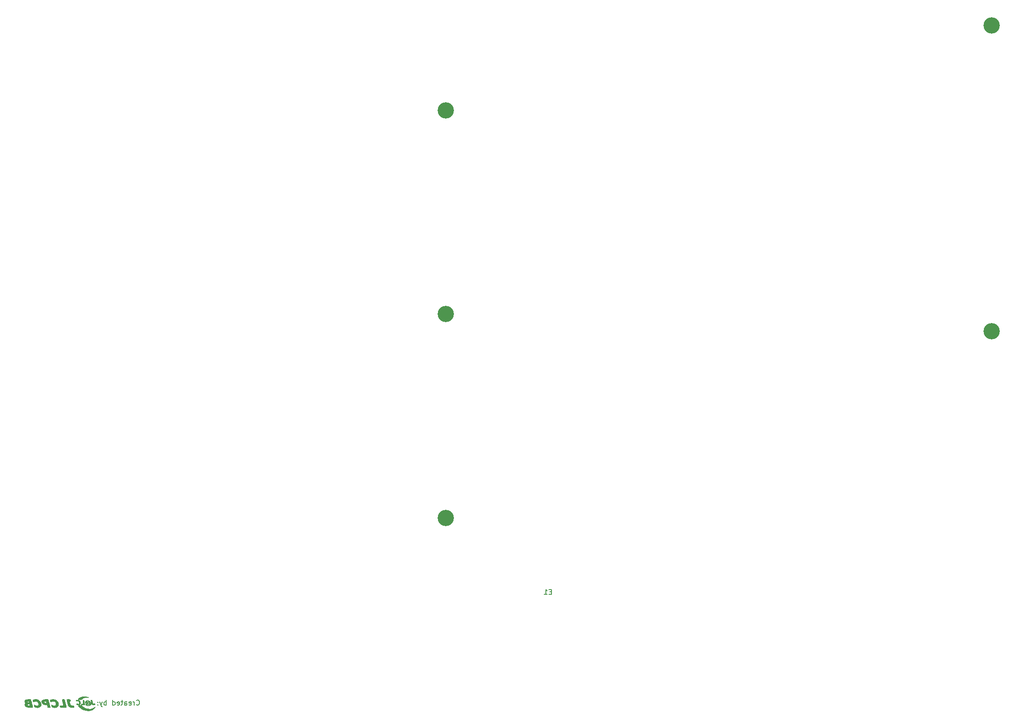
<source format=gbr>
%TF.GenerationSoftware,KiCad,Pcbnew,(5.99.0-9830-g9acf5e365a)*%
%TF.CreationDate,2021-04-09T15:36:23+02:00*%
%TF.ProjectId,Power Supply Board v2.0,506f7765-7220-4537-9570-706c7920426f,2.0*%
%TF.SameCoordinates,Original*%
%TF.FileFunction,Legend,Bot*%
%TF.FilePolarity,Positive*%
%FSLAX46Y46*%
G04 Gerber Fmt 4.6, Leading zero omitted, Abs format (unit mm)*
G04 Created by KiCad (PCBNEW (5.99.0-9830-g9acf5e365a)) date 2021-04-09 15:36:23*
%MOMM*%
%LPD*%
G01*
G04 APERTURE LIST*
%ADD10C,0.150000*%
%ADD11C,0.010000*%
%ADD12C,3.200000*%
G04 APERTURE END LIST*
D10*
X138779952Y-221404142D02*
X138827571Y-221451761D01*
X138970428Y-221499380D01*
X139065666Y-221499380D01*
X139208523Y-221451761D01*
X139303761Y-221356523D01*
X139351380Y-221261285D01*
X139399000Y-221070809D01*
X139399000Y-220927952D01*
X139351380Y-220737476D01*
X139303761Y-220642238D01*
X139208523Y-220547000D01*
X139065666Y-220499380D01*
X138970428Y-220499380D01*
X138827571Y-220547000D01*
X138779952Y-220594619D01*
X138351380Y-221499380D02*
X138351380Y-220832714D01*
X138351380Y-221023190D02*
X138303761Y-220927952D01*
X138256142Y-220880333D01*
X138160904Y-220832714D01*
X138065666Y-220832714D01*
X137351380Y-221451761D02*
X137446619Y-221499380D01*
X137637095Y-221499380D01*
X137732333Y-221451761D01*
X137779952Y-221356523D01*
X137779952Y-220975571D01*
X137732333Y-220880333D01*
X137637095Y-220832714D01*
X137446619Y-220832714D01*
X137351380Y-220880333D01*
X137303761Y-220975571D01*
X137303761Y-221070809D01*
X137779952Y-221166047D01*
X136446619Y-221499380D02*
X136446619Y-220975571D01*
X136494238Y-220880333D01*
X136589476Y-220832714D01*
X136779952Y-220832714D01*
X136875190Y-220880333D01*
X136446619Y-221451761D02*
X136541857Y-221499380D01*
X136779952Y-221499380D01*
X136875190Y-221451761D01*
X136922809Y-221356523D01*
X136922809Y-221261285D01*
X136875190Y-221166047D01*
X136779952Y-221118428D01*
X136541857Y-221118428D01*
X136446619Y-221070809D01*
X136113285Y-220832714D02*
X135732333Y-220832714D01*
X135970428Y-220499380D02*
X135970428Y-221356523D01*
X135922809Y-221451761D01*
X135827571Y-221499380D01*
X135732333Y-221499380D01*
X135018047Y-221451761D02*
X135113285Y-221499380D01*
X135303761Y-221499380D01*
X135399000Y-221451761D01*
X135446619Y-221356523D01*
X135446619Y-220975571D01*
X135399000Y-220880333D01*
X135303761Y-220832714D01*
X135113285Y-220832714D01*
X135018047Y-220880333D01*
X134970428Y-220975571D01*
X134970428Y-221070809D01*
X135446619Y-221166047D01*
X134113285Y-221499380D02*
X134113285Y-220499380D01*
X134113285Y-221451761D02*
X134208523Y-221499380D01*
X134399000Y-221499380D01*
X134494238Y-221451761D01*
X134541857Y-221404142D01*
X134589476Y-221308904D01*
X134589476Y-221023190D01*
X134541857Y-220927952D01*
X134494238Y-220880333D01*
X134399000Y-220832714D01*
X134208523Y-220832714D01*
X134113285Y-220880333D01*
X132875190Y-221499380D02*
X132875190Y-220499380D01*
X132875190Y-220880333D02*
X132779952Y-220832714D01*
X132589476Y-220832714D01*
X132494238Y-220880333D01*
X132446619Y-220927952D01*
X132399000Y-221023190D01*
X132399000Y-221308904D01*
X132446619Y-221404142D01*
X132494238Y-221451761D01*
X132589476Y-221499380D01*
X132779952Y-221499380D01*
X132875190Y-221451761D01*
X132065666Y-220832714D02*
X131827571Y-221499380D01*
X131589476Y-220832714D02*
X131827571Y-221499380D01*
X131922809Y-221737476D01*
X131970428Y-221785095D01*
X132065666Y-221832714D01*
X131208523Y-221404142D02*
X131160904Y-221451761D01*
X131208523Y-221499380D01*
X131256142Y-221451761D01*
X131208523Y-221404142D01*
X131208523Y-221499380D01*
X131208523Y-220880333D02*
X131160904Y-220927952D01*
X131208523Y-220975571D01*
X131256142Y-220927952D01*
X131208523Y-220880333D01*
X131208523Y-220975571D01*
%TO.C,E1*%
X220222276Y-199250571D02*
X219888942Y-199250571D01*
X219746085Y-199774380D02*
X220222276Y-199774380D01*
X220222276Y-198774380D01*
X219746085Y-198774380D01*
X218793704Y-199774380D02*
X219365133Y-199774380D01*
X219079419Y-199774380D02*
X219079419Y-198774380D01*
X219174657Y-198917238D01*
X219269895Y-199012476D01*
X219365133Y-199060095D01*
D11*
%TO.C,G\u002A\u002A\u002A*%
X128441094Y-219781240D02*
X128387600Y-219782337D01*
X128387600Y-219782337D02*
X128340651Y-219784545D01*
X128340651Y-219784545D02*
X128302994Y-219787884D01*
X128302994Y-219787884D02*
X128296144Y-219788784D01*
X128296144Y-219788784D02*
X128154891Y-219815121D01*
X128154891Y-219815121D02*
X128014796Y-219853626D01*
X128014796Y-219853626D02*
X127877322Y-219903771D01*
X127877322Y-219903771D02*
X127743933Y-219965026D01*
X127743933Y-219965026D02*
X127623009Y-220032609D01*
X127623009Y-220032609D02*
X127575391Y-220063762D01*
X127575391Y-220063762D02*
X127528453Y-220098272D01*
X127528453Y-220098272D02*
X127483423Y-220134907D01*
X127483423Y-220134907D02*
X127441532Y-220172435D01*
X127441532Y-220172435D02*
X127404008Y-220209624D01*
X127404008Y-220209624D02*
X127372082Y-220245241D01*
X127372082Y-220245241D02*
X127346983Y-220278055D01*
X127346983Y-220278055D02*
X127329941Y-220306835D01*
X127329941Y-220306835D02*
X127322185Y-220330347D01*
X127322185Y-220330347D02*
X127321856Y-220334331D01*
X127321856Y-220334331D02*
X127322069Y-220344271D01*
X127322069Y-220344271D02*
X127324066Y-220352516D01*
X127324066Y-220352516D02*
X127328932Y-220359229D01*
X127328932Y-220359229D02*
X127337749Y-220364574D01*
X127337749Y-220364574D02*
X127351600Y-220368714D01*
X127351600Y-220368714D02*
X127371568Y-220371813D01*
X127371568Y-220371813D02*
X127398737Y-220374035D01*
X127398737Y-220374035D02*
X127434189Y-220375544D01*
X127434189Y-220375544D02*
X127479007Y-220376504D01*
X127479007Y-220376504D02*
X127534275Y-220377078D01*
X127534275Y-220377078D02*
X127601076Y-220377431D01*
X127601076Y-220377431D02*
X127606996Y-220377455D01*
X127606996Y-220377455D02*
X127661356Y-220377605D01*
X127661356Y-220377605D02*
X127712480Y-220377622D01*
X127712480Y-220377622D02*
X127758788Y-220377516D01*
X127758788Y-220377516D02*
X127798702Y-220377294D01*
X127798702Y-220377294D02*
X127830640Y-220376966D01*
X127830640Y-220376966D02*
X127853023Y-220376541D01*
X127853023Y-220376541D02*
X127864236Y-220376030D01*
X127864236Y-220376030D02*
X127909047Y-220370166D01*
X127909047Y-220370166D02*
X127947162Y-220362116D01*
X127947162Y-220362116D02*
X127981154Y-220350627D01*
X127981154Y-220350627D02*
X128013597Y-220334444D01*
X128013597Y-220334444D02*
X128047065Y-220312314D01*
X128047065Y-220312314D02*
X128084133Y-220282981D01*
X128084133Y-220282981D02*
X128120929Y-220250973D01*
X128120929Y-220250973D02*
X128195277Y-220188964D01*
X128195277Y-220188964D02*
X128269202Y-220136652D01*
X128269202Y-220136652D02*
X128346177Y-220091641D01*
X128346177Y-220091641D02*
X128369187Y-220079801D01*
X128369187Y-220079801D02*
X128410848Y-220061495D01*
X128410848Y-220061495D02*
X128462326Y-220042937D01*
X128462326Y-220042937D02*
X128520779Y-220024927D01*
X128520779Y-220024927D02*
X128583364Y-220008266D01*
X128583364Y-220008266D02*
X128647238Y-219993752D01*
X128647238Y-219993752D02*
X128709560Y-219982187D01*
X128709560Y-219982187D02*
X128724112Y-219979917D01*
X128724112Y-219979917D02*
X128807219Y-219970666D01*
X128807219Y-219970666D02*
X128897797Y-219966194D01*
X128897797Y-219966194D02*
X128991571Y-219966451D01*
X128991571Y-219966451D02*
X129084265Y-219971381D01*
X129084265Y-219971381D02*
X129171601Y-219980932D01*
X129171601Y-219980932D02*
X129203101Y-219985866D01*
X129203101Y-219985866D02*
X129261036Y-219995467D01*
X129261036Y-219995467D02*
X129307624Y-220002294D01*
X129307624Y-220002294D02*
X129343907Y-220006373D01*
X129343907Y-220006373D02*
X129370931Y-220007726D01*
X129370931Y-220007726D02*
X129389738Y-220006379D01*
X129389738Y-220006379D02*
X129401371Y-220002355D01*
X129401371Y-220002355D02*
X129406876Y-219995679D01*
X129406876Y-219995679D02*
X129407672Y-219990571D01*
X129407672Y-219990571D02*
X129401578Y-219978228D01*
X129401578Y-219978228D02*
X129384044Y-219964296D01*
X129384044Y-219964296D02*
X129356186Y-219949095D01*
X129356186Y-219949095D02*
X129319123Y-219932942D01*
X129319123Y-219932942D02*
X129273972Y-219916158D01*
X129273972Y-219916158D02*
X129221852Y-219899060D01*
X129221852Y-219899060D02*
X129163880Y-219881968D01*
X129163880Y-219881968D02*
X129101174Y-219865200D01*
X129101174Y-219865200D02*
X129034853Y-219849076D01*
X129034853Y-219849076D02*
X128966033Y-219833914D01*
X128966033Y-219833914D02*
X128895833Y-219820033D01*
X128895833Y-219820033D02*
X128825372Y-219807753D01*
X128825372Y-219807753D02*
X128755765Y-219797391D01*
X128755765Y-219797391D02*
X128710640Y-219791736D01*
X128710640Y-219791736D02*
X128665609Y-219787571D01*
X128665609Y-219787571D02*
X128613392Y-219784420D01*
X128613392Y-219784420D02*
X128556737Y-219782301D01*
X128556737Y-219782301D02*
X128498389Y-219781234D01*
X128498389Y-219781234D02*
X128441094Y-219781240D01*
X128441094Y-219781240D02*
X128441094Y-219781240D01*
G36*
X128556737Y-219782301D02*
G01*
X128613392Y-219784420D01*
X128665609Y-219787571D01*
X128710640Y-219791736D01*
X128755765Y-219797391D01*
X128825372Y-219807753D01*
X128895833Y-219820033D01*
X128966033Y-219833914D01*
X129034853Y-219849076D01*
X129101174Y-219865200D01*
X129163880Y-219881968D01*
X129221852Y-219899060D01*
X129273972Y-219916158D01*
X129319123Y-219932942D01*
X129356186Y-219949095D01*
X129384044Y-219964296D01*
X129401578Y-219978228D01*
X129407672Y-219990571D01*
X129406876Y-219995679D01*
X129401371Y-220002355D01*
X129389738Y-220006379D01*
X129370931Y-220007726D01*
X129343907Y-220006373D01*
X129307624Y-220002294D01*
X129261036Y-219995467D01*
X129203101Y-219985866D01*
X129171601Y-219980932D01*
X129084265Y-219971381D01*
X128991571Y-219966451D01*
X128897797Y-219966194D01*
X128807219Y-219970666D01*
X128724112Y-219979917D01*
X128709560Y-219982187D01*
X128647238Y-219993752D01*
X128583364Y-220008266D01*
X128520779Y-220024927D01*
X128462326Y-220042937D01*
X128410848Y-220061495D01*
X128369187Y-220079801D01*
X128346177Y-220091641D01*
X128269202Y-220136652D01*
X128195277Y-220188964D01*
X128120929Y-220250973D01*
X128084133Y-220282981D01*
X128047065Y-220312314D01*
X128013597Y-220334444D01*
X127981154Y-220350627D01*
X127947162Y-220362116D01*
X127909047Y-220370166D01*
X127864236Y-220376030D01*
X127853023Y-220376541D01*
X127830640Y-220376966D01*
X127798702Y-220377294D01*
X127758788Y-220377516D01*
X127712480Y-220377622D01*
X127661356Y-220377605D01*
X127606996Y-220377455D01*
X127601076Y-220377431D01*
X127534275Y-220377078D01*
X127479007Y-220376504D01*
X127434189Y-220375544D01*
X127398737Y-220374035D01*
X127371568Y-220371813D01*
X127351600Y-220368714D01*
X127337749Y-220364574D01*
X127328932Y-220359229D01*
X127324066Y-220352516D01*
X127322069Y-220344271D01*
X127321856Y-220334331D01*
X127322185Y-220330347D01*
X127329941Y-220306835D01*
X127346983Y-220278055D01*
X127372082Y-220245241D01*
X127404008Y-220209624D01*
X127441532Y-220172435D01*
X127483423Y-220134907D01*
X127528453Y-220098272D01*
X127575391Y-220063762D01*
X127623009Y-220032609D01*
X127743933Y-219965026D01*
X127877322Y-219903771D01*
X128014796Y-219853626D01*
X128154891Y-219815121D01*
X128296144Y-219788784D01*
X128302994Y-219787884D01*
X128340651Y-219784545D01*
X128387600Y-219782337D01*
X128441094Y-219781240D01*
X128498389Y-219781234D01*
X128556737Y-219782301D01*
G37*
X128556737Y-219782301D02*
X128613392Y-219784420D01*
X128665609Y-219787571D01*
X128710640Y-219791736D01*
X128755765Y-219797391D01*
X128825372Y-219807753D01*
X128895833Y-219820033D01*
X128966033Y-219833914D01*
X129034853Y-219849076D01*
X129101174Y-219865200D01*
X129163880Y-219881968D01*
X129221852Y-219899060D01*
X129273972Y-219916158D01*
X129319123Y-219932942D01*
X129356186Y-219949095D01*
X129384044Y-219964296D01*
X129401578Y-219978228D01*
X129407672Y-219990571D01*
X129406876Y-219995679D01*
X129401371Y-220002355D01*
X129389738Y-220006379D01*
X129370931Y-220007726D01*
X129343907Y-220006373D01*
X129307624Y-220002294D01*
X129261036Y-219995467D01*
X129203101Y-219985866D01*
X129171601Y-219980932D01*
X129084265Y-219971381D01*
X128991571Y-219966451D01*
X128897797Y-219966194D01*
X128807219Y-219970666D01*
X128724112Y-219979917D01*
X128709560Y-219982187D01*
X128647238Y-219993752D01*
X128583364Y-220008266D01*
X128520779Y-220024927D01*
X128462326Y-220042937D01*
X128410848Y-220061495D01*
X128369187Y-220079801D01*
X128346177Y-220091641D01*
X128269202Y-220136652D01*
X128195277Y-220188964D01*
X128120929Y-220250973D01*
X128084133Y-220282981D01*
X128047065Y-220312314D01*
X128013597Y-220334444D01*
X127981154Y-220350627D01*
X127947162Y-220362116D01*
X127909047Y-220370166D01*
X127864236Y-220376030D01*
X127853023Y-220376541D01*
X127830640Y-220376966D01*
X127798702Y-220377294D01*
X127758788Y-220377516D01*
X127712480Y-220377622D01*
X127661356Y-220377605D01*
X127606996Y-220377455D01*
X127601076Y-220377431D01*
X127534275Y-220377078D01*
X127479007Y-220376504D01*
X127434189Y-220375544D01*
X127398737Y-220374035D01*
X127371568Y-220371813D01*
X127351600Y-220368714D01*
X127337749Y-220364574D01*
X127328932Y-220359229D01*
X127324066Y-220352516D01*
X127322069Y-220344271D01*
X127321856Y-220334331D01*
X127322185Y-220330347D01*
X127329941Y-220306835D01*
X127346983Y-220278055D01*
X127372082Y-220245241D01*
X127404008Y-220209624D01*
X127441532Y-220172435D01*
X127483423Y-220134907D01*
X127528453Y-220098272D01*
X127575391Y-220063762D01*
X127623009Y-220032609D01*
X127743933Y-219965026D01*
X127877322Y-219903771D01*
X128014796Y-219853626D01*
X128154891Y-219815121D01*
X128296144Y-219788784D01*
X128302994Y-219787884D01*
X128340651Y-219784545D01*
X128387600Y-219782337D01*
X128441094Y-219781240D01*
X128498389Y-219781234D01*
X128556737Y-219782301D01*
X129060999Y-220563420D02*
X129034046Y-220565180D01*
X129034046Y-220565180D02*
X129011100Y-220568840D01*
X129011100Y-220568840D02*
X128987826Y-220574996D01*
X128987826Y-220574996D02*
X128972443Y-220579953D01*
X128972443Y-220579953D02*
X128916184Y-220602187D01*
X128916184Y-220602187D02*
X128868389Y-220628963D01*
X128868389Y-220628963D02*
X128825013Y-220662590D01*
X128825013Y-220662590D02*
X128820355Y-220666790D01*
X128820355Y-220666790D02*
X128775475Y-220715996D01*
X128775475Y-220715996D02*
X128740989Y-220771241D01*
X128740989Y-220771241D02*
X128717217Y-220830979D01*
X128717217Y-220830979D02*
X128704479Y-220893666D01*
X128704479Y-220893666D02*
X128703095Y-220957755D01*
X128703095Y-220957755D02*
X128713386Y-221021700D01*
X128713386Y-221021700D02*
X128734504Y-221081427D01*
X128734504Y-221081427D02*
X128744698Y-221102587D01*
X128744698Y-221102587D02*
X128755288Y-221121360D01*
X128755288Y-221121360D02*
X128767950Y-221140011D01*
X128767950Y-221140011D02*
X128784360Y-221160800D01*
X128784360Y-221160800D02*
X128806193Y-221185991D01*
X128806193Y-221185991D02*
X128835125Y-221217846D01*
X128835125Y-221217846D02*
X128837341Y-221220255D01*
X128837341Y-221220255D02*
X128871330Y-221257952D01*
X128871330Y-221257952D02*
X128896152Y-221287789D01*
X128896152Y-221287789D02*
X128911849Y-221310659D01*
X128911849Y-221310659D02*
X128918458Y-221327454D01*
X128918458Y-221327454D02*
X128916021Y-221339070D01*
X128916021Y-221339070D02*
X128904576Y-221346398D01*
X128904576Y-221346398D02*
X128884163Y-221350333D01*
X128884163Y-221350333D02*
X128854822Y-221351768D01*
X128854822Y-221351768D02*
X128843173Y-221351845D01*
X128843173Y-221351845D02*
X128817986Y-221352642D01*
X128817986Y-221352642D02*
X128798843Y-221354785D01*
X128798843Y-221354785D02*
X128788789Y-221357904D01*
X128788789Y-221357904D02*
X128788171Y-221358553D01*
X128788171Y-221358553D02*
X128786742Y-221371122D01*
X128786742Y-221371122D02*
X128791454Y-221390459D01*
X128791454Y-221390459D02*
X128800911Y-221413104D01*
X128800911Y-221413104D02*
X128813721Y-221435597D01*
X128813721Y-221435597D02*
X128825542Y-221451269D01*
X128825542Y-221451269D02*
X128853960Y-221477959D01*
X128853960Y-221477959D02*
X128888894Y-221500081D01*
X128888894Y-221500081D02*
X128931805Y-221518240D01*
X128931805Y-221518240D02*
X128984159Y-221533042D01*
X128984159Y-221533042D02*
X129047419Y-221545093D01*
X129047419Y-221545093D02*
X129055159Y-221546285D01*
X129055159Y-221546285D02*
X129085498Y-221549745D01*
X129085498Y-221549745D02*
X129125882Y-221552723D01*
X129125882Y-221552723D02*
X129173657Y-221555167D01*
X129173657Y-221555167D02*
X129226173Y-221557025D01*
X129226173Y-221557025D02*
X129280778Y-221558247D01*
X129280778Y-221558247D02*
X129334819Y-221558780D01*
X129334819Y-221558780D02*
X129385644Y-221558573D01*
X129385644Y-221558573D02*
X129430603Y-221557575D01*
X129430603Y-221557575D02*
X129467042Y-221555735D01*
X129467042Y-221555735D02*
X129480715Y-221554539D01*
X129480715Y-221554539D02*
X129530321Y-221547678D01*
X129530321Y-221547678D02*
X129578938Y-221538007D01*
X129578938Y-221538007D02*
X129623747Y-221526277D01*
X129623747Y-221526277D02*
X129661930Y-221513241D01*
X129661930Y-221513241D02*
X129690666Y-221499653D01*
X129690666Y-221499653D02*
X129694069Y-221497561D01*
X129694069Y-221497561D02*
X129738806Y-221461708D01*
X129738806Y-221461708D02*
X129777565Y-221416270D01*
X129777565Y-221416270D02*
X129808733Y-221363595D01*
X129808733Y-221363595D02*
X129830693Y-221306030D01*
X129830693Y-221306030D02*
X129833704Y-221294680D01*
X129833704Y-221294680D02*
X129838808Y-221263468D01*
X129838808Y-221263468D02*
X129841477Y-221224014D01*
X129841477Y-221224014D02*
X129841762Y-221180538D01*
X129841762Y-221180538D02*
X129841667Y-221178526D01*
X129841667Y-221178526D02*
X129718816Y-221178526D01*
X129718816Y-221178526D02*
X129715556Y-221208255D01*
X129715556Y-221208255D02*
X129706776Y-221242867D01*
X129706776Y-221242867D02*
X129694168Y-221276784D01*
X129694168Y-221276784D02*
X129681626Y-221301032D01*
X129681626Y-221301032D02*
X129643253Y-221351432D01*
X129643253Y-221351432D02*
X129594313Y-221396268D01*
X129594313Y-221396268D02*
X129534295Y-221435966D01*
X129534295Y-221435966D02*
X129493418Y-221457179D01*
X129493418Y-221457179D02*
X129439146Y-221481835D01*
X129439146Y-221481835D02*
X129392879Y-221499717D01*
X129392879Y-221499717D02*
X129352035Y-221511071D01*
X129352035Y-221511071D02*
X129314031Y-221516142D01*
X129314031Y-221516142D02*
X129276284Y-221515174D01*
X129276284Y-221515174D02*
X129236213Y-221508415D01*
X129236213Y-221508415D02*
X129191234Y-221496108D01*
X129191234Y-221496108D02*
X129166853Y-221488205D01*
X129166853Y-221488205D02*
X129113123Y-221469193D01*
X129113123Y-221469193D02*
X129067418Y-221451034D01*
X129067418Y-221451034D02*
X129030867Y-221434241D01*
X129030867Y-221434241D02*
X129004594Y-221419324D01*
X129004594Y-221419324D02*
X128991010Y-221408310D01*
X128991010Y-221408310D02*
X128983736Y-221398519D01*
X128983736Y-221398519D02*
X128985570Y-221390769D01*
X128985570Y-221390769D02*
X128990946Y-221384372D01*
X128990946Y-221384372D02*
X129000115Y-221377398D01*
X129000115Y-221377398D02*
X129014667Y-221371500D01*
X129014667Y-221371500D02*
X129035685Y-221366545D01*
X129035685Y-221366545D02*
X129064250Y-221362401D01*
X129064250Y-221362401D02*
X129101445Y-221358938D01*
X129101445Y-221358938D02*
X129148352Y-221356022D01*
X129148352Y-221356022D02*
X129206054Y-221353522D01*
X129206054Y-221353522D02*
X129257998Y-221351813D01*
X129257998Y-221351813D02*
X129328128Y-221349328D01*
X129328128Y-221349328D02*
X129386937Y-221346223D01*
X129386937Y-221346223D02*
X129435802Y-221342246D01*
X129435802Y-221342246D02*
X129476097Y-221337142D01*
X129476097Y-221337142D02*
X129509201Y-221330661D01*
X129509201Y-221330661D02*
X129536489Y-221322547D01*
X129536489Y-221322547D02*
X129559338Y-221312549D01*
X129559338Y-221312549D02*
X129579124Y-221300414D01*
X129579124Y-221300414D02*
X129591965Y-221290448D01*
X129591965Y-221290448D02*
X129614401Y-221264759D01*
X129614401Y-221264759D02*
X129626980Y-221233504D01*
X129626980Y-221233504D02*
X129629641Y-221196380D01*
X129629641Y-221196380D02*
X129624786Y-221167664D01*
X129624786Y-221167664D02*
X129444190Y-221167664D01*
X129444190Y-221167664D02*
X129440045Y-221193506D01*
X129440045Y-221193506D02*
X129426309Y-221223647D01*
X129426309Y-221223647D02*
X129406627Y-221244771D01*
X129406627Y-221244771D02*
X129382575Y-221255426D01*
X129382575Y-221255426D02*
X129371639Y-221256431D01*
X129371639Y-221256431D02*
X129349696Y-221253488D01*
X129349696Y-221253488D02*
X129326332Y-221246389D01*
X129326332Y-221246389D02*
X129321925Y-221244487D01*
X129321925Y-221244487D02*
X129281863Y-221218947D01*
X129281863Y-221218947D02*
X129247561Y-221182537D01*
X129247561Y-221182537D02*
X129219512Y-221135947D01*
X129219512Y-221135947D02*
X129198206Y-221079867D01*
X129198206Y-221079867D02*
X129194219Y-221065337D01*
X129194219Y-221065337D02*
X129187727Y-221024267D01*
X129187727Y-221024267D02*
X129189677Y-220987511D01*
X129189677Y-220987511D02*
X129199371Y-220956569D01*
X129199371Y-220956569D02*
X129216110Y-220932943D01*
X129216110Y-220932943D02*
X129239196Y-220918134D01*
X129239196Y-220918134D02*
X129264839Y-220913585D01*
X129264839Y-220913585D02*
X129286882Y-220917830D01*
X129286882Y-220917830D02*
X129313572Y-220929083D01*
X129313572Y-220929083D02*
X129340827Y-220945119D01*
X129340827Y-220945119D02*
X129364568Y-220963717D01*
X129364568Y-220963717D02*
X129373359Y-220972719D01*
X129373359Y-220972719D02*
X129397808Y-221006671D01*
X129397808Y-221006671D02*
X129418049Y-221046233D01*
X129418049Y-221046233D02*
X129433149Y-221088313D01*
X129433149Y-221088313D02*
X129442173Y-221129820D01*
X129442173Y-221129820D02*
X129444190Y-221167664D01*
X129444190Y-221167664D02*
X129624786Y-221167664D01*
X129624786Y-221167664D02*
X129622320Y-221153083D01*
X129622320Y-221153083D02*
X129604955Y-221103311D01*
X129604955Y-221103311D02*
X129577483Y-221046759D01*
X129577483Y-221046759D02*
X129539842Y-220983123D01*
X129539842Y-220983123D02*
X129523540Y-220958046D01*
X129523540Y-220958046D02*
X129504817Y-220930688D01*
X129504817Y-220930688D02*
X129486733Y-220905723D01*
X129486733Y-220905723D02*
X129471367Y-220885935D01*
X129471367Y-220885935D02*
X129460926Y-220874228D01*
X129460926Y-220874228D02*
X129440539Y-220858460D01*
X129440539Y-220858460D02*
X129415637Y-220845697D01*
X129415637Y-220845697D02*
X129384934Y-220835703D01*
X129384934Y-220835703D02*
X129347143Y-220828245D01*
X129347143Y-220828245D02*
X129300975Y-220823087D01*
X129300975Y-220823087D02*
X129245143Y-220819993D01*
X129245143Y-220819993D02*
X129178361Y-220818729D01*
X129178361Y-220818729D02*
X129156784Y-220818671D01*
X129156784Y-220818671D02*
X129094116Y-220819418D01*
X129094116Y-220819418D02*
X129043261Y-220821727D01*
X129043261Y-220821727D02*
X129003403Y-220825763D01*
X129003403Y-220825763D02*
X128973729Y-220831692D01*
X128973729Y-220831692D02*
X128953424Y-220839680D01*
X128953424Y-220839680D02*
X128941675Y-220849893D01*
X128941675Y-220849893D02*
X128937666Y-220862498D01*
X128937666Y-220862498D02*
X128937654Y-220863323D01*
X128937654Y-220863323D02*
X128939770Y-220874319D01*
X128939770Y-220874319D02*
X128945390Y-220893527D01*
X128945390Y-220893527D02*
X128953426Y-220917315D01*
X128953426Y-220917315D02*
X128955947Y-220924267D01*
X128955947Y-220924267D02*
X128976245Y-220984072D01*
X128976245Y-220984072D02*
X128990902Y-221037592D01*
X128990902Y-221037592D02*
X128999746Y-221083789D01*
X128999746Y-221083789D02*
X129002603Y-221121624D01*
X129002603Y-221121624D02*
X128999301Y-221150058D01*
X128999301Y-221150058D02*
X128995266Y-221160461D01*
X128995266Y-221160461D02*
X128983389Y-221171629D01*
X128983389Y-221171629D02*
X128966309Y-221172513D01*
X128966309Y-221172513D02*
X128945334Y-221163739D01*
X128945334Y-221163739D02*
X128921769Y-221145933D01*
X128921769Y-221145933D02*
X128896923Y-221119719D01*
X128896923Y-221119719D02*
X128888808Y-221109518D01*
X128888808Y-221109518D02*
X128854686Y-221056719D01*
X128854686Y-221056719D02*
X128833262Y-221004290D01*
X128833262Y-221004290D02*
X128824534Y-220952229D01*
X128824534Y-220952229D02*
X128828501Y-220900531D01*
X128828501Y-220900531D02*
X128836492Y-220871080D01*
X128836492Y-220871080D02*
X128843573Y-220852175D01*
X128843573Y-220852175D02*
X128851521Y-220836185D01*
X128851521Y-220836185D02*
X128862227Y-220820504D01*
X128862227Y-220820504D02*
X128877580Y-220802528D01*
X128877580Y-220802528D02*
X128899472Y-220779651D01*
X128899472Y-220779651D02*
X128911950Y-220767072D01*
X128911950Y-220767072D02*
X128952141Y-220729374D01*
X128952141Y-220729374D02*
X128988764Y-220701194D01*
X128988764Y-220701194D02*
X129024519Y-220681001D01*
X129024519Y-220681001D02*
X129062108Y-220667266D01*
X129062108Y-220667266D02*
X129103442Y-220658577D01*
X129103442Y-220658577D02*
X129132352Y-220655043D01*
X129132352Y-220655043D02*
X129157284Y-220654627D01*
X129157284Y-220654627D02*
X129184374Y-220657481D01*
X129184374Y-220657481D02*
X129205582Y-220661074D01*
X129205582Y-220661074D02*
X129269457Y-220677797D01*
X129269457Y-220677797D02*
X129335721Y-220704218D01*
X129335721Y-220704218D02*
X129402355Y-220738870D01*
X129402355Y-220738870D02*
X129467341Y-220780289D01*
X129467341Y-220780289D02*
X129528659Y-220827009D01*
X129528659Y-220827009D02*
X129584293Y-220877564D01*
X129584293Y-220877564D02*
X129632222Y-220930489D01*
X129632222Y-220930489D02*
X129670430Y-220984318D01*
X129670430Y-220984318D02*
X129683858Y-221008336D01*
X129683858Y-221008336D02*
X129691675Y-221028554D01*
X129691675Y-221028554D02*
X129699766Y-221057509D01*
X129699766Y-221057509D02*
X129707327Y-221091280D01*
X129707327Y-221091280D02*
X129713550Y-221125946D01*
X129713550Y-221125946D02*
X129717632Y-221157587D01*
X129717632Y-221157587D02*
X129718816Y-221178526D01*
X129718816Y-221178526D02*
X129841667Y-221178526D01*
X129841667Y-221178526D02*
X129839712Y-221137256D01*
X129839712Y-221137256D02*
X129835378Y-221098385D01*
X129835378Y-221098385D02*
X129831116Y-221076481D01*
X129831116Y-221076481D02*
X129804275Y-220992792D01*
X129804275Y-220992792D02*
X129766609Y-220915692D01*
X129766609Y-220915692D02*
X129718206Y-220845267D01*
X129718206Y-220845267D02*
X129659154Y-220781604D01*
X129659154Y-220781604D02*
X129589538Y-220724787D01*
X129589538Y-220724787D02*
X129509446Y-220674903D01*
X129509446Y-220674903D02*
X129418966Y-220632037D01*
X129418966Y-220632037D02*
X129353739Y-220607678D01*
X129353739Y-220607678D02*
X129256458Y-220580602D01*
X129256458Y-220580602D02*
X129161250Y-220565915D01*
X129161250Y-220565915D02*
X129096299Y-220562966D01*
X129096299Y-220562966D02*
X129060999Y-220563420D01*
X129060999Y-220563420D02*
X129060999Y-220563420D01*
G36*
X129841477Y-221224014D02*
G01*
X129838808Y-221263468D01*
X129833704Y-221294680D01*
X129830693Y-221306030D01*
X129808733Y-221363595D01*
X129777565Y-221416270D01*
X129738806Y-221461708D01*
X129694069Y-221497561D01*
X129690666Y-221499653D01*
X129661930Y-221513241D01*
X129623747Y-221526277D01*
X129578938Y-221538007D01*
X129530321Y-221547678D01*
X129480715Y-221554539D01*
X129467042Y-221555735D01*
X129430603Y-221557575D01*
X129385644Y-221558573D01*
X129334819Y-221558780D01*
X129280778Y-221558247D01*
X129226173Y-221557025D01*
X129173657Y-221555167D01*
X129125882Y-221552723D01*
X129085498Y-221549745D01*
X129055159Y-221546285D01*
X129047419Y-221545093D01*
X128984159Y-221533042D01*
X128931805Y-221518240D01*
X128888894Y-221500081D01*
X128853960Y-221477959D01*
X128825542Y-221451269D01*
X128813721Y-221435597D01*
X128800911Y-221413104D01*
X128791454Y-221390459D01*
X128786742Y-221371122D01*
X128788171Y-221358553D01*
X128788789Y-221357904D01*
X128798843Y-221354785D01*
X128817986Y-221352642D01*
X128843173Y-221351845D01*
X128854822Y-221351768D01*
X128884163Y-221350333D01*
X128904576Y-221346398D01*
X128916021Y-221339070D01*
X128918458Y-221327454D01*
X128911849Y-221310659D01*
X128896152Y-221287789D01*
X128871330Y-221257952D01*
X128837341Y-221220255D01*
X128835125Y-221217846D01*
X128806193Y-221185991D01*
X128784360Y-221160800D01*
X128767950Y-221140011D01*
X128755288Y-221121360D01*
X128744698Y-221102587D01*
X128734504Y-221081427D01*
X128713386Y-221021700D01*
X128703095Y-220957755D01*
X128703214Y-220952229D01*
X128824534Y-220952229D01*
X128833262Y-221004290D01*
X128854686Y-221056719D01*
X128888808Y-221109518D01*
X128896923Y-221119719D01*
X128921769Y-221145933D01*
X128945334Y-221163739D01*
X128966309Y-221172513D01*
X128983389Y-221171629D01*
X128995266Y-221160461D01*
X128999301Y-221150058D01*
X129002603Y-221121624D01*
X128999746Y-221083789D01*
X128990902Y-221037592D01*
X128987253Y-221024267D01*
X129187727Y-221024267D01*
X129194219Y-221065337D01*
X129198206Y-221079867D01*
X129219512Y-221135947D01*
X129247561Y-221182537D01*
X129281863Y-221218947D01*
X129321925Y-221244487D01*
X129326332Y-221246389D01*
X129349696Y-221253488D01*
X129371639Y-221256431D01*
X129382575Y-221255426D01*
X129406627Y-221244771D01*
X129426309Y-221223647D01*
X129440045Y-221193506D01*
X129444190Y-221167664D01*
X129442173Y-221129820D01*
X129433149Y-221088313D01*
X129418049Y-221046233D01*
X129397808Y-221006671D01*
X129373359Y-220972719D01*
X129364568Y-220963717D01*
X129340827Y-220945119D01*
X129313572Y-220929083D01*
X129286882Y-220917830D01*
X129264839Y-220913585D01*
X129239196Y-220918134D01*
X129216110Y-220932943D01*
X129199371Y-220956569D01*
X129189677Y-220987511D01*
X129187727Y-221024267D01*
X128987253Y-221024267D01*
X128976245Y-220984072D01*
X128955947Y-220924267D01*
X128953426Y-220917315D01*
X128945390Y-220893527D01*
X128939770Y-220874319D01*
X128937654Y-220863323D01*
X128937666Y-220862498D01*
X128941675Y-220849893D01*
X128953424Y-220839680D01*
X128973729Y-220831692D01*
X129003403Y-220825763D01*
X129043261Y-220821727D01*
X129094116Y-220819418D01*
X129156784Y-220818671D01*
X129178361Y-220818729D01*
X129245143Y-220819993D01*
X129300975Y-220823087D01*
X129347143Y-220828245D01*
X129384934Y-220835703D01*
X129415637Y-220845697D01*
X129440539Y-220858460D01*
X129460926Y-220874228D01*
X129471367Y-220885935D01*
X129486733Y-220905723D01*
X129504817Y-220930688D01*
X129523540Y-220958046D01*
X129539842Y-220983123D01*
X129577483Y-221046759D01*
X129604955Y-221103311D01*
X129622320Y-221153083D01*
X129624786Y-221167664D01*
X129629641Y-221196380D01*
X129626980Y-221233504D01*
X129614401Y-221264759D01*
X129591965Y-221290448D01*
X129579124Y-221300414D01*
X129559338Y-221312549D01*
X129536489Y-221322547D01*
X129509201Y-221330661D01*
X129476097Y-221337142D01*
X129435802Y-221342246D01*
X129386937Y-221346223D01*
X129328128Y-221349328D01*
X129257998Y-221351813D01*
X129206054Y-221353522D01*
X129148352Y-221356022D01*
X129101445Y-221358938D01*
X129064250Y-221362401D01*
X129035685Y-221366545D01*
X129014667Y-221371500D01*
X129000115Y-221377398D01*
X128990946Y-221384372D01*
X128985570Y-221390769D01*
X128983736Y-221398519D01*
X128991010Y-221408310D01*
X129004594Y-221419324D01*
X129030867Y-221434241D01*
X129067418Y-221451034D01*
X129113123Y-221469193D01*
X129166853Y-221488205D01*
X129191234Y-221496108D01*
X129236213Y-221508415D01*
X129276284Y-221515174D01*
X129314031Y-221516142D01*
X129352035Y-221511071D01*
X129392879Y-221499717D01*
X129439146Y-221481835D01*
X129493418Y-221457179D01*
X129534295Y-221435966D01*
X129594313Y-221396268D01*
X129643253Y-221351432D01*
X129681626Y-221301032D01*
X129694168Y-221276784D01*
X129706776Y-221242867D01*
X129715556Y-221208255D01*
X129718816Y-221178526D01*
X129717632Y-221157587D01*
X129713550Y-221125946D01*
X129707327Y-221091280D01*
X129699766Y-221057509D01*
X129691675Y-221028554D01*
X129683858Y-221008336D01*
X129670430Y-220984318D01*
X129632222Y-220930489D01*
X129584293Y-220877564D01*
X129528659Y-220827009D01*
X129467341Y-220780289D01*
X129402355Y-220738870D01*
X129335721Y-220704218D01*
X129269457Y-220677797D01*
X129205582Y-220661074D01*
X129184374Y-220657481D01*
X129157284Y-220654627D01*
X129132352Y-220655043D01*
X129103442Y-220658577D01*
X129062108Y-220667266D01*
X129024519Y-220681001D01*
X128988764Y-220701194D01*
X128952141Y-220729374D01*
X128911950Y-220767072D01*
X128899472Y-220779651D01*
X128877580Y-220802528D01*
X128862227Y-220820504D01*
X128851521Y-220836185D01*
X128843573Y-220852175D01*
X128836492Y-220871080D01*
X128828501Y-220900531D01*
X128824534Y-220952229D01*
X128703214Y-220952229D01*
X128704479Y-220893666D01*
X128717217Y-220830979D01*
X128740989Y-220771241D01*
X128775475Y-220715996D01*
X128820355Y-220666790D01*
X128825013Y-220662590D01*
X128868389Y-220628963D01*
X128916184Y-220602187D01*
X128972443Y-220579953D01*
X128987826Y-220574996D01*
X129011100Y-220568840D01*
X129034046Y-220565180D01*
X129060999Y-220563420D01*
X129096299Y-220562966D01*
X129161250Y-220565915D01*
X129256458Y-220580602D01*
X129353739Y-220607678D01*
X129418966Y-220632037D01*
X129509446Y-220674903D01*
X129589538Y-220724787D01*
X129659154Y-220781604D01*
X129718206Y-220845267D01*
X129766609Y-220915692D01*
X129804275Y-220992792D01*
X129831116Y-221076481D01*
X129835378Y-221098385D01*
X129839712Y-221137256D01*
X129841667Y-221178526D01*
X129841762Y-221180538D01*
X129841477Y-221224014D01*
G37*
X129841477Y-221224014D02*
X129838808Y-221263468D01*
X129833704Y-221294680D01*
X129830693Y-221306030D01*
X129808733Y-221363595D01*
X129777565Y-221416270D01*
X129738806Y-221461708D01*
X129694069Y-221497561D01*
X129690666Y-221499653D01*
X129661930Y-221513241D01*
X129623747Y-221526277D01*
X129578938Y-221538007D01*
X129530321Y-221547678D01*
X129480715Y-221554539D01*
X129467042Y-221555735D01*
X129430603Y-221557575D01*
X129385644Y-221558573D01*
X129334819Y-221558780D01*
X129280778Y-221558247D01*
X129226173Y-221557025D01*
X129173657Y-221555167D01*
X129125882Y-221552723D01*
X129085498Y-221549745D01*
X129055159Y-221546285D01*
X129047419Y-221545093D01*
X128984159Y-221533042D01*
X128931805Y-221518240D01*
X128888894Y-221500081D01*
X128853960Y-221477959D01*
X128825542Y-221451269D01*
X128813721Y-221435597D01*
X128800911Y-221413104D01*
X128791454Y-221390459D01*
X128786742Y-221371122D01*
X128788171Y-221358553D01*
X128788789Y-221357904D01*
X128798843Y-221354785D01*
X128817986Y-221352642D01*
X128843173Y-221351845D01*
X128854822Y-221351768D01*
X128884163Y-221350333D01*
X128904576Y-221346398D01*
X128916021Y-221339070D01*
X128918458Y-221327454D01*
X128911849Y-221310659D01*
X128896152Y-221287789D01*
X128871330Y-221257952D01*
X128837341Y-221220255D01*
X128835125Y-221217846D01*
X128806193Y-221185991D01*
X128784360Y-221160800D01*
X128767950Y-221140011D01*
X128755288Y-221121360D01*
X128744698Y-221102587D01*
X128734504Y-221081427D01*
X128713386Y-221021700D01*
X128703095Y-220957755D01*
X128703214Y-220952229D01*
X128824534Y-220952229D01*
X128833262Y-221004290D01*
X128854686Y-221056719D01*
X128888808Y-221109518D01*
X128896923Y-221119719D01*
X128921769Y-221145933D01*
X128945334Y-221163739D01*
X128966309Y-221172513D01*
X128983389Y-221171629D01*
X128995266Y-221160461D01*
X128999301Y-221150058D01*
X129002603Y-221121624D01*
X128999746Y-221083789D01*
X128990902Y-221037592D01*
X128987253Y-221024267D01*
X129187727Y-221024267D01*
X129194219Y-221065337D01*
X129198206Y-221079867D01*
X129219512Y-221135947D01*
X129247561Y-221182537D01*
X129281863Y-221218947D01*
X129321925Y-221244487D01*
X129326332Y-221246389D01*
X129349696Y-221253488D01*
X129371639Y-221256431D01*
X129382575Y-221255426D01*
X129406627Y-221244771D01*
X129426309Y-221223647D01*
X129440045Y-221193506D01*
X129444190Y-221167664D01*
X129442173Y-221129820D01*
X129433149Y-221088313D01*
X129418049Y-221046233D01*
X129397808Y-221006671D01*
X129373359Y-220972719D01*
X129364568Y-220963717D01*
X129340827Y-220945119D01*
X129313572Y-220929083D01*
X129286882Y-220917830D01*
X129264839Y-220913585D01*
X129239196Y-220918134D01*
X129216110Y-220932943D01*
X129199371Y-220956569D01*
X129189677Y-220987511D01*
X129187727Y-221024267D01*
X128987253Y-221024267D01*
X128976245Y-220984072D01*
X128955947Y-220924267D01*
X128953426Y-220917315D01*
X128945390Y-220893527D01*
X128939770Y-220874319D01*
X128937654Y-220863323D01*
X128937666Y-220862498D01*
X128941675Y-220849893D01*
X128953424Y-220839680D01*
X128973729Y-220831692D01*
X129003403Y-220825763D01*
X129043261Y-220821727D01*
X129094116Y-220819418D01*
X129156784Y-220818671D01*
X129178361Y-220818729D01*
X129245143Y-220819993D01*
X129300975Y-220823087D01*
X129347143Y-220828245D01*
X129384934Y-220835703D01*
X129415637Y-220845697D01*
X129440539Y-220858460D01*
X129460926Y-220874228D01*
X129471367Y-220885935D01*
X129486733Y-220905723D01*
X129504817Y-220930688D01*
X129523540Y-220958046D01*
X129539842Y-220983123D01*
X129577483Y-221046759D01*
X129604955Y-221103311D01*
X129622320Y-221153083D01*
X129624786Y-221167664D01*
X129629641Y-221196380D01*
X129626980Y-221233504D01*
X129614401Y-221264759D01*
X129591965Y-221290448D01*
X129579124Y-221300414D01*
X129559338Y-221312549D01*
X129536489Y-221322547D01*
X129509201Y-221330661D01*
X129476097Y-221337142D01*
X129435802Y-221342246D01*
X129386937Y-221346223D01*
X129328128Y-221349328D01*
X129257998Y-221351813D01*
X129206054Y-221353522D01*
X129148352Y-221356022D01*
X129101445Y-221358938D01*
X129064250Y-221362401D01*
X129035685Y-221366545D01*
X129014667Y-221371500D01*
X129000115Y-221377398D01*
X128990946Y-221384372D01*
X128985570Y-221390769D01*
X128983736Y-221398519D01*
X128991010Y-221408310D01*
X129004594Y-221419324D01*
X129030867Y-221434241D01*
X129067418Y-221451034D01*
X129113123Y-221469193D01*
X129166853Y-221488205D01*
X129191234Y-221496108D01*
X129236213Y-221508415D01*
X129276284Y-221515174D01*
X129314031Y-221516142D01*
X129352035Y-221511071D01*
X129392879Y-221499717D01*
X129439146Y-221481835D01*
X129493418Y-221457179D01*
X129534295Y-221435966D01*
X129594313Y-221396268D01*
X129643253Y-221351432D01*
X129681626Y-221301032D01*
X129694168Y-221276784D01*
X129706776Y-221242867D01*
X129715556Y-221208255D01*
X129718816Y-221178526D01*
X129717632Y-221157587D01*
X129713550Y-221125946D01*
X129707327Y-221091280D01*
X129699766Y-221057509D01*
X129691675Y-221028554D01*
X129683858Y-221008336D01*
X129670430Y-220984318D01*
X129632222Y-220930489D01*
X129584293Y-220877564D01*
X129528659Y-220827009D01*
X129467341Y-220780289D01*
X129402355Y-220738870D01*
X129335721Y-220704218D01*
X129269457Y-220677797D01*
X129205582Y-220661074D01*
X129184374Y-220657481D01*
X129157284Y-220654627D01*
X129132352Y-220655043D01*
X129103442Y-220658577D01*
X129062108Y-220667266D01*
X129024519Y-220681001D01*
X128988764Y-220701194D01*
X128952141Y-220729374D01*
X128911950Y-220767072D01*
X128899472Y-220779651D01*
X128877580Y-220802528D01*
X128862227Y-220820504D01*
X128851521Y-220836185D01*
X128843573Y-220852175D01*
X128836492Y-220871080D01*
X128828501Y-220900531D01*
X128824534Y-220952229D01*
X128703214Y-220952229D01*
X128704479Y-220893666D01*
X128717217Y-220830979D01*
X128740989Y-220771241D01*
X128775475Y-220715996D01*
X128820355Y-220666790D01*
X128825013Y-220662590D01*
X128868389Y-220628963D01*
X128916184Y-220602187D01*
X128972443Y-220579953D01*
X128987826Y-220574996D01*
X129011100Y-220568840D01*
X129034046Y-220565180D01*
X129060999Y-220563420D01*
X129096299Y-220562966D01*
X129161250Y-220565915D01*
X129256458Y-220580602D01*
X129353739Y-220607678D01*
X129418966Y-220632037D01*
X129509446Y-220674903D01*
X129589538Y-220724787D01*
X129659154Y-220781604D01*
X129718206Y-220845267D01*
X129766609Y-220915692D01*
X129804275Y-220992792D01*
X129831116Y-221076481D01*
X129835378Y-221098385D01*
X129839712Y-221137256D01*
X129841667Y-221178526D01*
X129841762Y-221180538D01*
X129841477Y-221224014D01*
X127065185Y-220460838D02*
X127024017Y-220466430D01*
X127024017Y-220466430D02*
X126990848Y-220475132D01*
X126990848Y-220475132D02*
X126963395Y-220487553D01*
X126963395Y-220487553D02*
X126939377Y-220504302D01*
X126939377Y-220504302D02*
X126938054Y-220505409D01*
X126938054Y-220505409D02*
X126916102Y-220530910D01*
X126916102Y-220530910D02*
X126905269Y-220559193D01*
X126905269Y-220559193D02*
X126905010Y-220588012D01*
X126905010Y-220588012D02*
X126914777Y-220615120D01*
X126914777Y-220615120D02*
X126934025Y-220638269D01*
X126934025Y-220638269D02*
X126962208Y-220655213D01*
X126962208Y-220655213D02*
X126975540Y-220659663D01*
X126975540Y-220659663D02*
X127001303Y-220663952D01*
X127001303Y-220663952D02*
X127036971Y-220666077D01*
X127036971Y-220666077D02*
X127079931Y-220666036D01*
X127079931Y-220666036D02*
X127127569Y-220663827D01*
X127127569Y-220663827D02*
X127173727Y-220659832D01*
X127173727Y-220659832D02*
X127214571Y-220656688D01*
X127214571Y-220656688D02*
X127247765Y-220657599D01*
X127247765Y-220657599D02*
X127277925Y-220663325D01*
X127277925Y-220663325D02*
X127309668Y-220674624D01*
X127309668Y-220674624D02*
X127335815Y-220686502D01*
X127335815Y-220686502D02*
X127379537Y-220713458D01*
X127379537Y-220713458D02*
X127420118Y-220749669D01*
X127420118Y-220749669D02*
X127454021Y-220791693D01*
X127454021Y-220791693D02*
X127468158Y-220815307D01*
X127468158Y-220815307D02*
X127486486Y-220858767D01*
X127486486Y-220858767D02*
X127500496Y-220909356D01*
X127500496Y-220909356D02*
X127509682Y-220963297D01*
X127509682Y-220963297D02*
X127513538Y-221016813D01*
X127513538Y-221016813D02*
X127511557Y-221066128D01*
X127511557Y-221066128D02*
X127506015Y-221097781D01*
X127506015Y-221097781D02*
X127490639Y-221147431D01*
X127490639Y-221147431D02*
X127471984Y-221186116D01*
X127471984Y-221186116D02*
X127449106Y-221214256D01*
X127449106Y-221214256D02*
X127421060Y-221232268D01*
X127421060Y-221232268D02*
X127386900Y-221240570D01*
X127386900Y-221240570D02*
X127345680Y-221239580D01*
X127345680Y-221239580D02*
X127296456Y-221229716D01*
X127296456Y-221229716D02*
X127244303Y-221213518D01*
X127244303Y-221213518D02*
X127196495Y-221198212D01*
X127196495Y-221198212D02*
X127157527Y-221189323D01*
X127157527Y-221189323D02*
X127125207Y-221186971D01*
X127125207Y-221186971D02*
X127097341Y-221191279D01*
X127097341Y-221191279D02*
X127071734Y-221202369D01*
X127071734Y-221202369D02*
X127046194Y-221220363D01*
X127046194Y-221220363D02*
X127040886Y-221224813D01*
X127040886Y-221224813D02*
X127018608Y-221247298D01*
X127018608Y-221247298D02*
X127004594Y-221268778D01*
X127004594Y-221268778D02*
X127000420Y-221284809D01*
X127000420Y-221284809D02*
X127005496Y-221297395D01*
X127005496Y-221297395D02*
X127019242Y-221314555D01*
X127019242Y-221314555D02*
X127039436Y-221334326D01*
X127039436Y-221334326D02*
X127063856Y-221354745D01*
X127063856Y-221354745D02*
X127090279Y-221373849D01*
X127090279Y-221373849D02*
X127116483Y-221389677D01*
X127116483Y-221389677D02*
X127122863Y-221392952D01*
X127122863Y-221392952D02*
X127152428Y-221405778D01*
X127152428Y-221405778D02*
X127185239Y-221417416D01*
X127185239Y-221417416D02*
X127213198Y-221425104D01*
X127213198Y-221425104D02*
X127234408Y-221428535D01*
X127234408Y-221428535D02*
X127263547Y-221431708D01*
X127263547Y-221431708D02*
X127297774Y-221434481D01*
X127297774Y-221434481D02*
X127334248Y-221436713D01*
X127334248Y-221436713D02*
X127370128Y-221438260D01*
X127370128Y-221438260D02*
X127402572Y-221438981D01*
X127402572Y-221438981D02*
X127428741Y-221438734D01*
X127428741Y-221438734D02*
X127445793Y-221437376D01*
X127445793Y-221437376D02*
X127448207Y-221436870D01*
X127448207Y-221436870D02*
X127516440Y-221417029D01*
X127516440Y-221417029D02*
X127573456Y-221396176D01*
X127573456Y-221396176D02*
X127620735Y-221373609D01*
X127620735Y-221373609D02*
X127659758Y-221348628D01*
X127659758Y-221348628D02*
X127690284Y-221322269D01*
X127690284Y-221322269D02*
X127726516Y-221277279D01*
X127726516Y-221277279D02*
X127754061Y-221224319D01*
X127754061Y-221224319D02*
X127772828Y-221164776D01*
X127772828Y-221164776D02*
X127782723Y-221100035D01*
X127782723Y-221100035D02*
X127783654Y-221031482D01*
X127783654Y-221031482D02*
X127775529Y-220960503D01*
X127775529Y-220960503D02*
X127758254Y-220888484D01*
X127758254Y-220888484D02*
X127731736Y-220816812D01*
X127731736Y-220816812D02*
X127725072Y-220802119D01*
X127725072Y-220802119D02*
X127691620Y-220740568D01*
X127691620Y-220740568D02*
X127650896Y-220681766D01*
X127650896Y-220681766D02*
X127605202Y-220628543D01*
X127605202Y-220628543D02*
X127556844Y-220583726D01*
X127556844Y-220583726D02*
X127531930Y-220565041D01*
X127531930Y-220565041D02*
X127461296Y-220523998D01*
X127461296Y-220523998D02*
X127382999Y-220492508D01*
X127382999Y-220492508D02*
X127298035Y-220470826D01*
X127298035Y-220470826D02*
X127207399Y-220459211D01*
X127207399Y-220459211D02*
X127116633Y-220457746D01*
X127116633Y-220457746D02*
X127065185Y-220460838D01*
X127065185Y-220460838D02*
X127065185Y-220460838D01*
G36*
X127207399Y-220459211D02*
G01*
X127298035Y-220470826D01*
X127382999Y-220492508D01*
X127461296Y-220523998D01*
X127531930Y-220565041D01*
X127556844Y-220583726D01*
X127605202Y-220628543D01*
X127650896Y-220681766D01*
X127691620Y-220740568D01*
X127725072Y-220802119D01*
X127731736Y-220816812D01*
X127758254Y-220888484D01*
X127775529Y-220960503D01*
X127783654Y-221031482D01*
X127782723Y-221100035D01*
X127772828Y-221164776D01*
X127754061Y-221224319D01*
X127726516Y-221277279D01*
X127690284Y-221322269D01*
X127659758Y-221348628D01*
X127620735Y-221373609D01*
X127573456Y-221396176D01*
X127516440Y-221417029D01*
X127448207Y-221436870D01*
X127445793Y-221437376D01*
X127428741Y-221438734D01*
X127402572Y-221438981D01*
X127370128Y-221438260D01*
X127334248Y-221436713D01*
X127297774Y-221434481D01*
X127263547Y-221431708D01*
X127234408Y-221428535D01*
X127213198Y-221425104D01*
X127185239Y-221417416D01*
X127152428Y-221405778D01*
X127122863Y-221392952D01*
X127116483Y-221389677D01*
X127090279Y-221373849D01*
X127063856Y-221354745D01*
X127039436Y-221334326D01*
X127019242Y-221314555D01*
X127005496Y-221297395D01*
X127000420Y-221284809D01*
X127004594Y-221268778D01*
X127018608Y-221247298D01*
X127040886Y-221224813D01*
X127046194Y-221220363D01*
X127071734Y-221202369D01*
X127097341Y-221191279D01*
X127125207Y-221186971D01*
X127157527Y-221189323D01*
X127196495Y-221198212D01*
X127244303Y-221213518D01*
X127296456Y-221229716D01*
X127345680Y-221239580D01*
X127386900Y-221240570D01*
X127421060Y-221232268D01*
X127449106Y-221214256D01*
X127471984Y-221186116D01*
X127490639Y-221147431D01*
X127506015Y-221097781D01*
X127511557Y-221066128D01*
X127513538Y-221016813D01*
X127509682Y-220963297D01*
X127500496Y-220909356D01*
X127486486Y-220858767D01*
X127468158Y-220815307D01*
X127454021Y-220791693D01*
X127420118Y-220749669D01*
X127379537Y-220713458D01*
X127335815Y-220686502D01*
X127309668Y-220674624D01*
X127277925Y-220663325D01*
X127247765Y-220657599D01*
X127214571Y-220656688D01*
X127173727Y-220659832D01*
X127127569Y-220663827D01*
X127079931Y-220666036D01*
X127036971Y-220666077D01*
X127001303Y-220663952D01*
X126975540Y-220659663D01*
X126962208Y-220655213D01*
X126934025Y-220638269D01*
X126914777Y-220615120D01*
X126905010Y-220588012D01*
X126905269Y-220559193D01*
X126916102Y-220530910D01*
X126938054Y-220505409D01*
X126939377Y-220504302D01*
X126963395Y-220487553D01*
X126990848Y-220475132D01*
X127024017Y-220466430D01*
X127065185Y-220460838D01*
X127116633Y-220457746D01*
X127207399Y-220459211D01*
G37*
X127207399Y-220459211D02*
X127298035Y-220470826D01*
X127382999Y-220492508D01*
X127461296Y-220523998D01*
X127531930Y-220565041D01*
X127556844Y-220583726D01*
X127605202Y-220628543D01*
X127650896Y-220681766D01*
X127691620Y-220740568D01*
X127725072Y-220802119D01*
X127731736Y-220816812D01*
X127758254Y-220888484D01*
X127775529Y-220960503D01*
X127783654Y-221031482D01*
X127782723Y-221100035D01*
X127772828Y-221164776D01*
X127754061Y-221224319D01*
X127726516Y-221277279D01*
X127690284Y-221322269D01*
X127659758Y-221348628D01*
X127620735Y-221373609D01*
X127573456Y-221396176D01*
X127516440Y-221417029D01*
X127448207Y-221436870D01*
X127445793Y-221437376D01*
X127428741Y-221438734D01*
X127402572Y-221438981D01*
X127370128Y-221438260D01*
X127334248Y-221436713D01*
X127297774Y-221434481D01*
X127263547Y-221431708D01*
X127234408Y-221428535D01*
X127213198Y-221425104D01*
X127185239Y-221417416D01*
X127152428Y-221405778D01*
X127122863Y-221392952D01*
X127116483Y-221389677D01*
X127090279Y-221373849D01*
X127063856Y-221354745D01*
X127039436Y-221334326D01*
X127019242Y-221314555D01*
X127005496Y-221297395D01*
X127000420Y-221284809D01*
X127004594Y-221268778D01*
X127018608Y-221247298D01*
X127040886Y-221224813D01*
X127046194Y-221220363D01*
X127071734Y-221202369D01*
X127097341Y-221191279D01*
X127125207Y-221186971D01*
X127157527Y-221189323D01*
X127196495Y-221198212D01*
X127244303Y-221213518D01*
X127296456Y-221229716D01*
X127345680Y-221239580D01*
X127386900Y-221240570D01*
X127421060Y-221232268D01*
X127449106Y-221214256D01*
X127471984Y-221186116D01*
X127490639Y-221147431D01*
X127506015Y-221097781D01*
X127511557Y-221066128D01*
X127513538Y-221016813D01*
X127509682Y-220963297D01*
X127500496Y-220909356D01*
X127486486Y-220858767D01*
X127468158Y-220815307D01*
X127454021Y-220791693D01*
X127420118Y-220749669D01*
X127379537Y-220713458D01*
X127335815Y-220686502D01*
X127309668Y-220674624D01*
X127277925Y-220663325D01*
X127247765Y-220657599D01*
X127214571Y-220656688D01*
X127173727Y-220659832D01*
X127127569Y-220663827D01*
X127079931Y-220666036D01*
X127036971Y-220666077D01*
X127001303Y-220663952D01*
X126975540Y-220659663D01*
X126962208Y-220655213D01*
X126934025Y-220638269D01*
X126914777Y-220615120D01*
X126905010Y-220588012D01*
X126905269Y-220559193D01*
X126916102Y-220530910D01*
X126938054Y-220505409D01*
X126939377Y-220504302D01*
X126963395Y-220487553D01*
X126990848Y-220475132D01*
X127024017Y-220466430D01*
X127065185Y-220460838D01*
X127116633Y-220457746D01*
X127207399Y-220459211D01*
X118928370Y-220327363D02*
X118866279Y-220330775D01*
X118866279Y-220330775D02*
X118812233Y-220337021D01*
X118812233Y-220337021D02*
X118807454Y-220337797D01*
X118807454Y-220337797D02*
X118747769Y-220348836D01*
X118747769Y-220348836D02*
X118688950Y-220361642D01*
X118688950Y-220361642D02*
X118633320Y-220375588D01*
X118633320Y-220375588D02*
X118583201Y-220390048D01*
X118583201Y-220390048D02*
X118540914Y-220404396D01*
X118540914Y-220404396D02*
X118508782Y-220418005D01*
X118508782Y-220418005D02*
X118507127Y-220418835D01*
X118507127Y-220418835D02*
X118477069Y-220441114D01*
X118477069Y-220441114D02*
X118454660Y-220473503D01*
X118454660Y-220473503D02*
X118439920Y-220515960D01*
X118439920Y-220515960D02*
X118432867Y-220568437D01*
X118432867Y-220568437D02*
X118432203Y-220592424D01*
X118432203Y-220592424D02*
X118436565Y-220650165D01*
X118436565Y-220650165D02*
X118449117Y-220707277D01*
X118449117Y-220707277D02*
X118468803Y-220760712D01*
X118468803Y-220760712D02*
X118494569Y-220807424D01*
X118494569Y-220807424D02*
X118516321Y-220835214D01*
X118516321Y-220835214D02*
X118531747Y-220850538D01*
X118531747Y-220850538D02*
X118545512Y-220859481D01*
X118545512Y-220859481D02*
X118559711Y-220861690D01*
X118559711Y-220861690D02*
X118576438Y-220856807D01*
X118576438Y-220856807D02*
X118597789Y-220844479D01*
X118597789Y-220844479D02*
X118625860Y-220824350D01*
X118625860Y-220824350D02*
X118638925Y-220814428D01*
X118638925Y-220814428D02*
X118666153Y-220794343D01*
X118666153Y-220794343D02*
X118692754Y-220776045D01*
X118692754Y-220776045D02*
X118715566Y-220761634D01*
X118715566Y-220761634D02*
X118730652Y-220753541D01*
X118730652Y-220753541D02*
X118776712Y-220737649D01*
X118776712Y-220737649D02*
X118832201Y-220725526D01*
X118832201Y-220725526D02*
X118894388Y-220717272D01*
X118894388Y-220717272D02*
X118960542Y-220712988D01*
X118960542Y-220712988D02*
X119027929Y-220712773D01*
X119027929Y-220712773D02*
X119093819Y-220716729D01*
X119093819Y-220716729D02*
X119155480Y-220724955D01*
X119155480Y-220724955D02*
X119205212Y-220736124D01*
X119205212Y-220736124D02*
X119249360Y-220749790D01*
X119249360Y-220749790D02*
X119284905Y-220764398D01*
X119284905Y-220764398D02*
X119315761Y-220782245D01*
X119315761Y-220782245D02*
X119345846Y-220805627D01*
X119345846Y-220805627D02*
X119379074Y-220836844D01*
X119379074Y-220836844D02*
X119382194Y-220839958D01*
X119382194Y-220839958D02*
X119415060Y-220874677D01*
X119415060Y-220874677D02*
X119440894Y-220906887D01*
X119440894Y-220906887D02*
X119461845Y-220940117D01*
X119461845Y-220940117D02*
X119480061Y-220977895D01*
X119480061Y-220977895D02*
X119497691Y-221023751D01*
X119497691Y-221023751D02*
X119502447Y-221037441D01*
X119502447Y-221037441D02*
X119527594Y-221122774D01*
X119527594Y-221122774D02*
X119542742Y-221202133D01*
X119542742Y-221202133D02*
X119547926Y-221275184D01*
X119547926Y-221275184D02*
X119543178Y-221341591D01*
X119543178Y-221341591D02*
X119528530Y-221401019D01*
X119528530Y-221401019D02*
X119504016Y-221453133D01*
X119504016Y-221453133D02*
X119469668Y-221497599D01*
X119469668Y-221497599D02*
X119456158Y-221510557D01*
X119456158Y-221510557D02*
X119432749Y-221529468D01*
X119432749Y-221529468D02*
X119409319Y-221543452D01*
X119409319Y-221543452D02*
X119383201Y-221553334D01*
X119383201Y-221553334D02*
X119351725Y-221559938D01*
X119351725Y-221559938D02*
X119312223Y-221564088D01*
X119312223Y-221564088D02*
X119276434Y-221566057D01*
X119276434Y-221566057D02*
X119174948Y-221565212D01*
X119174948Y-221565212D02*
X119077889Y-221554174D01*
X119077889Y-221554174D02*
X118986519Y-221533175D01*
X118986519Y-221533175D02*
X118902102Y-221502445D01*
X118902102Y-221502445D02*
X118884810Y-221494507D01*
X118884810Y-221494507D02*
X118854774Y-221480515D01*
X118854774Y-221480515D02*
X118824716Y-221467099D01*
X118824716Y-221467099D02*
X118799051Y-221456203D01*
X118799051Y-221456203D02*
X118787817Y-221451768D01*
X118787817Y-221451768D02*
X118762431Y-221444518D01*
X118762431Y-221444518D02*
X118734616Y-221440125D01*
X118734616Y-221440125D02*
X118707950Y-221438756D01*
X118707950Y-221438756D02*
X118686011Y-221440577D01*
X118686011Y-221440577D02*
X118672377Y-221445753D01*
X118672377Y-221445753D02*
X118671688Y-221446380D01*
X118671688Y-221446380D02*
X118667447Y-221457616D01*
X118667447Y-221457616D02*
X118664955Y-221480564D01*
X118664955Y-221480564D02*
X118664299Y-221512543D01*
X118664299Y-221512543D02*
X118670765Y-221582854D01*
X118670765Y-221582854D02*
X118688902Y-221649629D01*
X118688902Y-221649629D02*
X118718061Y-221711578D01*
X118718061Y-221711578D02*
X118757595Y-221767408D01*
X118757595Y-221767408D02*
X118806854Y-221815828D01*
X118806854Y-221815828D02*
X118822720Y-221828191D01*
X118822720Y-221828191D02*
X118879416Y-221863800D01*
X118879416Y-221863800D02*
X118945982Y-221894902D01*
X118945982Y-221894902D02*
X119020238Y-221921014D01*
X119020238Y-221921014D02*
X119100005Y-221941653D01*
X119100005Y-221941653D02*
X119183102Y-221956338D01*
X119183102Y-221956338D02*
X119267352Y-221964585D01*
X119267352Y-221964585D02*
X119350574Y-221965913D01*
X119350574Y-221965913D02*
X119422114Y-221960872D01*
X119422114Y-221960872D02*
X119509182Y-221946736D01*
X119509182Y-221946736D02*
X119588943Y-221924910D01*
X119588943Y-221924910D02*
X119663230Y-221894474D01*
X119663230Y-221894474D02*
X119733877Y-221854503D01*
X119733877Y-221854503D02*
X119802720Y-221804076D01*
X119802720Y-221804076D02*
X119871592Y-221742272D01*
X119871592Y-221742272D02*
X119886689Y-221727299D01*
X119886689Y-221727299D02*
X119929023Y-221683383D01*
X119929023Y-221683383D02*
X119962501Y-221645019D01*
X119962501Y-221645019D02*
X119988191Y-221609831D01*
X119988191Y-221609831D02*
X120007163Y-221575445D01*
X120007163Y-221575445D02*
X120020486Y-221539486D01*
X120020486Y-221539486D02*
X120029230Y-221499578D01*
X120029230Y-221499578D02*
X120034463Y-221453347D01*
X120034463Y-221453347D02*
X120037256Y-221398416D01*
X120037256Y-221398416D02*
X120037439Y-221392461D01*
X120037439Y-221392461D02*
X120038144Y-221315552D01*
X120038144Y-221315552D02*
X120035173Y-221247225D01*
X120035173Y-221247225D02*
X120028168Y-221183801D01*
X120028168Y-221183801D02*
X120016771Y-221121599D01*
X120016771Y-221121599D02*
X120007195Y-221081466D01*
X120007195Y-221081466D02*
X119973698Y-220976233D01*
X119973698Y-220976233D02*
X119929065Y-220876974D01*
X119929065Y-220876974D02*
X119873501Y-220783938D01*
X119873501Y-220783938D02*
X119807211Y-220697378D01*
X119807211Y-220697378D02*
X119730399Y-220617542D01*
X119730399Y-220617542D02*
X119643271Y-220544681D01*
X119643271Y-220544681D02*
X119546031Y-220479045D01*
X119546031Y-220479045D02*
X119486491Y-220445140D01*
X119486491Y-220445140D02*
X119435581Y-220420770D01*
X119435581Y-220420770D02*
X119376071Y-220396980D01*
X119376071Y-220396980D02*
X119312041Y-220375146D01*
X119312041Y-220375146D02*
X119247572Y-220356643D01*
X119247572Y-220356643D02*
X119186741Y-220342845D01*
X119186741Y-220342845D02*
X119178439Y-220341312D01*
X119178439Y-220341312D02*
X119123540Y-220333760D01*
X119123540Y-220333760D02*
X119060937Y-220328893D01*
X119060937Y-220328893D02*
X118994568Y-220326748D01*
X118994568Y-220326748D02*
X118928370Y-220327363D01*
X118928370Y-220327363D02*
X118928370Y-220327363D01*
G36*
X119060937Y-220328893D02*
G01*
X119123540Y-220333760D01*
X119178439Y-220341312D01*
X119186741Y-220342845D01*
X119247572Y-220356643D01*
X119312041Y-220375146D01*
X119376071Y-220396980D01*
X119435581Y-220420770D01*
X119486491Y-220445140D01*
X119546031Y-220479045D01*
X119643271Y-220544681D01*
X119730399Y-220617542D01*
X119807211Y-220697378D01*
X119873501Y-220783938D01*
X119929065Y-220876974D01*
X119973698Y-220976233D01*
X120007195Y-221081466D01*
X120016771Y-221121599D01*
X120028168Y-221183801D01*
X120035173Y-221247225D01*
X120038144Y-221315552D01*
X120037439Y-221392461D01*
X120037256Y-221398416D01*
X120034463Y-221453347D01*
X120029230Y-221499578D01*
X120020486Y-221539486D01*
X120007163Y-221575445D01*
X119988191Y-221609831D01*
X119962501Y-221645019D01*
X119929023Y-221683383D01*
X119886689Y-221727299D01*
X119871592Y-221742272D01*
X119802720Y-221804076D01*
X119733877Y-221854503D01*
X119663230Y-221894474D01*
X119588943Y-221924910D01*
X119509182Y-221946736D01*
X119422114Y-221960872D01*
X119350574Y-221965913D01*
X119267352Y-221964585D01*
X119183102Y-221956338D01*
X119100005Y-221941653D01*
X119020238Y-221921014D01*
X118945982Y-221894902D01*
X118879416Y-221863800D01*
X118822720Y-221828191D01*
X118806854Y-221815828D01*
X118757595Y-221767408D01*
X118718061Y-221711578D01*
X118688902Y-221649629D01*
X118670765Y-221582854D01*
X118664299Y-221512543D01*
X118664955Y-221480564D01*
X118667447Y-221457616D01*
X118671688Y-221446380D01*
X118672377Y-221445753D01*
X118686011Y-221440577D01*
X118707950Y-221438756D01*
X118734616Y-221440125D01*
X118762431Y-221444518D01*
X118787817Y-221451768D01*
X118799051Y-221456203D01*
X118824716Y-221467099D01*
X118854774Y-221480515D01*
X118884810Y-221494507D01*
X118902102Y-221502445D01*
X118986519Y-221533175D01*
X119077889Y-221554174D01*
X119174948Y-221565212D01*
X119276434Y-221566057D01*
X119312223Y-221564088D01*
X119351725Y-221559938D01*
X119383201Y-221553334D01*
X119409319Y-221543452D01*
X119432749Y-221529468D01*
X119456158Y-221510557D01*
X119469668Y-221497599D01*
X119504016Y-221453133D01*
X119528530Y-221401019D01*
X119543178Y-221341591D01*
X119547926Y-221275184D01*
X119542742Y-221202133D01*
X119527594Y-221122774D01*
X119502447Y-221037441D01*
X119497691Y-221023751D01*
X119480061Y-220977895D01*
X119461845Y-220940117D01*
X119440894Y-220906887D01*
X119415060Y-220874677D01*
X119382194Y-220839958D01*
X119379074Y-220836844D01*
X119345846Y-220805627D01*
X119315761Y-220782245D01*
X119284905Y-220764398D01*
X119249360Y-220749790D01*
X119205212Y-220736124D01*
X119155480Y-220724955D01*
X119093819Y-220716729D01*
X119027929Y-220712773D01*
X118960542Y-220712988D01*
X118894388Y-220717272D01*
X118832201Y-220725526D01*
X118776712Y-220737649D01*
X118730652Y-220753541D01*
X118715566Y-220761634D01*
X118692754Y-220776045D01*
X118666153Y-220794343D01*
X118638925Y-220814428D01*
X118625860Y-220824350D01*
X118597789Y-220844479D01*
X118576438Y-220856807D01*
X118559711Y-220861690D01*
X118545512Y-220859481D01*
X118531747Y-220850538D01*
X118516321Y-220835214D01*
X118494569Y-220807424D01*
X118468803Y-220760712D01*
X118449117Y-220707277D01*
X118436565Y-220650165D01*
X118432203Y-220592424D01*
X118432867Y-220568437D01*
X118439920Y-220515960D01*
X118454660Y-220473503D01*
X118477069Y-220441114D01*
X118507127Y-220418835D01*
X118508782Y-220418005D01*
X118540914Y-220404396D01*
X118583201Y-220390048D01*
X118633320Y-220375588D01*
X118688950Y-220361642D01*
X118747769Y-220348836D01*
X118807454Y-220337797D01*
X118812233Y-220337021D01*
X118866279Y-220330775D01*
X118928370Y-220327363D01*
X118994568Y-220326748D01*
X119060937Y-220328893D01*
G37*
X119060937Y-220328893D02*
X119123540Y-220333760D01*
X119178439Y-220341312D01*
X119186741Y-220342845D01*
X119247572Y-220356643D01*
X119312041Y-220375146D01*
X119376071Y-220396980D01*
X119435581Y-220420770D01*
X119486491Y-220445140D01*
X119546031Y-220479045D01*
X119643271Y-220544681D01*
X119730399Y-220617542D01*
X119807211Y-220697378D01*
X119873501Y-220783938D01*
X119929065Y-220876974D01*
X119973698Y-220976233D01*
X120007195Y-221081466D01*
X120016771Y-221121599D01*
X120028168Y-221183801D01*
X120035173Y-221247225D01*
X120038144Y-221315552D01*
X120037439Y-221392461D01*
X120037256Y-221398416D01*
X120034463Y-221453347D01*
X120029230Y-221499578D01*
X120020486Y-221539486D01*
X120007163Y-221575445D01*
X119988191Y-221609831D01*
X119962501Y-221645019D01*
X119929023Y-221683383D01*
X119886689Y-221727299D01*
X119871592Y-221742272D01*
X119802720Y-221804076D01*
X119733877Y-221854503D01*
X119663230Y-221894474D01*
X119588943Y-221924910D01*
X119509182Y-221946736D01*
X119422114Y-221960872D01*
X119350574Y-221965913D01*
X119267352Y-221964585D01*
X119183102Y-221956338D01*
X119100005Y-221941653D01*
X119020238Y-221921014D01*
X118945982Y-221894902D01*
X118879416Y-221863800D01*
X118822720Y-221828191D01*
X118806854Y-221815828D01*
X118757595Y-221767408D01*
X118718061Y-221711578D01*
X118688902Y-221649629D01*
X118670765Y-221582854D01*
X118664299Y-221512543D01*
X118664955Y-221480564D01*
X118667447Y-221457616D01*
X118671688Y-221446380D01*
X118672377Y-221445753D01*
X118686011Y-221440577D01*
X118707950Y-221438756D01*
X118734616Y-221440125D01*
X118762431Y-221444518D01*
X118787817Y-221451768D01*
X118799051Y-221456203D01*
X118824716Y-221467099D01*
X118854774Y-221480515D01*
X118884810Y-221494507D01*
X118902102Y-221502445D01*
X118986519Y-221533175D01*
X119077889Y-221554174D01*
X119174948Y-221565212D01*
X119276434Y-221566057D01*
X119312223Y-221564088D01*
X119351725Y-221559938D01*
X119383201Y-221553334D01*
X119409319Y-221543452D01*
X119432749Y-221529468D01*
X119456158Y-221510557D01*
X119469668Y-221497599D01*
X119504016Y-221453133D01*
X119528530Y-221401019D01*
X119543178Y-221341591D01*
X119547926Y-221275184D01*
X119542742Y-221202133D01*
X119527594Y-221122774D01*
X119502447Y-221037441D01*
X119497691Y-221023751D01*
X119480061Y-220977895D01*
X119461845Y-220940117D01*
X119440894Y-220906887D01*
X119415060Y-220874677D01*
X119382194Y-220839958D01*
X119379074Y-220836844D01*
X119345846Y-220805627D01*
X119315761Y-220782245D01*
X119284905Y-220764398D01*
X119249360Y-220749790D01*
X119205212Y-220736124D01*
X119155480Y-220724955D01*
X119093819Y-220716729D01*
X119027929Y-220712773D01*
X118960542Y-220712988D01*
X118894388Y-220717272D01*
X118832201Y-220725526D01*
X118776712Y-220737649D01*
X118730652Y-220753541D01*
X118715566Y-220761634D01*
X118692754Y-220776045D01*
X118666153Y-220794343D01*
X118638925Y-220814428D01*
X118625860Y-220824350D01*
X118597789Y-220844479D01*
X118576438Y-220856807D01*
X118559711Y-220861690D01*
X118545512Y-220859481D01*
X118531747Y-220850538D01*
X118516321Y-220835214D01*
X118494569Y-220807424D01*
X118468803Y-220760712D01*
X118449117Y-220707277D01*
X118436565Y-220650165D01*
X118432203Y-220592424D01*
X118432867Y-220568437D01*
X118439920Y-220515960D01*
X118454660Y-220473503D01*
X118477069Y-220441114D01*
X118507127Y-220418835D01*
X118508782Y-220418005D01*
X118540914Y-220404396D01*
X118583201Y-220390048D01*
X118633320Y-220375588D01*
X118688950Y-220361642D01*
X118747769Y-220348836D01*
X118807454Y-220337797D01*
X118812233Y-220337021D01*
X118866279Y-220330775D01*
X118928370Y-220327363D01*
X118994568Y-220326748D01*
X119060937Y-220328893D01*
X120985737Y-220343895D02*
X120860502Y-220349660D01*
X120860502Y-220349660D02*
X120746692Y-220359301D01*
X120746692Y-220359301D02*
X120643958Y-220372858D01*
X120643958Y-220372858D02*
X120551952Y-220390371D01*
X120551952Y-220390371D02*
X120470325Y-220411880D01*
X120470325Y-220411880D02*
X120449770Y-220418460D01*
X120449770Y-220418460D02*
X120383448Y-220445411D01*
X120383448Y-220445411D02*
X120323738Y-220479373D01*
X120323738Y-220479373D02*
X120271882Y-220519268D01*
X120271882Y-220519268D02*
X120229123Y-220564021D01*
X120229123Y-220564021D02*
X120196702Y-220612554D01*
X120196702Y-220612554D02*
X120179113Y-220653170D01*
X120179113Y-220653170D02*
X120166725Y-220705987D01*
X120166725Y-220705987D02*
X120161322Y-220765987D01*
X120161322Y-220765987D02*
X120162564Y-220829977D01*
X120162564Y-220829977D02*
X120170112Y-220894761D01*
X120170112Y-220894761D02*
X120183625Y-220957144D01*
X120183625Y-220957144D02*
X120202765Y-221013932D01*
X120202765Y-221013932D02*
X120221575Y-221052622D01*
X120221575Y-221052622D02*
X120268165Y-221120980D01*
X120268165Y-221120980D02*
X120325457Y-221183101D01*
X120325457Y-221183101D02*
X120392834Y-221238521D01*
X120392834Y-221238521D02*
X120469681Y-221286773D01*
X120469681Y-221286773D02*
X120555382Y-221327392D01*
X120555382Y-221327392D02*
X120612881Y-221348600D01*
X120612881Y-221348600D02*
X120654799Y-221361863D01*
X120654799Y-221361863D02*
X120692977Y-221372246D01*
X120692977Y-221372246D02*
X120730360Y-221380238D01*
X120730360Y-221380238D02*
X120769890Y-221386327D01*
X120769890Y-221386327D02*
X120814512Y-221391002D01*
X120814512Y-221391002D02*
X120867170Y-221394750D01*
X120867170Y-221394750D02*
X120902895Y-221396710D01*
X120902895Y-221396710D02*
X120975951Y-221401251D01*
X120975951Y-221401251D02*
X121037962Y-221406881D01*
X121037962Y-221406881D02*
X121088541Y-221413549D01*
X121088541Y-221413549D02*
X121127301Y-221421199D01*
X121127301Y-221421199D02*
X121153852Y-221429780D01*
X121153852Y-221429780D02*
X121157656Y-221431600D01*
X121157656Y-221431600D02*
X121185206Y-221449939D01*
X121185206Y-221449939D02*
X121212645Y-221474956D01*
X121212645Y-221474956D02*
X121234672Y-221501733D01*
X121234672Y-221501733D02*
X121236819Y-221505020D01*
X121236819Y-221505020D02*
X121248339Y-221525152D01*
X121248339Y-221525152D02*
X121259716Y-221549259D01*
X121259716Y-221549259D02*
X121271483Y-221578839D01*
X121271483Y-221578839D02*
X121284172Y-221615393D01*
X121284172Y-221615393D02*
X121298316Y-221660417D01*
X121298316Y-221660417D02*
X121314448Y-221715411D01*
X121314448Y-221715411D02*
X121325468Y-221754407D01*
X121325468Y-221754407D02*
X121337025Y-221795377D01*
X121337025Y-221795377D02*
X121347601Y-221832174D01*
X121347601Y-221832174D02*
X121356683Y-221863059D01*
X121356683Y-221863059D02*
X121363753Y-221886294D01*
X121363753Y-221886294D02*
X121368296Y-221900142D01*
X121368296Y-221900142D02*
X121369644Y-221903281D01*
X121369644Y-221903281D02*
X121377846Y-221905622D01*
X121377846Y-221905622D02*
X121396586Y-221908142D01*
X121396586Y-221908142D02*
X121423700Y-221910728D01*
X121423700Y-221910728D02*
X121457025Y-221913265D01*
X121457025Y-221913265D02*
X121494399Y-221915640D01*
X121494399Y-221915640D02*
X121533659Y-221917739D01*
X121533659Y-221917739D02*
X121572643Y-221919447D01*
X121572643Y-221919447D02*
X121609187Y-221920651D01*
X121609187Y-221920651D02*
X121641129Y-221921236D01*
X121641129Y-221921236D02*
X121666306Y-221921089D01*
X121666306Y-221921089D02*
X121682556Y-221920095D01*
X121682556Y-221920095D02*
X121684141Y-221919857D01*
X121684141Y-221919857D02*
X121723361Y-221912366D01*
X121723361Y-221912366D02*
X121751865Y-221905097D01*
X121751865Y-221905097D02*
X121771613Y-221897471D01*
X121771613Y-221897471D02*
X121782203Y-221890900D01*
X121782203Y-221890900D02*
X121791659Y-221881716D01*
X121791659Y-221881716D02*
X121796564Y-221870494D01*
X121796564Y-221870494D02*
X121798326Y-221852935D01*
X121798326Y-221852935D02*
X121798469Y-221841252D01*
X121798469Y-221841252D02*
X121796485Y-221805870D01*
X121796485Y-221805870D02*
X121790494Y-221759948D01*
X121790494Y-221759948D02*
X121780443Y-221703204D01*
X121780443Y-221703204D02*
X121766277Y-221635354D01*
X121766277Y-221635354D02*
X121747939Y-221556115D01*
X121747939Y-221556115D02*
X121725375Y-221465207D01*
X121725375Y-221465207D02*
X121724811Y-221462997D01*
X121724811Y-221462997D02*
X121711685Y-221411493D01*
X121711685Y-221411493D02*
X121696238Y-221350738D01*
X121696238Y-221350738D02*
X121679248Y-221283804D01*
X121679248Y-221283804D02*
X121661495Y-221213758D01*
X121661495Y-221213758D02*
X121643756Y-221143672D01*
X121643756Y-221143672D02*
X121626810Y-221076614D01*
X121626810Y-221076614D02*
X121616925Y-221037441D01*
X121616925Y-221037441D02*
X121606243Y-220995317D01*
X121606243Y-220995317D02*
X121109448Y-220995317D01*
X121109448Y-220995317D02*
X121102250Y-221028103D01*
X121102250Y-221028103D02*
X121087740Y-221053056D01*
X121087740Y-221053056D02*
X121075843Y-221063391D01*
X121075843Y-221063391D02*
X121047413Y-221075332D01*
X121047413Y-221075332D02*
X121009623Y-221080680D01*
X121009623Y-221080680D02*
X120963981Y-221079416D01*
X120963981Y-221079416D02*
X120911998Y-221071521D01*
X120911998Y-221071521D02*
X120886665Y-221065731D01*
X120886665Y-221065731D02*
X120828428Y-221047107D01*
X120828428Y-221047107D02*
X120776269Y-221022493D01*
X120776269Y-221022493D02*
X120731458Y-220992915D01*
X120731458Y-220992915D02*
X120695265Y-220959396D01*
X120695265Y-220959396D02*
X120668961Y-220922960D01*
X120668961Y-220922960D02*
X120653815Y-220884631D01*
X120653815Y-220884631D02*
X120652222Y-220876743D01*
X120652222Y-220876743D02*
X120650812Y-220857109D01*
X120650812Y-220857109D02*
X120654633Y-220837881D01*
X120654633Y-220837881D02*
X120663293Y-220816448D01*
X120663293Y-220816448D02*
X120688909Y-220774995D01*
X120688909Y-220774995D02*
X120723638Y-220742150D01*
X120723638Y-220742150D02*
X120767032Y-220718153D01*
X120767032Y-220718153D02*
X120818648Y-220703245D01*
X120818648Y-220703245D02*
X120878037Y-220697667D01*
X120878037Y-220697667D02*
X120883555Y-220697631D01*
X120883555Y-220697631D02*
X120932530Y-220702248D01*
X120932530Y-220702248D02*
X120974601Y-220716564D01*
X120974601Y-220716564D02*
X121010836Y-220741278D01*
X121010836Y-220741278D02*
X121042301Y-220777087D01*
X121042301Y-220777087D02*
X121066330Y-220817232D01*
X121066330Y-220817232D02*
X121087775Y-220865656D01*
X121087775Y-220865656D02*
X121102149Y-220912525D01*
X121102149Y-220912525D02*
X121109394Y-220956268D01*
X121109394Y-220956268D02*
X121109448Y-220995317D01*
X121109448Y-220995317D02*
X121606243Y-220995317D01*
X121606243Y-220995317D02*
X121592410Y-220940773D01*
X121592410Y-220940773D02*
X121570478Y-220855514D01*
X121570478Y-220855514D02*
X121550858Y-220780695D01*
X121550858Y-220780695D02*
X121533283Y-220715346D01*
X121533283Y-220715346D02*
X121517483Y-220658498D01*
X121517483Y-220658498D02*
X121503190Y-220609181D01*
X121503190Y-220609181D02*
X121490134Y-220566426D01*
X121490134Y-220566426D02*
X121478047Y-220529263D01*
X121478047Y-220529263D02*
X121467882Y-220500094D01*
X121467882Y-220500094D02*
X121456968Y-220469130D01*
X121456968Y-220469130D02*
X121447163Y-220439983D01*
X121447163Y-220439983D02*
X121439614Y-220416146D01*
X121439614Y-220416146D02*
X121435721Y-220402221D01*
X121435721Y-220402221D02*
X121431461Y-220387690D01*
X121431461Y-220387690D02*
X121425027Y-220378634D01*
X121425027Y-220378634D02*
X121412992Y-220372080D01*
X121412992Y-220372080D02*
X121393367Y-220365500D01*
X121393367Y-220365500D02*
X121369359Y-220358541D01*
X121369359Y-220358541D02*
X121346149Y-220353072D01*
X121346149Y-220353072D02*
X121321766Y-220348922D01*
X121321766Y-220348922D02*
X121294243Y-220345921D01*
X121294243Y-220345921D02*
X121261611Y-220343896D01*
X121261611Y-220343896D02*
X121221902Y-220342678D01*
X121221902Y-220342678D02*
X121173146Y-220342093D01*
X121173146Y-220342093D02*
X121122746Y-220341968D01*
X121122746Y-220341968D02*
X120985737Y-220343895D01*
X120985737Y-220343895D02*
X120985737Y-220343895D01*
G36*
X121626810Y-221076614D02*
G01*
X121643756Y-221143672D01*
X121661495Y-221213758D01*
X121679248Y-221283804D01*
X121696238Y-221350738D01*
X121711685Y-221411493D01*
X121724811Y-221462997D01*
X121725375Y-221465207D01*
X121747939Y-221556115D01*
X121766277Y-221635354D01*
X121780443Y-221703204D01*
X121790494Y-221759948D01*
X121796485Y-221805870D01*
X121798469Y-221841252D01*
X121798326Y-221852935D01*
X121796564Y-221870494D01*
X121791659Y-221881716D01*
X121782203Y-221890900D01*
X121771613Y-221897471D01*
X121751865Y-221905097D01*
X121723361Y-221912366D01*
X121684141Y-221919857D01*
X121682556Y-221920095D01*
X121666306Y-221921089D01*
X121641129Y-221921236D01*
X121609187Y-221920651D01*
X121572643Y-221919447D01*
X121533659Y-221917739D01*
X121494399Y-221915640D01*
X121457025Y-221913265D01*
X121423700Y-221910728D01*
X121396586Y-221908142D01*
X121377846Y-221905622D01*
X121369644Y-221903281D01*
X121368296Y-221900142D01*
X121363753Y-221886294D01*
X121356683Y-221863059D01*
X121347601Y-221832174D01*
X121337025Y-221795377D01*
X121325468Y-221754407D01*
X121314448Y-221715411D01*
X121298316Y-221660417D01*
X121284172Y-221615393D01*
X121271483Y-221578839D01*
X121259716Y-221549259D01*
X121248339Y-221525152D01*
X121236819Y-221505020D01*
X121234672Y-221501733D01*
X121212645Y-221474956D01*
X121185206Y-221449939D01*
X121157656Y-221431600D01*
X121153852Y-221429780D01*
X121127301Y-221421199D01*
X121088541Y-221413549D01*
X121037962Y-221406881D01*
X120975951Y-221401251D01*
X120902895Y-221396710D01*
X120867170Y-221394750D01*
X120814512Y-221391002D01*
X120769890Y-221386327D01*
X120730360Y-221380238D01*
X120692977Y-221372246D01*
X120654799Y-221361863D01*
X120612881Y-221348600D01*
X120555382Y-221327392D01*
X120469681Y-221286773D01*
X120392834Y-221238521D01*
X120325457Y-221183101D01*
X120268165Y-221120980D01*
X120221575Y-221052622D01*
X120202765Y-221013932D01*
X120183625Y-220957144D01*
X120170112Y-220894761D01*
X120165725Y-220857109D01*
X120650812Y-220857109D01*
X120652222Y-220876743D01*
X120653815Y-220884631D01*
X120668961Y-220922960D01*
X120695265Y-220959396D01*
X120731458Y-220992915D01*
X120776269Y-221022493D01*
X120828428Y-221047107D01*
X120886665Y-221065731D01*
X120911998Y-221071521D01*
X120963981Y-221079416D01*
X121009623Y-221080680D01*
X121047413Y-221075332D01*
X121075843Y-221063391D01*
X121087740Y-221053056D01*
X121102250Y-221028103D01*
X121109448Y-220995317D01*
X121109394Y-220956268D01*
X121102149Y-220912525D01*
X121087775Y-220865656D01*
X121066330Y-220817232D01*
X121042301Y-220777087D01*
X121010836Y-220741278D01*
X120974601Y-220716564D01*
X120932530Y-220702248D01*
X120883555Y-220697631D01*
X120878037Y-220697667D01*
X120818648Y-220703245D01*
X120767032Y-220718153D01*
X120723638Y-220742150D01*
X120688909Y-220774995D01*
X120663293Y-220816448D01*
X120654633Y-220837881D01*
X120650812Y-220857109D01*
X120165725Y-220857109D01*
X120162564Y-220829977D01*
X120161322Y-220765987D01*
X120166725Y-220705987D01*
X120179113Y-220653170D01*
X120196702Y-220612554D01*
X120229123Y-220564021D01*
X120271882Y-220519268D01*
X120323738Y-220479373D01*
X120383448Y-220445411D01*
X120449770Y-220418460D01*
X120470325Y-220411880D01*
X120551952Y-220390371D01*
X120643958Y-220372858D01*
X120746692Y-220359301D01*
X120860502Y-220349660D01*
X120985737Y-220343895D01*
X121122746Y-220341968D01*
X121173146Y-220342093D01*
X121221902Y-220342678D01*
X121261611Y-220343896D01*
X121294243Y-220345921D01*
X121321766Y-220348922D01*
X121346149Y-220353072D01*
X121369359Y-220358541D01*
X121393367Y-220365500D01*
X121412992Y-220372080D01*
X121425027Y-220378634D01*
X121431461Y-220387690D01*
X121435721Y-220402221D01*
X121439614Y-220416146D01*
X121447163Y-220439983D01*
X121456968Y-220469130D01*
X121467882Y-220500094D01*
X121478047Y-220529263D01*
X121490134Y-220566426D01*
X121503190Y-220609181D01*
X121517483Y-220658498D01*
X121533283Y-220715346D01*
X121550858Y-220780695D01*
X121570478Y-220855514D01*
X121592410Y-220940773D01*
X121606243Y-220995317D01*
X121616925Y-221037441D01*
X121626810Y-221076614D01*
G37*
X121626810Y-221076614D02*
X121643756Y-221143672D01*
X121661495Y-221213758D01*
X121679248Y-221283804D01*
X121696238Y-221350738D01*
X121711685Y-221411493D01*
X121724811Y-221462997D01*
X121725375Y-221465207D01*
X121747939Y-221556115D01*
X121766277Y-221635354D01*
X121780443Y-221703204D01*
X121790494Y-221759948D01*
X121796485Y-221805870D01*
X121798469Y-221841252D01*
X121798326Y-221852935D01*
X121796564Y-221870494D01*
X121791659Y-221881716D01*
X121782203Y-221890900D01*
X121771613Y-221897471D01*
X121751865Y-221905097D01*
X121723361Y-221912366D01*
X121684141Y-221919857D01*
X121682556Y-221920095D01*
X121666306Y-221921089D01*
X121641129Y-221921236D01*
X121609187Y-221920651D01*
X121572643Y-221919447D01*
X121533659Y-221917739D01*
X121494399Y-221915640D01*
X121457025Y-221913265D01*
X121423700Y-221910728D01*
X121396586Y-221908142D01*
X121377846Y-221905622D01*
X121369644Y-221903281D01*
X121368296Y-221900142D01*
X121363753Y-221886294D01*
X121356683Y-221863059D01*
X121347601Y-221832174D01*
X121337025Y-221795377D01*
X121325468Y-221754407D01*
X121314448Y-221715411D01*
X121298316Y-221660417D01*
X121284172Y-221615393D01*
X121271483Y-221578839D01*
X121259716Y-221549259D01*
X121248339Y-221525152D01*
X121236819Y-221505020D01*
X121234672Y-221501733D01*
X121212645Y-221474956D01*
X121185206Y-221449939D01*
X121157656Y-221431600D01*
X121153852Y-221429780D01*
X121127301Y-221421199D01*
X121088541Y-221413549D01*
X121037962Y-221406881D01*
X120975951Y-221401251D01*
X120902895Y-221396710D01*
X120867170Y-221394750D01*
X120814512Y-221391002D01*
X120769890Y-221386327D01*
X120730360Y-221380238D01*
X120692977Y-221372246D01*
X120654799Y-221361863D01*
X120612881Y-221348600D01*
X120555382Y-221327392D01*
X120469681Y-221286773D01*
X120392834Y-221238521D01*
X120325457Y-221183101D01*
X120268165Y-221120980D01*
X120221575Y-221052622D01*
X120202765Y-221013932D01*
X120183625Y-220957144D01*
X120170112Y-220894761D01*
X120165725Y-220857109D01*
X120650812Y-220857109D01*
X120652222Y-220876743D01*
X120653815Y-220884631D01*
X120668961Y-220922960D01*
X120695265Y-220959396D01*
X120731458Y-220992915D01*
X120776269Y-221022493D01*
X120828428Y-221047107D01*
X120886665Y-221065731D01*
X120911998Y-221071521D01*
X120963981Y-221079416D01*
X121009623Y-221080680D01*
X121047413Y-221075332D01*
X121075843Y-221063391D01*
X121087740Y-221053056D01*
X121102250Y-221028103D01*
X121109448Y-220995317D01*
X121109394Y-220956268D01*
X121102149Y-220912525D01*
X121087775Y-220865656D01*
X121066330Y-220817232D01*
X121042301Y-220777087D01*
X121010836Y-220741278D01*
X120974601Y-220716564D01*
X120932530Y-220702248D01*
X120883555Y-220697631D01*
X120878037Y-220697667D01*
X120818648Y-220703245D01*
X120767032Y-220718153D01*
X120723638Y-220742150D01*
X120688909Y-220774995D01*
X120663293Y-220816448D01*
X120654633Y-220837881D01*
X120650812Y-220857109D01*
X120165725Y-220857109D01*
X120162564Y-220829977D01*
X120161322Y-220765987D01*
X120166725Y-220705987D01*
X120179113Y-220653170D01*
X120196702Y-220612554D01*
X120229123Y-220564021D01*
X120271882Y-220519268D01*
X120323738Y-220479373D01*
X120383448Y-220445411D01*
X120449770Y-220418460D01*
X120470325Y-220411880D01*
X120551952Y-220390371D01*
X120643958Y-220372858D01*
X120746692Y-220359301D01*
X120860502Y-220349660D01*
X120985737Y-220343895D01*
X121122746Y-220341968D01*
X121173146Y-220342093D01*
X121221902Y-220342678D01*
X121261611Y-220343896D01*
X121294243Y-220345921D01*
X121321766Y-220348922D01*
X121346149Y-220353072D01*
X121369359Y-220358541D01*
X121393367Y-220365500D01*
X121412992Y-220372080D01*
X121425027Y-220378634D01*
X121431461Y-220387690D01*
X121435721Y-220402221D01*
X121439614Y-220416146D01*
X121447163Y-220439983D01*
X121456968Y-220469130D01*
X121467882Y-220500094D01*
X121478047Y-220529263D01*
X121490134Y-220566426D01*
X121503190Y-220609181D01*
X121517483Y-220658498D01*
X121533283Y-220715346D01*
X121550858Y-220780695D01*
X121570478Y-220855514D01*
X121592410Y-220940773D01*
X121606243Y-220995317D01*
X121616925Y-221037441D01*
X121626810Y-221076614D01*
X124373223Y-220343058D02*
X124321532Y-220348886D01*
X124321532Y-220348886D02*
X124277113Y-220358146D01*
X124277113Y-220358146D02*
X124242370Y-220370442D01*
X124242370Y-220370442D02*
X124238162Y-220372513D01*
X124238162Y-220372513D02*
X124216689Y-220390476D01*
X124216689Y-220390476D02*
X124203814Y-220417602D01*
X124203814Y-220417602D02*
X124199728Y-220449104D01*
X124199728Y-220449104D02*
X124201230Y-220479064D01*
X124201230Y-220479064D02*
X124206446Y-220520447D01*
X124206446Y-220520447D02*
X124215235Y-220572571D01*
X124215235Y-220572571D02*
X124227453Y-220634756D01*
X124227453Y-220634756D02*
X124242961Y-220706321D01*
X124242961Y-220706321D02*
X124261614Y-220786584D01*
X124261614Y-220786584D02*
X124283273Y-220874865D01*
X124283273Y-220874865D02*
X124307794Y-220970482D01*
X124307794Y-220970482D02*
X124310361Y-220980277D01*
X124310361Y-220980277D02*
X124327560Y-221047204D01*
X124327560Y-221047204D02*
X124344259Y-221114839D01*
X124344259Y-221114839D02*
X124360035Y-221181291D01*
X124360035Y-221181291D02*
X124374467Y-221244673D01*
X124374467Y-221244673D02*
X124387133Y-221303095D01*
X124387133Y-221303095D02*
X124397611Y-221354669D01*
X124397611Y-221354669D02*
X124405479Y-221397506D01*
X124405479Y-221397506D02*
X124409822Y-221425794D01*
X124409822Y-221425794D02*
X124413002Y-221454731D01*
X124413002Y-221454731D02*
X124413718Y-221479211D01*
X124413718Y-221479211D02*
X124411038Y-221499639D01*
X124411038Y-221499639D02*
X124404028Y-221516422D01*
X124404028Y-221516422D02*
X124391756Y-221529963D01*
X124391756Y-221529963D02*
X124373286Y-221540669D01*
X124373286Y-221540669D02*
X124347688Y-221548944D01*
X124347688Y-221548944D02*
X124314027Y-221555193D01*
X124314027Y-221555193D02*
X124271370Y-221559822D01*
X124271370Y-221559822D02*
X124218784Y-221563235D01*
X124218784Y-221563235D02*
X124155335Y-221565839D01*
X124155335Y-221565839D02*
X124082315Y-221567979D01*
X124082315Y-221567979D02*
X124030372Y-221569441D01*
X124030372Y-221569441D02*
X123981778Y-221570996D01*
X123981778Y-221570996D02*
X123938172Y-221572576D01*
X123938172Y-221572576D02*
X123901195Y-221574114D01*
X123901195Y-221574114D02*
X123872488Y-221575544D01*
X123872488Y-221575544D02*
X123853690Y-221576800D01*
X123853690Y-221576800D02*
X123847306Y-221577539D01*
X123847306Y-221577539D02*
X123821336Y-221583921D01*
X123821336Y-221583921D02*
X123794504Y-221592448D01*
X123794504Y-221592448D02*
X123770236Y-221601813D01*
X123770236Y-221601813D02*
X123751960Y-221610713D01*
X123751960Y-221610713D02*
X123743643Y-221617006D01*
X123743643Y-221617006D02*
X123736180Y-221636100D01*
X123736180Y-221636100D02*
X123734779Y-221664577D01*
X123734779Y-221664577D02*
X123739105Y-221700843D01*
X123739105Y-221700843D02*
X123748825Y-221743305D01*
X123748825Y-221743305D02*
X123763605Y-221790371D01*
X123763605Y-221790371D02*
X123783109Y-221840446D01*
X123783109Y-221840446D02*
X123797008Y-221871416D01*
X123797008Y-221871416D02*
X123820609Y-221921460D01*
X123820609Y-221921460D02*
X124077722Y-221925649D01*
X124077722Y-221925649D02*
X124173444Y-221927092D01*
X124173444Y-221927092D02*
X124258481Y-221928097D01*
X124258481Y-221928097D02*
X124334845Y-221928656D01*
X124334845Y-221928656D02*
X124404547Y-221928760D01*
X124404547Y-221928760D02*
X124469598Y-221928400D01*
X124469598Y-221928400D02*
X124532009Y-221927567D01*
X124532009Y-221927567D02*
X124593791Y-221926251D01*
X124593791Y-221926251D02*
X124656956Y-221924445D01*
X124656956Y-221924445D02*
X124704321Y-221922838D01*
X124704321Y-221922838D02*
X124779702Y-221919286D01*
X124779702Y-221919286D02*
X124842598Y-221914466D01*
X124842598Y-221914466D02*
X124893162Y-221908356D01*
X124893162Y-221908356D02*
X124931552Y-221900936D01*
X124931552Y-221900936D02*
X124957921Y-221892183D01*
X124957921Y-221892183D02*
X124967592Y-221886620D01*
X124967592Y-221886620D02*
X124978400Y-221874029D01*
X124978400Y-221874029D02*
X124984474Y-221854943D01*
X124984474Y-221854943D02*
X124985925Y-221827910D01*
X124985925Y-221827910D02*
X124982867Y-221791478D01*
X124982867Y-221791478D02*
X124977629Y-221756805D01*
X124977629Y-221756805D02*
X124965540Y-221691130D01*
X124965540Y-221691130D02*
X124949978Y-221614970D01*
X124949978Y-221614970D02*
X124931352Y-221529936D01*
X124931352Y-221529936D02*
X124910068Y-221437638D01*
X124910068Y-221437638D02*
X124886535Y-221339689D01*
X124886535Y-221339689D02*
X124861161Y-221237699D01*
X124861161Y-221237699D02*
X124834353Y-221133279D01*
X124834353Y-221133279D02*
X124806518Y-221028041D01*
X124806518Y-221028041D02*
X124778066Y-220923594D01*
X124778066Y-220923594D02*
X124749403Y-220821550D01*
X124749403Y-220821550D02*
X124720937Y-220723521D01*
X124720937Y-220723521D02*
X124693076Y-220631117D01*
X124693076Y-220631117D02*
X124691062Y-220624588D01*
X124691062Y-220624588D02*
X124680205Y-220588206D01*
X124680205Y-220588206D02*
X124668089Y-220545648D01*
X124668089Y-220545648D02*
X124656447Y-220503083D01*
X124656447Y-220503083D02*
X124649591Y-220476913D01*
X124649591Y-220476913D02*
X124641637Y-220447539D01*
X124641637Y-220447539D02*
X124634209Y-220423241D01*
X124634209Y-220423241D02*
X124628082Y-220406351D01*
X124628082Y-220406351D02*
X124624031Y-220399200D01*
X124624031Y-220399200D02*
X124623713Y-220399106D01*
X124623713Y-220399106D02*
X124616117Y-220394842D01*
X124616117Y-220394842D02*
X124603798Y-220384053D01*
X124603798Y-220384053D02*
X124597487Y-220377652D01*
X124597487Y-220377652D02*
X124580990Y-220364050D01*
X124580990Y-220364050D02*
X124559559Y-220353985D01*
X124559559Y-220353985D02*
X124531435Y-220347074D01*
X124531435Y-220347074D02*
X124494858Y-220342933D01*
X124494858Y-220342933D02*
X124448067Y-220341178D01*
X124448067Y-220341178D02*
X124429781Y-220341056D01*
X124429781Y-220341056D02*
X124373223Y-220343058D01*
X124373223Y-220343058D02*
X124373223Y-220343058D01*
G36*
X124448067Y-220341178D02*
G01*
X124494858Y-220342933D01*
X124531435Y-220347074D01*
X124559559Y-220353985D01*
X124580990Y-220364050D01*
X124597487Y-220377652D01*
X124603798Y-220384053D01*
X124616117Y-220394842D01*
X124623713Y-220399106D01*
X124624031Y-220399200D01*
X124628082Y-220406351D01*
X124634209Y-220423241D01*
X124641637Y-220447539D01*
X124649591Y-220476913D01*
X124656447Y-220503083D01*
X124668089Y-220545648D01*
X124680205Y-220588206D01*
X124691062Y-220624588D01*
X124693076Y-220631117D01*
X124720937Y-220723521D01*
X124749403Y-220821550D01*
X124778066Y-220923594D01*
X124806518Y-221028041D01*
X124834353Y-221133279D01*
X124861161Y-221237699D01*
X124886535Y-221339689D01*
X124910068Y-221437638D01*
X124931352Y-221529936D01*
X124949978Y-221614970D01*
X124965540Y-221691130D01*
X124977629Y-221756805D01*
X124982867Y-221791478D01*
X124985925Y-221827910D01*
X124984474Y-221854943D01*
X124978400Y-221874029D01*
X124967592Y-221886620D01*
X124957921Y-221892183D01*
X124931552Y-221900936D01*
X124893162Y-221908356D01*
X124842598Y-221914466D01*
X124779702Y-221919286D01*
X124704321Y-221922838D01*
X124656956Y-221924445D01*
X124593791Y-221926251D01*
X124532009Y-221927567D01*
X124469598Y-221928400D01*
X124404547Y-221928760D01*
X124334845Y-221928656D01*
X124258481Y-221928097D01*
X124173444Y-221927092D01*
X124077722Y-221925649D01*
X123820609Y-221921460D01*
X123797008Y-221871416D01*
X123783109Y-221840446D01*
X123763605Y-221790371D01*
X123748825Y-221743305D01*
X123739105Y-221700843D01*
X123734779Y-221664577D01*
X123736180Y-221636100D01*
X123743643Y-221617006D01*
X123751960Y-221610713D01*
X123770236Y-221601813D01*
X123794504Y-221592448D01*
X123821336Y-221583921D01*
X123847306Y-221577539D01*
X123853690Y-221576800D01*
X123872488Y-221575544D01*
X123901195Y-221574114D01*
X123938172Y-221572576D01*
X123981778Y-221570996D01*
X124030372Y-221569441D01*
X124082315Y-221567979D01*
X124155335Y-221565839D01*
X124218784Y-221563235D01*
X124271370Y-221559822D01*
X124314027Y-221555193D01*
X124347688Y-221548944D01*
X124373286Y-221540669D01*
X124391756Y-221529963D01*
X124404028Y-221516422D01*
X124411038Y-221499639D01*
X124413718Y-221479211D01*
X124413002Y-221454731D01*
X124409822Y-221425794D01*
X124405479Y-221397506D01*
X124397611Y-221354669D01*
X124387133Y-221303095D01*
X124374467Y-221244673D01*
X124360035Y-221181291D01*
X124344259Y-221114839D01*
X124327560Y-221047204D01*
X124310361Y-220980277D01*
X124307794Y-220970482D01*
X124283273Y-220874865D01*
X124261614Y-220786584D01*
X124242961Y-220706321D01*
X124227453Y-220634756D01*
X124215235Y-220572571D01*
X124206446Y-220520447D01*
X124201230Y-220479064D01*
X124199728Y-220449104D01*
X124203814Y-220417602D01*
X124216689Y-220390476D01*
X124238162Y-220372513D01*
X124242370Y-220370442D01*
X124277113Y-220358146D01*
X124321532Y-220348886D01*
X124373223Y-220343058D01*
X124429781Y-220341056D01*
X124448067Y-220341178D01*
G37*
X124448067Y-220341178D02*
X124494858Y-220342933D01*
X124531435Y-220347074D01*
X124559559Y-220353985D01*
X124580990Y-220364050D01*
X124597487Y-220377652D01*
X124603798Y-220384053D01*
X124616117Y-220394842D01*
X124623713Y-220399106D01*
X124624031Y-220399200D01*
X124628082Y-220406351D01*
X124634209Y-220423241D01*
X124641637Y-220447539D01*
X124649591Y-220476913D01*
X124656447Y-220503083D01*
X124668089Y-220545648D01*
X124680205Y-220588206D01*
X124691062Y-220624588D01*
X124693076Y-220631117D01*
X124720937Y-220723521D01*
X124749403Y-220821550D01*
X124778066Y-220923594D01*
X124806518Y-221028041D01*
X124834353Y-221133279D01*
X124861161Y-221237699D01*
X124886535Y-221339689D01*
X124910068Y-221437638D01*
X124931352Y-221529936D01*
X124949978Y-221614970D01*
X124965540Y-221691130D01*
X124977629Y-221756805D01*
X124982867Y-221791478D01*
X124985925Y-221827910D01*
X124984474Y-221854943D01*
X124978400Y-221874029D01*
X124967592Y-221886620D01*
X124957921Y-221892183D01*
X124931552Y-221900936D01*
X124893162Y-221908356D01*
X124842598Y-221914466D01*
X124779702Y-221919286D01*
X124704321Y-221922838D01*
X124656956Y-221924445D01*
X124593791Y-221926251D01*
X124532009Y-221927567D01*
X124469598Y-221928400D01*
X124404547Y-221928760D01*
X124334845Y-221928656D01*
X124258481Y-221928097D01*
X124173444Y-221927092D01*
X124077722Y-221925649D01*
X123820609Y-221921460D01*
X123797008Y-221871416D01*
X123783109Y-221840446D01*
X123763605Y-221790371D01*
X123748825Y-221743305D01*
X123739105Y-221700843D01*
X123734779Y-221664577D01*
X123736180Y-221636100D01*
X123743643Y-221617006D01*
X123751960Y-221610713D01*
X123770236Y-221601813D01*
X123794504Y-221592448D01*
X123821336Y-221583921D01*
X123847306Y-221577539D01*
X123853690Y-221576800D01*
X123872488Y-221575544D01*
X123901195Y-221574114D01*
X123938172Y-221572576D01*
X123981778Y-221570996D01*
X124030372Y-221569441D01*
X124082315Y-221567979D01*
X124155335Y-221565839D01*
X124218784Y-221563235D01*
X124271370Y-221559822D01*
X124314027Y-221555193D01*
X124347688Y-221548944D01*
X124373286Y-221540669D01*
X124391756Y-221529963D01*
X124404028Y-221516422D01*
X124411038Y-221499639D01*
X124413718Y-221479211D01*
X124413002Y-221454731D01*
X124409822Y-221425794D01*
X124405479Y-221397506D01*
X124397611Y-221354669D01*
X124387133Y-221303095D01*
X124374467Y-221244673D01*
X124360035Y-221181291D01*
X124344259Y-221114839D01*
X124327560Y-221047204D01*
X124310361Y-220980277D01*
X124307794Y-220970482D01*
X124283273Y-220874865D01*
X124261614Y-220786584D01*
X124242961Y-220706321D01*
X124227453Y-220634756D01*
X124215235Y-220572571D01*
X124206446Y-220520447D01*
X124201230Y-220479064D01*
X124199728Y-220449104D01*
X124203814Y-220417602D01*
X124216689Y-220390476D01*
X124238162Y-220372513D01*
X124242370Y-220370442D01*
X124277113Y-220358146D01*
X124321532Y-220348886D01*
X124373223Y-220343058D01*
X124429781Y-220341056D01*
X124448067Y-220341178D01*
X117567828Y-220342321D02*
X117512024Y-220343243D01*
X117512024Y-220343243D02*
X117460235Y-220344730D01*
X117460235Y-220344730D02*
X117414549Y-220346793D01*
X117414549Y-220346793D02*
X117390467Y-220348345D01*
X117390467Y-220348345D02*
X117312474Y-220355046D01*
X117312474Y-220355046D02*
X117245123Y-220362980D01*
X117245123Y-220362980D02*
X117186375Y-220372622D01*
X117186375Y-220372622D02*
X117134193Y-220384451D01*
X117134193Y-220384451D02*
X117086538Y-220398940D01*
X117086538Y-220398940D02*
X117041371Y-220416566D01*
X117041371Y-220416566D02*
X116996655Y-220437805D01*
X116996655Y-220437805D02*
X116988000Y-220442310D01*
X116988000Y-220442310D02*
X116928715Y-220478617D01*
X116928715Y-220478617D02*
X116881193Y-220519136D01*
X116881193Y-220519136D02*
X116844991Y-220564566D01*
X116844991Y-220564566D02*
X116819665Y-220615609D01*
X116819665Y-220615609D02*
X116804770Y-220672961D01*
X116804770Y-220672961D02*
X116799863Y-220737325D01*
X116799863Y-220737325D02*
X116799864Y-220738663D01*
X116799864Y-220738663D02*
X116805255Y-220803087D01*
X116805255Y-220803087D02*
X116820620Y-220864739D01*
X116820620Y-220864739D02*
X116845103Y-220921292D01*
X116845103Y-220921292D02*
X116877850Y-220970420D01*
X116877850Y-220970420D02*
X116890284Y-220984565D01*
X116890284Y-220984565D02*
X116912039Y-221009379D01*
X116912039Y-221009379D02*
X116931455Y-221034744D01*
X116931455Y-221034744D02*
X116946788Y-221058069D01*
X116946788Y-221058069D02*
X116956297Y-221076765D01*
X116956297Y-221076765D02*
X116958559Y-221086032D01*
X116958559Y-221086032D02*
X116956998Y-221096580D01*
X116956998Y-221096580D02*
X116951737Y-221110715D01*
X116951737Y-221110715D02*
X116941910Y-221130145D01*
X116941910Y-221130145D02*
X116926651Y-221156575D01*
X116926651Y-221156575D02*
X116905094Y-221191713D01*
X116905094Y-221191713D02*
X116904257Y-221193055D01*
X116904257Y-221193055D02*
X116875851Y-221243918D01*
X116875851Y-221243918D02*
X116857195Y-221291089D01*
X116857195Y-221291089D02*
X116847378Y-221337781D01*
X116847378Y-221337781D02*
X116845492Y-221387212D01*
X116845492Y-221387212D02*
X116846050Y-221398759D01*
X116846050Y-221398759D02*
X116854673Y-221462442D01*
X116854673Y-221462442D02*
X116872833Y-221521530D01*
X116872833Y-221521530D02*
X116901311Y-221577587D01*
X116901311Y-221577587D02*
X116940891Y-221632177D01*
X116940891Y-221632177D02*
X116988190Y-221682847D01*
X116988190Y-221682847D02*
X117045730Y-221733475D01*
X117045730Y-221733475D02*
X117107484Y-221777178D01*
X117107484Y-221777178D02*
X117174572Y-221814366D01*
X117174572Y-221814366D02*
X117248109Y-221845446D01*
X117248109Y-221845446D02*
X117329214Y-221870827D01*
X117329214Y-221870827D02*
X117419005Y-221890917D01*
X117419005Y-221890917D02*
X117518599Y-221906124D01*
X117518599Y-221906124D02*
X117628652Y-221916823D01*
X117628652Y-221916823D02*
X117655182Y-221918283D01*
X117655182Y-221918283D02*
X117691514Y-221919525D01*
X117691514Y-221919525D02*
X117735987Y-221920552D01*
X117735987Y-221920552D02*
X117786943Y-221921363D01*
X117786943Y-221921363D02*
X117842722Y-221921958D01*
X117842722Y-221921958D02*
X117901664Y-221922337D01*
X117901664Y-221922337D02*
X117962109Y-221922501D01*
X117962109Y-221922501D02*
X118022399Y-221922449D01*
X118022399Y-221922449D02*
X118080874Y-221922182D01*
X118080874Y-221922182D02*
X118135873Y-221921700D01*
X118135873Y-221921700D02*
X118185738Y-221921002D01*
X118185738Y-221921002D02*
X118228809Y-221920089D01*
X118228809Y-221920089D02*
X118263426Y-221918962D01*
X118263426Y-221918962D02*
X118287931Y-221917620D01*
X118287931Y-221917620D02*
X118296612Y-221916775D01*
X118296612Y-221916775D02*
X118335775Y-221908643D01*
X118335775Y-221908643D02*
X118364197Y-221895994D01*
X118364197Y-221895994D02*
X118381226Y-221879126D01*
X118381226Y-221879126D02*
X118381990Y-221877766D01*
X118381990Y-221877766D02*
X118386581Y-221860008D01*
X118386581Y-221860008D02*
X118387204Y-221831204D01*
X118387204Y-221831204D02*
X118383840Y-221791248D01*
X118383840Y-221791248D02*
X118376465Y-221740030D01*
X118376465Y-221740030D02*
X118365061Y-221677445D01*
X118365061Y-221677445D02*
X118349605Y-221603383D01*
X118349605Y-221603383D02*
X118330077Y-221517736D01*
X118330077Y-221517736D02*
X118317738Y-221466888D01*
X118317738Y-221466888D02*
X117826711Y-221466888D01*
X117826711Y-221466888D02*
X117823589Y-221500863D01*
X117823589Y-221500863D02*
X117812843Y-221526134D01*
X117812843Y-221526134D02*
X117799865Y-221538816D01*
X117799865Y-221538816D02*
X117770147Y-221552462D01*
X117770147Y-221552462D02*
X117730636Y-221561719D01*
X117730636Y-221561719D02*
X117683519Y-221566425D01*
X117683519Y-221566425D02*
X117630982Y-221566416D01*
X117630982Y-221566416D02*
X117575212Y-221561529D01*
X117575212Y-221561529D02*
X117548788Y-221557549D01*
X117548788Y-221557549D02*
X117499842Y-221547766D01*
X117499842Y-221547766D02*
X117461127Y-221536536D01*
X117461127Y-221536536D02*
X117430178Y-221522846D01*
X117430178Y-221522846D02*
X117404531Y-221505686D01*
X117404531Y-221505686D02*
X117389597Y-221492251D01*
X117389597Y-221492251D02*
X117363086Y-221458243D01*
X117363086Y-221458243D02*
X117348910Y-221421234D01*
X117348910Y-221421234D02*
X117347109Y-221381409D01*
X117347109Y-221381409D02*
X117357601Y-221339268D01*
X117357601Y-221339268D02*
X117369303Y-221317956D01*
X117369303Y-221317956D02*
X117387055Y-221300947D01*
X117387055Y-221300947D02*
X117411910Y-221287950D01*
X117411910Y-221287950D02*
X117444923Y-221278678D01*
X117444923Y-221278678D02*
X117487146Y-221272840D01*
X117487146Y-221272840D02*
X117539632Y-221270149D01*
X117539632Y-221270149D02*
X117603436Y-221270314D01*
X117603436Y-221270314D02*
X117608426Y-221270427D01*
X117608426Y-221270427D02*
X117648871Y-221271604D01*
X117648871Y-221271604D02*
X117679028Y-221273121D01*
X117679028Y-221273121D02*
X117701311Y-221275266D01*
X117701311Y-221275266D02*
X117718135Y-221278327D01*
X117718135Y-221278327D02*
X117731915Y-221282593D01*
X117731915Y-221282593D02*
X117740390Y-221286150D01*
X117740390Y-221286150D02*
X117767592Y-221303154D01*
X117767592Y-221303154D02*
X117788494Y-221327476D01*
X117788494Y-221327476D02*
X117804784Y-221361304D01*
X117804784Y-221361304D02*
X117809874Y-221376326D01*
X117809874Y-221376326D02*
X117822158Y-221425084D01*
X117822158Y-221425084D02*
X117826711Y-221466888D01*
X117826711Y-221466888D02*
X118317738Y-221466888D01*
X118317738Y-221466888D02*
X118306455Y-221420399D01*
X118306455Y-221420399D02*
X118278718Y-221311261D01*
X118278718Y-221311261D02*
X118250146Y-221202582D01*
X118250146Y-221202582D02*
X118229466Y-221126097D01*
X118229466Y-221126097D02*
X118207779Y-221047943D01*
X118207779Y-221047943D02*
X118185439Y-220969264D01*
X118185439Y-220969264D02*
X118162800Y-220891204D01*
X118162800Y-220891204D02*
X118150379Y-220849240D01*
X118150379Y-220849240D02*
X117667538Y-220849240D01*
X117667538Y-220849240D02*
X117661924Y-220881077D01*
X117661924Y-220881077D02*
X117646429Y-220907593D01*
X117646429Y-220907593D02*
X117620783Y-220928651D01*
X117620783Y-220928651D02*
X117586562Y-220942516D01*
X117586562Y-220942516D02*
X117545865Y-220948890D01*
X117545865Y-220948890D02*
X117500787Y-220947471D01*
X117500787Y-220947471D02*
X117453426Y-220937960D01*
X117453426Y-220937960D02*
X117447215Y-220936115D01*
X117447215Y-220936115D02*
X117401251Y-220919658D01*
X117401251Y-220919658D02*
X117363358Y-220900616D01*
X117363358Y-220900616D02*
X117339144Y-220884558D01*
X117339144Y-220884558D02*
X117311796Y-220859162D01*
X117311796Y-220859162D02*
X117296229Y-220832621D01*
X117296229Y-220832621D02*
X117291696Y-220805902D01*
X117291696Y-220805902D02*
X117297451Y-220779970D01*
X117297451Y-220779970D02*
X117312749Y-220755794D01*
X117312749Y-220755794D02*
X117336844Y-220734338D01*
X117336844Y-220734338D02*
X117368989Y-220716571D01*
X117368989Y-220716571D02*
X117408439Y-220703459D01*
X117408439Y-220703459D02*
X117454448Y-220695969D01*
X117454448Y-220695969D02*
X117485741Y-220694572D01*
X117485741Y-220694572D02*
X117524767Y-220696444D01*
X117524767Y-220696444D02*
X117555702Y-220703370D01*
X117555702Y-220703370D02*
X117582702Y-220717024D01*
X117582702Y-220717024D02*
X117609921Y-220739084D01*
X117609921Y-220739084D02*
X117619798Y-220748631D01*
X117619798Y-220748631D02*
X117646185Y-220781288D01*
X117646185Y-220781288D02*
X117662195Y-220815401D01*
X117662195Y-220815401D02*
X117667538Y-220849240D01*
X117667538Y-220849240D02*
X118150379Y-220849240D01*
X118150379Y-220849240D02*
X118140216Y-220814907D01*
X118140216Y-220814907D02*
X118118041Y-220741516D01*
X118118041Y-220741516D02*
X118096630Y-220672176D01*
X118096630Y-220672176D02*
X118076334Y-220608029D01*
X118076334Y-220608029D02*
X118057510Y-220550220D01*
X118057510Y-220550220D02*
X118040510Y-220499893D01*
X118040510Y-220499893D02*
X118025689Y-220458190D01*
X118025689Y-220458190D02*
X118013400Y-220426257D01*
X118013400Y-220426257D02*
X118003997Y-220405236D01*
X118003997Y-220405236D02*
X118002618Y-220402662D01*
X118002618Y-220402662D02*
X117992670Y-220386697D01*
X117992670Y-220386697D02*
X117981899Y-220375146D01*
X117981899Y-220375146D02*
X117967759Y-220366776D01*
X117967759Y-220366776D02*
X117947700Y-220360356D01*
X117947700Y-220360356D02*
X117919175Y-220354653D01*
X117919175Y-220354653D02*
X117895419Y-220350830D01*
X117895419Y-220350830D02*
X117869993Y-220348083D01*
X117869993Y-220348083D02*
X117833963Y-220345830D01*
X117833963Y-220345830D02*
X117789415Y-220344080D01*
X117789415Y-220344080D02*
X117738439Y-220342844D01*
X117738439Y-220342844D02*
X117683124Y-220342132D01*
X117683124Y-220342132D02*
X117625557Y-220341954D01*
X117625557Y-220341954D02*
X117567828Y-220342321D01*
X117567828Y-220342321D02*
X117567828Y-220342321D01*
G36*
X118349605Y-221603383D02*
G01*
X118365061Y-221677445D01*
X118376465Y-221740030D01*
X118383840Y-221791248D01*
X118387204Y-221831204D01*
X118386581Y-221860008D01*
X118381990Y-221877766D01*
X118381226Y-221879126D01*
X118364197Y-221895994D01*
X118335775Y-221908643D01*
X118296612Y-221916775D01*
X118287931Y-221917620D01*
X118263426Y-221918962D01*
X118228809Y-221920089D01*
X118185738Y-221921002D01*
X118135873Y-221921700D01*
X118080874Y-221922182D01*
X118022399Y-221922449D01*
X117962109Y-221922501D01*
X117901664Y-221922337D01*
X117842722Y-221921958D01*
X117786943Y-221921363D01*
X117735987Y-221920552D01*
X117691514Y-221919525D01*
X117655182Y-221918283D01*
X117628652Y-221916823D01*
X117518599Y-221906124D01*
X117419005Y-221890917D01*
X117329214Y-221870827D01*
X117248109Y-221845446D01*
X117174572Y-221814366D01*
X117107484Y-221777178D01*
X117045730Y-221733475D01*
X116988190Y-221682847D01*
X116940891Y-221632177D01*
X116901311Y-221577587D01*
X116872833Y-221521530D01*
X116854673Y-221462442D01*
X116846050Y-221398759D01*
X116845492Y-221387212D01*
X116845713Y-221381409D01*
X117347109Y-221381409D01*
X117348910Y-221421234D01*
X117363086Y-221458243D01*
X117389597Y-221492251D01*
X117404531Y-221505686D01*
X117430178Y-221522846D01*
X117461127Y-221536536D01*
X117499842Y-221547766D01*
X117548788Y-221557549D01*
X117575212Y-221561529D01*
X117630982Y-221566416D01*
X117683519Y-221566425D01*
X117730636Y-221561719D01*
X117770147Y-221552462D01*
X117799865Y-221538816D01*
X117812843Y-221526134D01*
X117823589Y-221500863D01*
X117826711Y-221466888D01*
X117822158Y-221425084D01*
X117809874Y-221376326D01*
X117804784Y-221361304D01*
X117788494Y-221327476D01*
X117767592Y-221303154D01*
X117740390Y-221286150D01*
X117731915Y-221282593D01*
X117718135Y-221278327D01*
X117701311Y-221275266D01*
X117679028Y-221273121D01*
X117648871Y-221271604D01*
X117608426Y-221270427D01*
X117603436Y-221270314D01*
X117539632Y-221270149D01*
X117487146Y-221272840D01*
X117444923Y-221278678D01*
X117411910Y-221287950D01*
X117387055Y-221300947D01*
X117369303Y-221317956D01*
X117357601Y-221339268D01*
X117347109Y-221381409D01*
X116845713Y-221381409D01*
X116847378Y-221337781D01*
X116857195Y-221291089D01*
X116875851Y-221243918D01*
X116904257Y-221193055D01*
X116905094Y-221191713D01*
X116926651Y-221156575D01*
X116941910Y-221130145D01*
X116951737Y-221110715D01*
X116956998Y-221096580D01*
X116958559Y-221086032D01*
X116956297Y-221076765D01*
X116946788Y-221058069D01*
X116931455Y-221034744D01*
X116912039Y-221009379D01*
X116890284Y-220984565D01*
X116877850Y-220970420D01*
X116845103Y-220921292D01*
X116820620Y-220864739D01*
X116805957Y-220805902D01*
X117291696Y-220805902D01*
X117296229Y-220832621D01*
X117311796Y-220859162D01*
X117339144Y-220884558D01*
X117363358Y-220900616D01*
X117401251Y-220919658D01*
X117447215Y-220936115D01*
X117453426Y-220937960D01*
X117500787Y-220947471D01*
X117545865Y-220948890D01*
X117586562Y-220942516D01*
X117620783Y-220928651D01*
X117646429Y-220907593D01*
X117661924Y-220881077D01*
X117667538Y-220849240D01*
X117662195Y-220815401D01*
X117646185Y-220781288D01*
X117619798Y-220748631D01*
X117609921Y-220739084D01*
X117582702Y-220717024D01*
X117555702Y-220703370D01*
X117524767Y-220696444D01*
X117485741Y-220694572D01*
X117454448Y-220695969D01*
X117408439Y-220703459D01*
X117368989Y-220716571D01*
X117336844Y-220734338D01*
X117312749Y-220755794D01*
X117297451Y-220779970D01*
X117291696Y-220805902D01*
X116805957Y-220805902D01*
X116805255Y-220803087D01*
X116799864Y-220738663D01*
X116799863Y-220737325D01*
X116804770Y-220672961D01*
X116819665Y-220615609D01*
X116844991Y-220564566D01*
X116881193Y-220519136D01*
X116928715Y-220478617D01*
X116988000Y-220442310D01*
X116996655Y-220437805D01*
X117041371Y-220416566D01*
X117086538Y-220398940D01*
X117134193Y-220384451D01*
X117186375Y-220372622D01*
X117245123Y-220362980D01*
X117312474Y-220355046D01*
X117390467Y-220348345D01*
X117414549Y-220346793D01*
X117460235Y-220344730D01*
X117512024Y-220343243D01*
X117567828Y-220342321D01*
X117625557Y-220341954D01*
X117683124Y-220342132D01*
X117738439Y-220342844D01*
X117789415Y-220344080D01*
X117833963Y-220345830D01*
X117869993Y-220348083D01*
X117895419Y-220350830D01*
X117919175Y-220354653D01*
X117947700Y-220360356D01*
X117967759Y-220366776D01*
X117981899Y-220375146D01*
X117992670Y-220386697D01*
X118002618Y-220402662D01*
X118003997Y-220405236D01*
X118013400Y-220426257D01*
X118025689Y-220458190D01*
X118040510Y-220499893D01*
X118057510Y-220550220D01*
X118076334Y-220608029D01*
X118096630Y-220672176D01*
X118118041Y-220741516D01*
X118140216Y-220814907D01*
X118150379Y-220849240D01*
X118162800Y-220891204D01*
X118185439Y-220969264D01*
X118207779Y-221047943D01*
X118229466Y-221126097D01*
X118250146Y-221202582D01*
X118278718Y-221311261D01*
X118306455Y-221420399D01*
X118317738Y-221466888D01*
X118330077Y-221517736D01*
X118349605Y-221603383D01*
G37*
X118349605Y-221603383D02*
X118365061Y-221677445D01*
X118376465Y-221740030D01*
X118383840Y-221791248D01*
X118387204Y-221831204D01*
X118386581Y-221860008D01*
X118381990Y-221877766D01*
X118381226Y-221879126D01*
X118364197Y-221895994D01*
X118335775Y-221908643D01*
X118296612Y-221916775D01*
X118287931Y-221917620D01*
X118263426Y-221918962D01*
X118228809Y-221920089D01*
X118185738Y-221921002D01*
X118135873Y-221921700D01*
X118080874Y-221922182D01*
X118022399Y-221922449D01*
X117962109Y-221922501D01*
X117901664Y-221922337D01*
X117842722Y-221921958D01*
X117786943Y-221921363D01*
X117735987Y-221920552D01*
X117691514Y-221919525D01*
X117655182Y-221918283D01*
X117628652Y-221916823D01*
X117518599Y-221906124D01*
X117419005Y-221890917D01*
X117329214Y-221870827D01*
X117248109Y-221845446D01*
X117174572Y-221814366D01*
X117107484Y-221777178D01*
X117045730Y-221733475D01*
X116988190Y-221682847D01*
X116940891Y-221632177D01*
X116901311Y-221577587D01*
X116872833Y-221521530D01*
X116854673Y-221462442D01*
X116846050Y-221398759D01*
X116845492Y-221387212D01*
X116845713Y-221381409D01*
X117347109Y-221381409D01*
X117348910Y-221421234D01*
X117363086Y-221458243D01*
X117389597Y-221492251D01*
X117404531Y-221505686D01*
X117430178Y-221522846D01*
X117461127Y-221536536D01*
X117499842Y-221547766D01*
X117548788Y-221557549D01*
X117575212Y-221561529D01*
X117630982Y-221566416D01*
X117683519Y-221566425D01*
X117730636Y-221561719D01*
X117770147Y-221552462D01*
X117799865Y-221538816D01*
X117812843Y-221526134D01*
X117823589Y-221500863D01*
X117826711Y-221466888D01*
X117822158Y-221425084D01*
X117809874Y-221376326D01*
X117804784Y-221361304D01*
X117788494Y-221327476D01*
X117767592Y-221303154D01*
X117740390Y-221286150D01*
X117731915Y-221282593D01*
X117718135Y-221278327D01*
X117701311Y-221275266D01*
X117679028Y-221273121D01*
X117648871Y-221271604D01*
X117608426Y-221270427D01*
X117603436Y-221270314D01*
X117539632Y-221270149D01*
X117487146Y-221272840D01*
X117444923Y-221278678D01*
X117411910Y-221287950D01*
X117387055Y-221300947D01*
X117369303Y-221317956D01*
X117357601Y-221339268D01*
X117347109Y-221381409D01*
X116845713Y-221381409D01*
X116847378Y-221337781D01*
X116857195Y-221291089D01*
X116875851Y-221243918D01*
X116904257Y-221193055D01*
X116905094Y-221191713D01*
X116926651Y-221156575D01*
X116941910Y-221130145D01*
X116951737Y-221110715D01*
X116956998Y-221096580D01*
X116958559Y-221086032D01*
X116956297Y-221076765D01*
X116946788Y-221058069D01*
X116931455Y-221034744D01*
X116912039Y-221009379D01*
X116890284Y-220984565D01*
X116877850Y-220970420D01*
X116845103Y-220921292D01*
X116820620Y-220864739D01*
X116805957Y-220805902D01*
X117291696Y-220805902D01*
X117296229Y-220832621D01*
X117311796Y-220859162D01*
X117339144Y-220884558D01*
X117363358Y-220900616D01*
X117401251Y-220919658D01*
X117447215Y-220936115D01*
X117453426Y-220937960D01*
X117500787Y-220947471D01*
X117545865Y-220948890D01*
X117586562Y-220942516D01*
X117620783Y-220928651D01*
X117646429Y-220907593D01*
X117661924Y-220881077D01*
X117667538Y-220849240D01*
X117662195Y-220815401D01*
X117646185Y-220781288D01*
X117619798Y-220748631D01*
X117609921Y-220739084D01*
X117582702Y-220717024D01*
X117555702Y-220703370D01*
X117524767Y-220696444D01*
X117485741Y-220694572D01*
X117454448Y-220695969D01*
X117408439Y-220703459D01*
X117368989Y-220716571D01*
X117336844Y-220734338D01*
X117312749Y-220755794D01*
X117297451Y-220779970D01*
X117291696Y-220805902D01*
X116805957Y-220805902D01*
X116805255Y-220803087D01*
X116799864Y-220738663D01*
X116799863Y-220737325D01*
X116804770Y-220672961D01*
X116819665Y-220615609D01*
X116844991Y-220564566D01*
X116881193Y-220519136D01*
X116928715Y-220478617D01*
X116988000Y-220442310D01*
X116996655Y-220437805D01*
X117041371Y-220416566D01*
X117086538Y-220398940D01*
X117134193Y-220384451D01*
X117186375Y-220372622D01*
X117245123Y-220362980D01*
X117312474Y-220355046D01*
X117390467Y-220348345D01*
X117414549Y-220346793D01*
X117460235Y-220344730D01*
X117512024Y-220343243D01*
X117567828Y-220342321D01*
X117625557Y-220341954D01*
X117683124Y-220342132D01*
X117738439Y-220342844D01*
X117789415Y-220344080D01*
X117833963Y-220345830D01*
X117869993Y-220348083D01*
X117895419Y-220350830D01*
X117919175Y-220354653D01*
X117947700Y-220360356D01*
X117967759Y-220366776D01*
X117981899Y-220375146D01*
X117992670Y-220386697D01*
X118002618Y-220402662D01*
X118003997Y-220405236D01*
X118013400Y-220426257D01*
X118025689Y-220458190D01*
X118040510Y-220499893D01*
X118057510Y-220550220D01*
X118076334Y-220608029D01*
X118096630Y-220672176D01*
X118118041Y-220741516D01*
X118140216Y-220814907D01*
X118150379Y-220849240D01*
X118162800Y-220891204D01*
X118185439Y-220969264D01*
X118207779Y-221047943D01*
X118229466Y-221126097D01*
X118250146Y-221202582D01*
X118278718Y-221311261D01*
X118306455Y-221420399D01*
X118317738Y-221466888D01*
X118330077Y-221517736D01*
X118349605Y-221603383D01*
X127651642Y-221530057D02*
X127578285Y-221530971D01*
X127578285Y-221530971D02*
X127515682Y-221532590D01*
X127515682Y-221532590D02*
X127462865Y-221534973D01*
X127462865Y-221534973D02*
X127418865Y-221538176D01*
X127418865Y-221538176D02*
X127382714Y-221542257D01*
X127382714Y-221542257D02*
X127353444Y-221547274D01*
X127353444Y-221547274D02*
X127330087Y-221553284D01*
X127330087Y-221553284D02*
X127327527Y-221554111D01*
X127327527Y-221554111D02*
X127308846Y-221561075D01*
X127308846Y-221561075D02*
X127299680Y-221567478D01*
X127299680Y-221567478D02*
X127297209Y-221575799D01*
X127297209Y-221575799D02*
X127297494Y-221580503D01*
X127297494Y-221580503D02*
X127302411Y-221597097D01*
X127302411Y-221597097D02*
X127314370Y-221618376D01*
X127314370Y-221618376D02*
X127333900Y-221644995D01*
X127333900Y-221644995D02*
X127361526Y-221677606D01*
X127361526Y-221677606D02*
X127397778Y-221716862D01*
X127397778Y-221716862D02*
X127443183Y-221763416D01*
X127443183Y-221763416D02*
X127454159Y-221774410D01*
X127454159Y-221774410D02*
X127556142Y-221872712D01*
X127556142Y-221872712D02*
X127657734Y-221963808D01*
X127657734Y-221963808D02*
X127758000Y-222046978D01*
X127758000Y-222046978D02*
X127856006Y-222121504D01*
X127856006Y-222121504D02*
X127950816Y-222186664D01*
X127950816Y-222186664D02*
X128041498Y-222241741D01*
X128041498Y-222241741D02*
X128104580Y-222275180D01*
X128104580Y-222275180D02*
X128175258Y-222309205D01*
X128175258Y-222309205D02*
X128243122Y-222339792D01*
X128243122Y-222339792D02*
X128309843Y-222367467D01*
X128309843Y-222367467D02*
X128377093Y-222392754D01*
X128377093Y-222392754D02*
X128446541Y-222416181D01*
X128446541Y-222416181D02*
X128519858Y-222438271D01*
X128519858Y-222438271D02*
X128598716Y-222459551D01*
X128598716Y-222459551D02*
X128684786Y-222480546D01*
X128684786Y-222480546D02*
X128779737Y-222501783D01*
X128779737Y-222501783D02*
X128885241Y-222523785D01*
X128885241Y-222523785D02*
X128912248Y-222529224D01*
X128912248Y-222529224D02*
X128974255Y-222541440D01*
X128974255Y-222541440D02*
X129026531Y-222551160D01*
X129026531Y-222551160D02*
X129071734Y-222558693D01*
X129071734Y-222558693D02*
X129112524Y-222564343D01*
X129112524Y-222564343D02*
X129151559Y-222568417D01*
X129151559Y-222568417D02*
X129191497Y-222571221D01*
X129191497Y-222571221D02*
X129234999Y-222573062D01*
X129234999Y-222573062D02*
X129284723Y-222574246D01*
X129284723Y-222574246D02*
X129306046Y-222574591D01*
X129306046Y-222574591D02*
X129349205Y-222575105D01*
X129349205Y-222575105D02*
X129388846Y-222575347D01*
X129388846Y-222575347D02*
X129422958Y-222575323D01*
X129422958Y-222575323D02*
X129449529Y-222575039D01*
X129449529Y-222575039D02*
X129466549Y-222574502D01*
X129466549Y-222574502D02*
X129471188Y-222574087D01*
X129471188Y-222574087D02*
X129484571Y-222572114D01*
X129484571Y-222572114D02*
X129506627Y-222569174D01*
X129506627Y-222569174D02*
X129533410Y-222565787D01*
X129533410Y-222565787D02*
X129544231Y-222564464D01*
X129544231Y-222564464D02*
X129626946Y-222551578D01*
X129626946Y-222551578D02*
X129716715Y-222532482D01*
X129716715Y-222532482D02*
X129810135Y-222508182D01*
X129810135Y-222508182D02*
X129903802Y-222479681D01*
X129903802Y-222479681D02*
X129994312Y-222447983D01*
X129994312Y-222447983D02*
X130078262Y-222414091D01*
X130078262Y-222414091D02*
X130122225Y-222394007D01*
X130122225Y-222394007D02*
X130176974Y-222365045D01*
X130176974Y-222365045D02*
X130229696Y-222331319D01*
X130229696Y-222331319D02*
X130282582Y-222291193D01*
X130282582Y-222291193D02*
X130337821Y-222243028D01*
X130337821Y-222243028D02*
X130386188Y-222196606D01*
X130386188Y-222196606D02*
X130447196Y-222133124D01*
X130447196Y-222133124D02*
X130498434Y-222073675D01*
X130498434Y-222073675D02*
X130539630Y-222018660D01*
X130539630Y-222018660D02*
X130570510Y-221968481D01*
X130570510Y-221968481D02*
X130590802Y-221923539D01*
X130590802Y-221923539D02*
X130600232Y-221884236D01*
X130600232Y-221884236D02*
X130600519Y-221881231D01*
X130600519Y-221881231D02*
X130601471Y-221861328D01*
X130601471Y-221861328D02*
X130599326Y-221849979D01*
X130599326Y-221849979D02*
X130592945Y-221843189D01*
X130592945Y-221843189D02*
X130589026Y-221840895D01*
X130589026Y-221840895D02*
X130571090Y-221836526D01*
X130571090Y-221836526D02*
X130550624Y-221838883D01*
X130550624Y-221838883D02*
X130531514Y-221846473D01*
X130531514Y-221846473D02*
X130517643Y-221857805D01*
X130517643Y-221857805D02*
X130512848Y-221870162D01*
X130512848Y-221870162D02*
X130508714Y-221878826D01*
X130508714Y-221878826D02*
X130497981Y-221892985D01*
X130497981Y-221892985D02*
X130485854Y-221906499D01*
X130485854Y-221906499D02*
X130455364Y-221934340D01*
X130455364Y-221934340D02*
X130414990Y-221965285D01*
X130414990Y-221965285D02*
X130366800Y-221998132D01*
X130366800Y-221998132D02*
X130312863Y-222031684D01*
X130312863Y-222031684D02*
X130255248Y-222064740D01*
X130255248Y-222064740D02*
X130196023Y-222096101D01*
X130196023Y-222096101D02*
X130137257Y-222124569D01*
X130137257Y-222124569D02*
X130081017Y-222148943D01*
X130081017Y-222148943D02*
X130042470Y-222163560D01*
X130042470Y-222163560D02*
X129956374Y-222188919D01*
X129956374Y-222188919D02*
X129860775Y-222208110D01*
X129860775Y-222208110D02*
X129757306Y-222221077D01*
X129757306Y-222221077D02*
X129647600Y-222227762D01*
X129647600Y-222227762D02*
X129533291Y-222228110D01*
X129533291Y-222228110D02*
X129416012Y-222222062D01*
X129416012Y-222222062D02*
X129297397Y-222209564D01*
X129297397Y-222209564D02*
X129192713Y-222193092D01*
X129192713Y-222193092D02*
X129054138Y-222164729D01*
X129054138Y-222164729D02*
X128923701Y-222131826D01*
X128923701Y-222131826D02*
X128802222Y-222094660D01*
X128802222Y-222094660D02*
X128690525Y-222053511D01*
X128690525Y-222053511D02*
X128589431Y-222008657D01*
X128589431Y-222008657D02*
X128499764Y-221960375D01*
X128499764Y-221960375D02*
X128493321Y-221956501D01*
X128493321Y-221956501D02*
X128429193Y-221915832D01*
X128429193Y-221915832D02*
X128366611Y-221872273D01*
X128366611Y-221872273D02*
X128303687Y-221824332D01*
X128303687Y-221824332D02*
X128238536Y-221770519D01*
X128238536Y-221770519D02*
X128169270Y-221709342D01*
X128169270Y-221709342D02*
X128104340Y-221649107D01*
X128104340Y-221649107D02*
X128075340Y-221621768D01*
X128075340Y-221621768D02*
X128048070Y-221596190D01*
X128048070Y-221596190D02*
X128024444Y-221574157D01*
X128024444Y-221574157D02*
X128006375Y-221557455D01*
X128006375Y-221557455D02*
X127996363Y-221548383D01*
X127996363Y-221548383D02*
X127975389Y-221529892D01*
X127975389Y-221529892D02*
X127736719Y-221529791D01*
X127736719Y-221529791D02*
X127651642Y-221530057D01*
X127651642Y-221530057D02*
X127651642Y-221530057D01*
G36*
X127975389Y-221529892D02*
G01*
X127996363Y-221548383D01*
X128006375Y-221557455D01*
X128024444Y-221574157D01*
X128048070Y-221596190D01*
X128075340Y-221621768D01*
X128104340Y-221649107D01*
X128169270Y-221709342D01*
X128238536Y-221770519D01*
X128303687Y-221824332D01*
X128366611Y-221872273D01*
X128429193Y-221915832D01*
X128493321Y-221956501D01*
X128499764Y-221960375D01*
X128589431Y-222008657D01*
X128690525Y-222053511D01*
X128802222Y-222094660D01*
X128923701Y-222131826D01*
X129054138Y-222164729D01*
X129192713Y-222193092D01*
X129297397Y-222209564D01*
X129416012Y-222222062D01*
X129533291Y-222228110D01*
X129647600Y-222227762D01*
X129757306Y-222221077D01*
X129860775Y-222208110D01*
X129956374Y-222188919D01*
X130042470Y-222163560D01*
X130081017Y-222148943D01*
X130137257Y-222124569D01*
X130196023Y-222096101D01*
X130255248Y-222064740D01*
X130312863Y-222031684D01*
X130366800Y-221998132D01*
X130414990Y-221965285D01*
X130455364Y-221934340D01*
X130485854Y-221906499D01*
X130497981Y-221892985D01*
X130508714Y-221878826D01*
X130512848Y-221870162D01*
X130517643Y-221857805D01*
X130531514Y-221846473D01*
X130550624Y-221838883D01*
X130571090Y-221836526D01*
X130589026Y-221840895D01*
X130592945Y-221843189D01*
X130599326Y-221849979D01*
X130601471Y-221861328D01*
X130600519Y-221881231D01*
X130600232Y-221884236D01*
X130590802Y-221923539D01*
X130570510Y-221968481D01*
X130539630Y-222018660D01*
X130498434Y-222073675D01*
X130447196Y-222133124D01*
X130386188Y-222196606D01*
X130337821Y-222243028D01*
X130282582Y-222291193D01*
X130229696Y-222331319D01*
X130176974Y-222365045D01*
X130122225Y-222394007D01*
X130078262Y-222414091D01*
X129994312Y-222447983D01*
X129903802Y-222479681D01*
X129810135Y-222508182D01*
X129716715Y-222532482D01*
X129626946Y-222551578D01*
X129544231Y-222564464D01*
X129533410Y-222565787D01*
X129506627Y-222569174D01*
X129484571Y-222572114D01*
X129471188Y-222574087D01*
X129466549Y-222574502D01*
X129449529Y-222575039D01*
X129422958Y-222575323D01*
X129388846Y-222575347D01*
X129349205Y-222575105D01*
X129306046Y-222574591D01*
X129284723Y-222574246D01*
X129234999Y-222573062D01*
X129191497Y-222571221D01*
X129151559Y-222568417D01*
X129112524Y-222564343D01*
X129071734Y-222558693D01*
X129026531Y-222551160D01*
X128974255Y-222541440D01*
X128912248Y-222529224D01*
X128885241Y-222523785D01*
X128779737Y-222501783D01*
X128684786Y-222480546D01*
X128598716Y-222459551D01*
X128519858Y-222438271D01*
X128446541Y-222416181D01*
X128377093Y-222392754D01*
X128309843Y-222367467D01*
X128243122Y-222339792D01*
X128175258Y-222309205D01*
X128104580Y-222275180D01*
X128041498Y-222241741D01*
X127950816Y-222186664D01*
X127856006Y-222121504D01*
X127758000Y-222046978D01*
X127657734Y-221963808D01*
X127556142Y-221872712D01*
X127454159Y-221774410D01*
X127443183Y-221763416D01*
X127397778Y-221716862D01*
X127361526Y-221677606D01*
X127333900Y-221644995D01*
X127314370Y-221618376D01*
X127302411Y-221597097D01*
X127297494Y-221580503D01*
X127297209Y-221575799D01*
X127299680Y-221567478D01*
X127308846Y-221561075D01*
X127327527Y-221554111D01*
X127330087Y-221553284D01*
X127353444Y-221547274D01*
X127382714Y-221542257D01*
X127418865Y-221538176D01*
X127462865Y-221534973D01*
X127515682Y-221532590D01*
X127578285Y-221530971D01*
X127651642Y-221530057D01*
X127736719Y-221529791D01*
X127975389Y-221529892D01*
G37*
X127975389Y-221529892D02*
X127996363Y-221548383D01*
X128006375Y-221557455D01*
X128024444Y-221574157D01*
X128048070Y-221596190D01*
X128075340Y-221621768D01*
X128104340Y-221649107D01*
X128169270Y-221709342D01*
X128238536Y-221770519D01*
X128303687Y-221824332D01*
X128366611Y-221872273D01*
X128429193Y-221915832D01*
X128493321Y-221956501D01*
X128499764Y-221960375D01*
X128589431Y-222008657D01*
X128690525Y-222053511D01*
X128802222Y-222094660D01*
X128923701Y-222131826D01*
X129054138Y-222164729D01*
X129192713Y-222193092D01*
X129297397Y-222209564D01*
X129416012Y-222222062D01*
X129533291Y-222228110D01*
X129647600Y-222227762D01*
X129757306Y-222221077D01*
X129860775Y-222208110D01*
X129956374Y-222188919D01*
X130042470Y-222163560D01*
X130081017Y-222148943D01*
X130137257Y-222124569D01*
X130196023Y-222096101D01*
X130255248Y-222064740D01*
X130312863Y-222031684D01*
X130366800Y-221998132D01*
X130414990Y-221965285D01*
X130455364Y-221934340D01*
X130485854Y-221906499D01*
X130497981Y-221892985D01*
X130508714Y-221878826D01*
X130512848Y-221870162D01*
X130517643Y-221857805D01*
X130531514Y-221846473D01*
X130550624Y-221838883D01*
X130571090Y-221836526D01*
X130589026Y-221840895D01*
X130592945Y-221843189D01*
X130599326Y-221849979D01*
X130601471Y-221861328D01*
X130600519Y-221881231D01*
X130600232Y-221884236D01*
X130590802Y-221923539D01*
X130570510Y-221968481D01*
X130539630Y-222018660D01*
X130498434Y-222073675D01*
X130447196Y-222133124D01*
X130386188Y-222196606D01*
X130337821Y-222243028D01*
X130282582Y-222291193D01*
X130229696Y-222331319D01*
X130176974Y-222365045D01*
X130122225Y-222394007D01*
X130078262Y-222414091D01*
X129994312Y-222447983D01*
X129903802Y-222479681D01*
X129810135Y-222508182D01*
X129716715Y-222532482D01*
X129626946Y-222551578D01*
X129544231Y-222564464D01*
X129533410Y-222565787D01*
X129506627Y-222569174D01*
X129484571Y-222572114D01*
X129471188Y-222574087D01*
X129466549Y-222574502D01*
X129449529Y-222575039D01*
X129422958Y-222575323D01*
X129388846Y-222575347D01*
X129349205Y-222575105D01*
X129306046Y-222574591D01*
X129284723Y-222574246D01*
X129234999Y-222573062D01*
X129191497Y-222571221D01*
X129151559Y-222568417D01*
X129112524Y-222564343D01*
X129071734Y-222558693D01*
X129026531Y-222551160D01*
X128974255Y-222541440D01*
X128912248Y-222529224D01*
X128885241Y-222523785D01*
X128779737Y-222501783D01*
X128684786Y-222480546D01*
X128598716Y-222459551D01*
X128519858Y-222438271D01*
X128446541Y-222416181D01*
X128377093Y-222392754D01*
X128309843Y-222367467D01*
X128243122Y-222339792D01*
X128175258Y-222309205D01*
X128104580Y-222275180D01*
X128041498Y-222241741D01*
X127950816Y-222186664D01*
X127856006Y-222121504D01*
X127758000Y-222046978D01*
X127657734Y-221963808D01*
X127556142Y-221872712D01*
X127454159Y-221774410D01*
X127443183Y-221763416D01*
X127397778Y-221716862D01*
X127361526Y-221677606D01*
X127333900Y-221644995D01*
X127314370Y-221618376D01*
X127302411Y-221597097D01*
X127297494Y-221580503D01*
X127297209Y-221575799D01*
X127299680Y-221567478D01*
X127308846Y-221561075D01*
X127327527Y-221554111D01*
X127330087Y-221553284D01*
X127353444Y-221547274D01*
X127382714Y-221542257D01*
X127418865Y-221538176D01*
X127462865Y-221534973D01*
X127515682Y-221532590D01*
X127578285Y-221530971D01*
X127651642Y-221530057D01*
X127736719Y-221529791D01*
X127975389Y-221529892D01*
X122262779Y-220345043D02*
X122162960Y-220354332D01*
X122162960Y-220354332D02*
X122073915Y-220369788D01*
X122073915Y-220369788D02*
X121995727Y-220391389D01*
X121995727Y-220391389D02*
X121928479Y-220419114D01*
X121928479Y-220419114D02*
X121872254Y-220452942D01*
X121872254Y-220452942D02*
X121841648Y-220478202D01*
X121841648Y-220478202D02*
X121827327Y-220495960D01*
X121827327Y-220495960D02*
X121818794Y-220517781D01*
X121818794Y-220517781D02*
X121816119Y-220544952D01*
X121816119Y-220544952D02*
X121819368Y-220578761D01*
X121819368Y-220578761D02*
X121828609Y-220620494D01*
X121828609Y-220620494D02*
X121843912Y-220671439D01*
X121843912Y-220671439D02*
X121853306Y-220699188D01*
X121853306Y-220699188D02*
X121870988Y-220747278D01*
X121870988Y-220747278D02*
X121886818Y-220784229D01*
X121886818Y-220784229D02*
X121901459Y-220811353D01*
X121901459Y-220811353D02*
X121915578Y-220829962D01*
X121915578Y-220829962D02*
X121922971Y-220836739D01*
X121922971Y-220836739D02*
X121931331Y-220843103D01*
X121931331Y-220843103D02*
X121939148Y-220847650D01*
X121939148Y-220847650D02*
X121947709Y-220849945D01*
X121947709Y-220849945D02*
X121958297Y-220849550D01*
X121958297Y-220849550D02*
X121972197Y-220846029D01*
X121972197Y-220846029D02*
X121990695Y-220838945D01*
X121990695Y-220838945D02*
X122015074Y-220827861D01*
X122015074Y-220827861D02*
X122046621Y-220812341D01*
X122046621Y-220812341D02*
X122086619Y-220791947D01*
X122086619Y-220791947D02*
X122136354Y-220766244D01*
X122136354Y-220766244D02*
X122147807Y-220760311D01*
X122147807Y-220760311D02*
X122207987Y-220732202D01*
X122207987Y-220732202D02*
X122264735Y-220712806D01*
X122264735Y-220712806D02*
X122322395Y-220701081D01*
X122322395Y-220701081D02*
X122385314Y-220695985D01*
X122385314Y-220695985D02*
X122417749Y-220695583D01*
X122417749Y-220695583D02*
X122460776Y-220696487D01*
X122460776Y-220696487D02*
X122495122Y-220698975D01*
X122495122Y-220698975D02*
X122524755Y-220703463D01*
X122524755Y-220703463D02*
X122550359Y-220709471D01*
X122550359Y-220709471D02*
X122627674Y-220736469D01*
X122627674Y-220736469D02*
X122697628Y-220773661D01*
X122697628Y-220773661D02*
X122759810Y-220820604D01*
X122759810Y-220820604D02*
X122813813Y-220876861D01*
X122813813Y-220876861D02*
X122859226Y-220941991D01*
X122859226Y-220941991D02*
X122895639Y-221015554D01*
X122895639Y-221015554D02*
X122922643Y-221097111D01*
X122922643Y-221097111D02*
X122926720Y-221113660D01*
X122926720Y-221113660D02*
X122932829Y-221148534D01*
X122932829Y-221148534D02*
X122936934Y-221190115D01*
X122936934Y-221190115D02*
X122939034Y-221235243D01*
X122939034Y-221235243D02*
X122939129Y-221280756D01*
X122939129Y-221280756D02*
X122937219Y-221323494D01*
X122937219Y-221323494D02*
X122933304Y-221360296D01*
X122933304Y-221360296D02*
X122927384Y-221388002D01*
X122927384Y-221388002D02*
X122926748Y-221389954D01*
X122926748Y-221389954D02*
X122901301Y-221448174D01*
X122901301Y-221448174D02*
X122867830Y-221496666D01*
X122867830Y-221496666D02*
X122826569Y-221535356D01*
X122826569Y-221535356D02*
X122777750Y-221564172D01*
X122777750Y-221564172D02*
X122721606Y-221583038D01*
X122721606Y-221583038D02*
X122658371Y-221591880D01*
X122658371Y-221591880D02*
X122588279Y-221590626D01*
X122588279Y-221590626D02*
X122511561Y-221579200D01*
X122511561Y-221579200D02*
X122428453Y-221557529D01*
X122428453Y-221557529D02*
X122413552Y-221552770D01*
X122413552Y-221552770D02*
X122355248Y-221532247D01*
X122355248Y-221532247D02*
X122306455Y-221512078D01*
X122306455Y-221512078D02*
X122268166Y-221492719D01*
X122268166Y-221492719D02*
X122241372Y-221474623D01*
X122241372Y-221474623D02*
X122239467Y-221472992D01*
X122239467Y-221472992D02*
X122212326Y-221455017D01*
X122212326Y-221455017D02*
X122179293Y-221444556D01*
X122179293Y-221444556D02*
X122137808Y-221440834D01*
X122137808Y-221440834D02*
X122133312Y-221440802D01*
X122133312Y-221440802D02*
X122098166Y-221443637D01*
X122098166Y-221443637D02*
X122071274Y-221451816D01*
X122071274Y-221451816D02*
X122054109Y-221464742D01*
X122054109Y-221464742D02*
X122048936Y-221475117D01*
X122048936Y-221475117D02*
X122048815Y-221490735D01*
X122048815Y-221490735D02*
X122053067Y-221515633D01*
X122053067Y-221515633D02*
X122060934Y-221547470D01*
X122060934Y-221547470D02*
X122071658Y-221583905D01*
X122071658Y-221583905D02*
X122084482Y-221622596D01*
X122084482Y-221622596D02*
X122098648Y-221661201D01*
X122098648Y-221661201D02*
X122113400Y-221697381D01*
X122113400Y-221697381D02*
X122127979Y-221728793D01*
X122127979Y-221728793D02*
X122135686Y-221743253D01*
X122135686Y-221743253D02*
X122154293Y-221771483D01*
X122154293Y-221771483D02*
X122176916Y-221796775D01*
X122176916Y-221796775D02*
X122204704Y-221819717D01*
X122204704Y-221819717D02*
X122238805Y-221840896D01*
X122238805Y-221840896D02*
X122280367Y-221860901D01*
X122280367Y-221860901D02*
X122330539Y-221880319D01*
X122330539Y-221880319D02*
X122390470Y-221899739D01*
X122390470Y-221899739D02*
X122461309Y-221919750D01*
X122461309Y-221919750D02*
X122500320Y-221929940D01*
X122500320Y-221929940D02*
X122571052Y-221946466D01*
X122571052Y-221946466D02*
X122633340Y-221957438D01*
X122633340Y-221957438D02*
X122690011Y-221963163D01*
X122690011Y-221963163D02*
X122743893Y-221963949D01*
X122743893Y-221963949D02*
X122787720Y-221961148D01*
X122787720Y-221961148D02*
X122886796Y-221946691D01*
X122886796Y-221946691D02*
X122981313Y-221923192D01*
X122981313Y-221923192D02*
X123070047Y-221891198D01*
X123070047Y-221891198D02*
X123151774Y-221851256D01*
X123151774Y-221851256D02*
X123225268Y-221803912D01*
X123225268Y-221803912D02*
X123289305Y-221749714D01*
X123289305Y-221749714D02*
X123310635Y-221727728D01*
X123310635Y-221727728D02*
X123359906Y-221664921D01*
X123359906Y-221664921D02*
X123398755Y-221596102D01*
X123398755Y-221596102D02*
X123427422Y-221522170D01*
X123427422Y-221522170D02*
X123446146Y-221444018D01*
X123446146Y-221444018D02*
X123455167Y-221362544D01*
X123455167Y-221362544D02*
X123454724Y-221278642D01*
X123454724Y-221278642D02*
X123445059Y-221193209D01*
X123445059Y-221193209D02*
X123426409Y-221107140D01*
X123426409Y-221107140D02*
X123399015Y-221021332D01*
X123399015Y-221021332D02*
X123363118Y-220936680D01*
X123363118Y-220936680D02*
X123318955Y-220854080D01*
X123318955Y-220854080D02*
X123266768Y-220774428D01*
X123266768Y-220774428D02*
X123206795Y-220698619D01*
X123206795Y-220698619D02*
X123139277Y-220627550D01*
X123139277Y-220627550D02*
X123064453Y-220562116D01*
X123064453Y-220562116D02*
X122983040Y-220503522D01*
X122983040Y-220503522D02*
X122908441Y-220458747D01*
X122908441Y-220458747D02*
X122834288Y-220422069D01*
X122834288Y-220422069D02*
X122758638Y-220392973D01*
X122758638Y-220392973D02*
X122679548Y-220370945D01*
X122679548Y-220370945D02*
X122595076Y-220355470D01*
X122595076Y-220355470D02*
X122503278Y-220346033D01*
X122503278Y-220346033D02*
X122402212Y-220342119D01*
X122402212Y-220342119D02*
X122373288Y-220341942D01*
X122373288Y-220341942D02*
X122262779Y-220345043D01*
X122262779Y-220345043D02*
X122262779Y-220345043D01*
G36*
X122402212Y-220342119D02*
G01*
X122503278Y-220346033D01*
X122595076Y-220355470D01*
X122679548Y-220370945D01*
X122758638Y-220392973D01*
X122834288Y-220422069D01*
X122908441Y-220458747D01*
X122983040Y-220503522D01*
X123064453Y-220562116D01*
X123139277Y-220627550D01*
X123206795Y-220698619D01*
X123266768Y-220774428D01*
X123318955Y-220854080D01*
X123363118Y-220936680D01*
X123399015Y-221021332D01*
X123426409Y-221107140D01*
X123445059Y-221193209D01*
X123454724Y-221278642D01*
X123455167Y-221362544D01*
X123446146Y-221444018D01*
X123427422Y-221522170D01*
X123398755Y-221596102D01*
X123359906Y-221664921D01*
X123310635Y-221727728D01*
X123289305Y-221749714D01*
X123225268Y-221803912D01*
X123151774Y-221851256D01*
X123070047Y-221891198D01*
X122981313Y-221923192D01*
X122886796Y-221946691D01*
X122787720Y-221961148D01*
X122743893Y-221963949D01*
X122690011Y-221963163D01*
X122633340Y-221957438D01*
X122571052Y-221946466D01*
X122500320Y-221929940D01*
X122461309Y-221919750D01*
X122390470Y-221899739D01*
X122330539Y-221880319D01*
X122280367Y-221860901D01*
X122238805Y-221840896D01*
X122204704Y-221819717D01*
X122176916Y-221796775D01*
X122154293Y-221771483D01*
X122135686Y-221743253D01*
X122127979Y-221728793D01*
X122113400Y-221697381D01*
X122098648Y-221661201D01*
X122084482Y-221622596D01*
X122071658Y-221583905D01*
X122060934Y-221547470D01*
X122053067Y-221515633D01*
X122048815Y-221490735D01*
X122048936Y-221475117D01*
X122054109Y-221464742D01*
X122071274Y-221451816D01*
X122098166Y-221443637D01*
X122133312Y-221440802D01*
X122137808Y-221440834D01*
X122179293Y-221444556D01*
X122212326Y-221455017D01*
X122239467Y-221472992D01*
X122241372Y-221474623D01*
X122268166Y-221492719D01*
X122306455Y-221512078D01*
X122355248Y-221532247D01*
X122413552Y-221552770D01*
X122428453Y-221557529D01*
X122511561Y-221579200D01*
X122588279Y-221590626D01*
X122658371Y-221591880D01*
X122721606Y-221583038D01*
X122777750Y-221564172D01*
X122826569Y-221535356D01*
X122867830Y-221496666D01*
X122901301Y-221448174D01*
X122926748Y-221389954D01*
X122927384Y-221388002D01*
X122933304Y-221360296D01*
X122937219Y-221323494D01*
X122939129Y-221280756D01*
X122939034Y-221235243D01*
X122936934Y-221190115D01*
X122932829Y-221148534D01*
X122926720Y-221113660D01*
X122922643Y-221097111D01*
X122895639Y-221015554D01*
X122859226Y-220941991D01*
X122813813Y-220876861D01*
X122759810Y-220820604D01*
X122697628Y-220773661D01*
X122627674Y-220736469D01*
X122550359Y-220709471D01*
X122524755Y-220703463D01*
X122495122Y-220698975D01*
X122460776Y-220696487D01*
X122417749Y-220695583D01*
X122385314Y-220695985D01*
X122322395Y-220701081D01*
X122264735Y-220712806D01*
X122207987Y-220732202D01*
X122147807Y-220760311D01*
X122136354Y-220766244D01*
X122086619Y-220791947D01*
X122046621Y-220812341D01*
X122015074Y-220827861D01*
X121990695Y-220838945D01*
X121972197Y-220846029D01*
X121958297Y-220849550D01*
X121947709Y-220849945D01*
X121939148Y-220847650D01*
X121931331Y-220843103D01*
X121922971Y-220836739D01*
X121915578Y-220829962D01*
X121901459Y-220811353D01*
X121886818Y-220784229D01*
X121870988Y-220747278D01*
X121853306Y-220699188D01*
X121843912Y-220671439D01*
X121828609Y-220620494D01*
X121819368Y-220578761D01*
X121816119Y-220544952D01*
X121818794Y-220517781D01*
X121827327Y-220495960D01*
X121841648Y-220478202D01*
X121872254Y-220452942D01*
X121928479Y-220419114D01*
X121995727Y-220391389D01*
X122073915Y-220369788D01*
X122162960Y-220354332D01*
X122262779Y-220345043D01*
X122373288Y-220341942D01*
X122402212Y-220342119D01*
G37*
X122402212Y-220342119D02*
X122503278Y-220346033D01*
X122595076Y-220355470D01*
X122679548Y-220370945D01*
X122758638Y-220392973D01*
X122834288Y-220422069D01*
X122908441Y-220458747D01*
X122983040Y-220503522D01*
X123064453Y-220562116D01*
X123139277Y-220627550D01*
X123206795Y-220698619D01*
X123266768Y-220774428D01*
X123318955Y-220854080D01*
X123363118Y-220936680D01*
X123399015Y-221021332D01*
X123426409Y-221107140D01*
X123445059Y-221193209D01*
X123454724Y-221278642D01*
X123455167Y-221362544D01*
X123446146Y-221444018D01*
X123427422Y-221522170D01*
X123398755Y-221596102D01*
X123359906Y-221664921D01*
X123310635Y-221727728D01*
X123289305Y-221749714D01*
X123225268Y-221803912D01*
X123151774Y-221851256D01*
X123070047Y-221891198D01*
X122981313Y-221923192D01*
X122886796Y-221946691D01*
X122787720Y-221961148D01*
X122743893Y-221963949D01*
X122690011Y-221963163D01*
X122633340Y-221957438D01*
X122571052Y-221946466D01*
X122500320Y-221929940D01*
X122461309Y-221919750D01*
X122390470Y-221899739D01*
X122330539Y-221880319D01*
X122280367Y-221860901D01*
X122238805Y-221840896D01*
X122204704Y-221819717D01*
X122176916Y-221796775D01*
X122154293Y-221771483D01*
X122135686Y-221743253D01*
X122127979Y-221728793D01*
X122113400Y-221697381D01*
X122098648Y-221661201D01*
X122084482Y-221622596D01*
X122071658Y-221583905D01*
X122060934Y-221547470D01*
X122053067Y-221515633D01*
X122048815Y-221490735D01*
X122048936Y-221475117D01*
X122054109Y-221464742D01*
X122071274Y-221451816D01*
X122098166Y-221443637D01*
X122133312Y-221440802D01*
X122137808Y-221440834D01*
X122179293Y-221444556D01*
X122212326Y-221455017D01*
X122239467Y-221472992D01*
X122241372Y-221474623D01*
X122268166Y-221492719D01*
X122306455Y-221512078D01*
X122355248Y-221532247D01*
X122413552Y-221552770D01*
X122428453Y-221557529D01*
X122511561Y-221579200D01*
X122588279Y-221590626D01*
X122658371Y-221591880D01*
X122721606Y-221583038D01*
X122777750Y-221564172D01*
X122826569Y-221535356D01*
X122867830Y-221496666D01*
X122901301Y-221448174D01*
X122926748Y-221389954D01*
X122927384Y-221388002D01*
X122933304Y-221360296D01*
X122937219Y-221323494D01*
X122939129Y-221280756D01*
X122939034Y-221235243D01*
X122936934Y-221190115D01*
X122932829Y-221148534D01*
X122926720Y-221113660D01*
X122922643Y-221097111D01*
X122895639Y-221015554D01*
X122859226Y-220941991D01*
X122813813Y-220876861D01*
X122759810Y-220820604D01*
X122697628Y-220773661D01*
X122627674Y-220736469D01*
X122550359Y-220709471D01*
X122524755Y-220703463D01*
X122495122Y-220698975D01*
X122460776Y-220696487D01*
X122417749Y-220695583D01*
X122385314Y-220695985D01*
X122322395Y-220701081D01*
X122264735Y-220712806D01*
X122207987Y-220732202D01*
X122147807Y-220760311D01*
X122136354Y-220766244D01*
X122086619Y-220791947D01*
X122046621Y-220812341D01*
X122015074Y-220827861D01*
X121990695Y-220838945D01*
X121972197Y-220846029D01*
X121958297Y-220849550D01*
X121947709Y-220849945D01*
X121939148Y-220847650D01*
X121931331Y-220843103D01*
X121922971Y-220836739D01*
X121915578Y-220829962D01*
X121901459Y-220811353D01*
X121886818Y-220784229D01*
X121870988Y-220747278D01*
X121853306Y-220699188D01*
X121843912Y-220671439D01*
X121828609Y-220620494D01*
X121819368Y-220578761D01*
X121816119Y-220544952D01*
X121818794Y-220517781D01*
X121827327Y-220495960D01*
X121841648Y-220478202D01*
X121872254Y-220452942D01*
X121928479Y-220419114D01*
X121995727Y-220391389D01*
X122073915Y-220369788D01*
X122162960Y-220354332D01*
X122262779Y-220345043D01*
X122373288Y-220341942D01*
X122402212Y-220342119D01*
X129858051Y-220475625D02*
X129839861Y-220476853D01*
X129839861Y-220476853D02*
X129829066Y-220479508D01*
X129829066Y-220479508D02*
X129823017Y-220484086D01*
X129823017Y-220484086D02*
X129820748Y-220487611D01*
X129820748Y-220487611D02*
X129815239Y-220508480D01*
X129815239Y-220508480D02*
X129815125Y-220539465D01*
X129815125Y-220539465D02*
X129820372Y-220579196D01*
X129820372Y-220579196D02*
X129823278Y-220594002D01*
X129823278Y-220594002D02*
X129828460Y-220620425D01*
X129828460Y-220620425D02*
X129835082Y-220656883D01*
X129835082Y-220656883D02*
X129842728Y-220700846D01*
X129842728Y-220700846D02*
X129850982Y-220749780D01*
X129850982Y-220749780D02*
X129859428Y-220801156D01*
X129859428Y-220801156D02*
X129867650Y-220852442D01*
X129867650Y-220852442D02*
X129875233Y-220901106D01*
X129875233Y-220901106D02*
X129881760Y-220944617D01*
X129881760Y-220944617D02*
X129886816Y-220980443D01*
X129886816Y-220980443D02*
X129887088Y-220982473D01*
X129887088Y-220982473D02*
X129903225Y-221068857D01*
X129903225Y-221068857D02*
X129927569Y-221146171D01*
X129927569Y-221146171D02*
X129960459Y-221215320D01*
X129960459Y-221215320D02*
X129993696Y-221266098D01*
X129993696Y-221266098D02*
X130028714Y-221309862D01*
X130028714Y-221309862D02*
X130062102Y-221344210D01*
X130062102Y-221344210D02*
X130096719Y-221371609D01*
X130096719Y-221371609D02*
X130135430Y-221394525D01*
X130135430Y-221394525D02*
X130152334Y-221402818D01*
X130152334Y-221402818D02*
X130210366Y-221423808D01*
X130210366Y-221423808D02*
X130275365Y-221436418D01*
X130275365Y-221436418D02*
X130344514Y-221440368D01*
X130344514Y-221440368D02*
X130414995Y-221435378D01*
X130414995Y-221435378D02*
X130439805Y-221431403D01*
X130439805Y-221431403D02*
X130498467Y-221416523D01*
X130498467Y-221416523D02*
X130546464Y-221395397D01*
X130546464Y-221395397D02*
X130584362Y-221367714D01*
X130584362Y-221367714D02*
X130609568Y-221338043D01*
X130609568Y-221338043D02*
X130623733Y-221309928D01*
X130623733Y-221309928D02*
X130625976Y-221283854D01*
X130625976Y-221283854D02*
X130616261Y-221257376D01*
X130616261Y-221257376D02*
X130608171Y-221244943D01*
X130608171Y-221244943D02*
X130581347Y-221214696D01*
X130581347Y-221214696D02*
X130551163Y-221195040D01*
X130551163Y-221195040D02*
X130514650Y-221184370D01*
X130514650Y-221184370D02*
X130491253Y-221181779D01*
X130491253Y-221181779D02*
X130440838Y-221183291D01*
X130440838Y-221183291D02*
X130395826Y-221195324D01*
X130395826Y-221195324D02*
X130353395Y-221218718D01*
X130353395Y-221218718D02*
X130343944Y-221225611D01*
X130343944Y-221225611D02*
X130325490Y-221238485D01*
X130325490Y-221238485D02*
X130309790Y-221247392D01*
X130309790Y-221247392D02*
X130301292Y-221250219D01*
X130301292Y-221250219D02*
X130285706Y-221244482D01*
X130285706Y-221244482D02*
X130267392Y-221228341D01*
X130267392Y-221228341D02*
X130247758Y-221203403D01*
X130247758Y-221203403D02*
X130228214Y-221171276D01*
X130228214Y-221171276D02*
X130222543Y-221160406D01*
X130222543Y-221160406D02*
X130203726Y-221117923D01*
X130203726Y-221117923D02*
X130184909Y-221065121D01*
X130184909Y-221065121D02*
X130165911Y-221001395D01*
X130165911Y-221001395D02*
X130146553Y-220926143D01*
X130146553Y-220926143D02*
X130128298Y-220846349D01*
X130128298Y-220846349D02*
X130118094Y-220800290D01*
X130118094Y-220800290D02*
X130106319Y-220748391D01*
X130106319Y-220748391D02*
X130094248Y-220696197D01*
X130094248Y-220696197D02*
X130083154Y-220649258D01*
X130083154Y-220649258D02*
X130080271Y-220637291D01*
X130080271Y-220637291D02*
X130070961Y-220599362D01*
X130070961Y-220599362D02*
X130063672Y-220571658D01*
X130063672Y-220571658D02*
X130057561Y-220552028D01*
X130057561Y-220552028D02*
X130051781Y-220538321D01*
X130051781Y-220538321D02*
X130045487Y-220528387D01*
X130045487Y-220528387D02*
X130037835Y-220520075D01*
X130037835Y-220520075D02*
X130032181Y-220514919D01*
X130032181Y-220514919D02*
X130004604Y-220496184D01*
X130004604Y-220496184D02*
X129970457Y-220483689D01*
X129970457Y-220483689D02*
X129927895Y-220476934D01*
X129927895Y-220476934D02*
X129886287Y-220475325D01*
X129886287Y-220475325D02*
X129858051Y-220475625D01*
X129858051Y-220475625D02*
X129858051Y-220475625D01*
G36*
X129927895Y-220476934D02*
G01*
X129970457Y-220483689D01*
X130004604Y-220496184D01*
X130032181Y-220514919D01*
X130037835Y-220520075D01*
X130045487Y-220528387D01*
X130051781Y-220538321D01*
X130057561Y-220552028D01*
X130063672Y-220571658D01*
X130070961Y-220599362D01*
X130080271Y-220637291D01*
X130083154Y-220649258D01*
X130094248Y-220696197D01*
X130106319Y-220748391D01*
X130118094Y-220800290D01*
X130128298Y-220846349D01*
X130146553Y-220926143D01*
X130165911Y-221001395D01*
X130184909Y-221065121D01*
X130203726Y-221117923D01*
X130222543Y-221160406D01*
X130228214Y-221171276D01*
X130247758Y-221203403D01*
X130267392Y-221228341D01*
X130285706Y-221244482D01*
X130301292Y-221250219D01*
X130309790Y-221247392D01*
X130325490Y-221238485D01*
X130343944Y-221225611D01*
X130353395Y-221218718D01*
X130395826Y-221195324D01*
X130440838Y-221183291D01*
X130491253Y-221181779D01*
X130514650Y-221184370D01*
X130551163Y-221195040D01*
X130581347Y-221214696D01*
X130608171Y-221244943D01*
X130616261Y-221257376D01*
X130625976Y-221283854D01*
X130623733Y-221309928D01*
X130609568Y-221338043D01*
X130584362Y-221367714D01*
X130546464Y-221395397D01*
X130498467Y-221416523D01*
X130439805Y-221431403D01*
X130414995Y-221435378D01*
X130344514Y-221440368D01*
X130275365Y-221436418D01*
X130210366Y-221423808D01*
X130152334Y-221402818D01*
X130135430Y-221394525D01*
X130096719Y-221371609D01*
X130062102Y-221344210D01*
X130028714Y-221309862D01*
X129993696Y-221266098D01*
X129960459Y-221215320D01*
X129927569Y-221146171D01*
X129903225Y-221068857D01*
X129887088Y-220982473D01*
X129886816Y-220980443D01*
X129881760Y-220944617D01*
X129875233Y-220901106D01*
X129867650Y-220852442D01*
X129859428Y-220801156D01*
X129850982Y-220749780D01*
X129842728Y-220700846D01*
X129835082Y-220656883D01*
X129828460Y-220620425D01*
X129823278Y-220594002D01*
X129820372Y-220579196D01*
X129815125Y-220539465D01*
X129815239Y-220508480D01*
X129820748Y-220487611D01*
X129823017Y-220484086D01*
X129829066Y-220479508D01*
X129839861Y-220476853D01*
X129858051Y-220475625D01*
X129886287Y-220475325D01*
X129927895Y-220476934D01*
G37*
X129927895Y-220476934D02*
X129970457Y-220483689D01*
X130004604Y-220496184D01*
X130032181Y-220514919D01*
X130037835Y-220520075D01*
X130045487Y-220528387D01*
X130051781Y-220538321D01*
X130057561Y-220552028D01*
X130063672Y-220571658D01*
X130070961Y-220599362D01*
X130080271Y-220637291D01*
X130083154Y-220649258D01*
X130094248Y-220696197D01*
X130106319Y-220748391D01*
X130118094Y-220800290D01*
X130128298Y-220846349D01*
X130146553Y-220926143D01*
X130165911Y-221001395D01*
X130184909Y-221065121D01*
X130203726Y-221117923D01*
X130222543Y-221160406D01*
X130228214Y-221171276D01*
X130247758Y-221203403D01*
X130267392Y-221228341D01*
X130285706Y-221244482D01*
X130301292Y-221250219D01*
X130309790Y-221247392D01*
X130325490Y-221238485D01*
X130343944Y-221225611D01*
X130353395Y-221218718D01*
X130395826Y-221195324D01*
X130440838Y-221183291D01*
X130491253Y-221181779D01*
X130514650Y-221184370D01*
X130551163Y-221195040D01*
X130581347Y-221214696D01*
X130608171Y-221244943D01*
X130616261Y-221257376D01*
X130625976Y-221283854D01*
X130623733Y-221309928D01*
X130609568Y-221338043D01*
X130584362Y-221367714D01*
X130546464Y-221395397D01*
X130498467Y-221416523D01*
X130439805Y-221431403D01*
X130414995Y-221435378D01*
X130344514Y-221440368D01*
X130275365Y-221436418D01*
X130210366Y-221423808D01*
X130152334Y-221402818D01*
X130135430Y-221394525D01*
X130096719Y-221371609D01*
X130062102Y-221344210D01*
X130028714Y-221309862D01*
X129993696Y-221266098D01*
X129960459Y-221215320D01*
X129927569Y-221146171D01*
X129903225Y-221068857D01*
X129887088Y-220982473D01*
X129886816Y-220980443D01*
X129881760Y-220944617D01*
X129875233Y-220901106D01*
X129867650Y-220852442D01*
X129859428Y-220801156D01*
X129850982Y-220749780D01*
X129842728Y-220700846D01*
X129835082Y-220656883D01*
X129828460Y-220620425D01*
X129823278Y-220594002D01*
X129820372Y-220579196D01*
X129815125Y-220539465D01*
X129815239Y-220508480D01*
X129820748Y-220487611D01*
X129823017Y-220484086D01*
X129829066Y-220479508D01*
X129839861Y-220476853D01*
X129858051Y-220475625D01*
X129886287Y-220475325D01*
X129927895Y-220476934D01*
X125296663Y-220343992D02*
X125251466Y-220345510D01*
X125251466Y-220345510D02*
X125213159Y-220348041D01*
X125213159Y-220348041D02*
X125183794Y-220351620D01*
X125183794Y-220351620D02*
X125167987Y-220355307D01*
X125167987Y-220355307D02*
X125149403Y-220364813D01*
X125149403Y-220364813D02*
X125128278Y-220380162D01*
X125128278Y-220380162D02*
X125114744Y-220392525D01*
X125114744Y-220392525D02*
X125086908Y-220421059D01*
X125086908Y-220421059D02*
X125091179Y-220487121D01*
X125091179Y-220487121D02*
X125093652Y-220518099D01*
X125093652Y-220518099D02*
X125097237Y-220549409D01*
X125097237Y-220549409D02*
X125102273Y-220582777D01*
X125102273Y-220582777D02*
X125109099Y-220619930D01*
X125109099Y-220619930D02*
X125118054Y-220662595D01*
X125118054Y-220662595D02*
X125129478Y-220712499D01*
X125129478Y-220712499D02*
X125143708Y-220771369D01*
X125143708Y-220771369D02*
X125158975Y-220832571D01*
X125158975Y-220832571D02*
X125182000Y-220922156D01*
X125182000Y-220922156D02*
X125205877Y-221011710D01*
X125205877Y-221011710D02*
X125230194Y-221099866D01*
X125230194Y-221099866D02*
X125254539Y-221185256D01*
X125254539Y-221185256D02*
X125278504Y-221266512D01*
X125278504Y-221266512D02*
X125301676Y-221342268D01*
X125301676Y-221342268D02*
X125323645Y-221411156D01*
X125323645Y-221411156D02*
X125344000Y-221471808D01*
X125344000Y-221471808D02*
X125362331Y-221522857D01*
X125362331Y-221522857D02*
X125378227Y-221562935D01*
X125378227Y-221562935D02*
X125378644Y-221563911D01*
X125378644Y-221563911D02*
X125408918Y-221623247D01*
X125408918Y-221623247D02*
X125447440Y-221677748D01*
X125447440Y-221677748D02*
X125496309Y-221730344D01*
X125496309Y-221730344D02*
X125501377Y-221735170D01*
X125501377Y-221735170D02*
X125563792Y-221786602D01*
X125563792Y-221786602D02*
X125635030Y-221831258D01*
X125635030Y-221831258D02*
X125715742Y-221869447D01*
X125715742Y-221869447D02*
X125806582Y-221901478D01*
X125806582Y-221901478D02*
X125907947Y-221927604D01*
X125907947Y-221927604D02*
X125937148Y-221933544D01*
X125937148Y-221933544D02*
X125964467Y-221937967D01*
X125964467Y-221937967D02*
X125992895Y-221941146D01*
X125992895Y-221941146D02*
X126025421Y-221943353D01*
X126025421Y-221943353D02*
X126065035Y-221944859D01*
X126065035Y-221944859D02*
X126108022Y-221945820D01*
X126108022Y-221945820D02*
X126150106Y-221946248D01*
X126150106Y-221946248D02*
X126190763Y-221946063D01*
X126190763Y-221946063D02*
X126227179Y-221945321D01*
X126227179Y-221945321D02*
X126256542Y-221944080D01*
X126256542Y-221944080D02*
X126276040Y-221942397D01*
X126276040Y-221942397D02*
X126276136Y-221942384D01*
X126276136Y-221942384D02*
X126320030Y-221935355D01*
X126320030Y-221935355D02*
X126360694Y-221927131D01*
X126360694Y-221927131D02*
X126395612Y-221918329D01*
X126395612Y-221918329D02*
X126422266Y-221909565D01*
X126422266Y-221909565D02*
X126435248Y-221903432D01*
X126435248Y-221903432D02*
X126452204Y-221890207D01*
X126452204Y-221890207D02*
X126463459Y-221873442D01*
X126463459Y-221873442D02*
X126469534Y-221851048D01*
X126469534Y-221851048D02*
X126470952Y-221820937D01*
X126470952Y-221820937D02*
X126468233Y-221781020D01*
X126468233Y-221781020D02*
X126467519Y-221774225D01*
X126467519Y-221774225D02*
X126459857Y-221716981D01*
X126459857Y-221716981D02*
X126449718Y-221670004D01*
X126449718Y-221670004D02*
X126435951Y-221632455D01*
X126435951Y-221632455D02*
X126417406Y-221603496D01*
X126417406Y-221603496D02*
X126392934Y-221582288D01*
X126392934Y-221582288D02*
X126361382Y-221567992D01*
X126361382Y-221567992D02*
X126321601Y-221559770D01*
X126321601Y-221559770D02*
X126272441Y-221556784D01*
X126272441Y-221556784D02*
X126212752Y-221558193D01*
X126212752Y-221558193D02*
X126174470Y-221560578D01*
X126174470Y-221560578D02*
X126116330Y-221563883D01*
X126116330Y-221563883D02*
X126068494Y-221564442D01*
X126068494Y-221564442D02*
X126028818Y-221562035D01*
X126028818Y-221562035D02*
X125995157Y-221556440D01*
X125995157Y-221556440D02*
X125965365Y-221547435D01*
X125965365Y-221547435D02*
X125940544Y-221536464D01*
X125940544Y-221536464D02*
X125906026Y-221514801D01*
X125906026Y-221514801D02*
X125874413Y-221485684D01*
X125874413Y-221485684D02*
X125845067Y-221448128D01*
X125845067Y-221448128D02*
X125817353Y-221401148D01*
X125817353Y-221401148D02*
X125790637Y-221343761D01*
X125790637Y-221343761D02*
X125764282Y-221274982D01*
X125764282Y-221274982D02*
X125755758Y-221250219D01*
X125755758Y-221250219D02*
X125746164Y-221220257D01*
X125746164Y-221220257D02*
X125734909Y-221182762D01*
X125734909Y-221182762D02*
X125722453Y-221139491D01*
X125722453Y-221139491D02*
X125709256Y-221092200D01*
X125709256Y-221092200D02*
X125695777Y-221042646D01*
X125695777Y-221042646D02*
X125682476Y-220992584D01*
X125682476Y-220992584D02*
X125669813Y-220943771D01*
X125669813Y-220943771D02*
X125658249Y-220897963D01*
X125658249Y-220897963D02*
X125648242Y-220856917D01*
X125648242Y-220856917D02*
X125640253Y-220822387D01*
X125640253Y-220822387D02*
X125634742Y-220796132D01*
X125634742Y-220796132D02*
X125632167Y-220779906D01*
X125632167Y-220779906D02*
X125632038Y-220777691D01*
X125632038Y-220777691D02*
X125632342Y-220766863D01*
X125632342Y-220766863D02*
X125634764Y-220757916D01*
X125634764Y-220757916D02*
X125640990Y-220748855D01*
X125640990Y-220748855D02*
X125652704Y-220737682D01*
X125652704Y-220737682D02*
X125671592Y-220722400D01*
X125671592Y-220722400D02*
X125691993Y-220706648D01*
X125691993Y-220706648D02*
X125725728Y-220679980D01*
X125725728Y-220679980D02*
X125750265Y-220658346D01*
X125750265Y-220658346D02*
X125767090Y-220639908D01*
X125767090Y-220639908D02*
X125777690Y-220622829D01*
X125777690Y-220622829D02*
X125783551Y-220605272D01*
X125783551Y-220605272D02*
X125785718Y-220590835D01*
X125785718Y-220590835D02*
X125785109Y-220560322D01*
X125785109Y-220560322D02*
X125778887Y-220524697D01*
X125778887Y-220524697D02*
X125768208Y-220487138D01*
X125768208Y-220487138D02*
X125754229Y-220450825D01*
X125754229Y-220450825D02*
X125738108Y-220418937D01*
X125738108Y-220418937D02*
X125721001Y-220394654D01*
X125721001Y-220394654D02*
X125710837Y-220385123D01*
X125710837Y-220385123D02*
X125695435Y-220376700D01*
X125695435Y-220376700D02*
X125673667Y-220368134D01*
X125673667Y-220368134D02*
X125660025Y-220363962D01*
X125660025Y-220363962D02*
X125633584Y-220358681D01*
X125633584Y-220358681D02*
X125597616Y-220354123D01*
X125597616Y-220354123D02*
X125554174Y-220350324D01*
X125554174Y-220350324D02*
X125505309Y-220347322D01*
X125505309Y-220347322D02*
X125453073Y-220345151D01*
X125453073Y-220345151D02*
X125399519Y-220343849D01*
X125399519Y-220343849D02*
X125346698Y-220343450D01*
X125346698Y-220343450D02*
X125296663Y-220343992D01*
X125296663Y-220343992D02*
X125296663Y-220343992D01*
G36*
X125399519Y-220343849D02*
G01*
X125453073Y-220345151D01*
X125505309Y-220347322D01*
X125554174Y-220350324D01*
X125597616Y-220354123D01*
X125633584Y-220358681D01*
X125660025Y-220363962D01*
X125673667Y-220368134D01*
X125695435Y-220376700D01*
X125710837Y-220385123D01*
X125721001Y-220394654D01*
X125738108Y-220418937D01*
X125754229Y-220450825D01*
X125768208Y-220487138D01*
X125778887Y-220524697D01*
X125785109Y-220560322D01*
X125785718Y-220590835D01*
X125783551Y-220605272D01*
X125777690Y-220622829D01*
X125767090Y-220639908D01*
X125750265Y-220658346D01*
X125725728Y-220679980D01*
X125691993Y-220706648D01*
X125671592Y-220722400D01*
X125652704Y-220737682D01*
X125640990Y-220748855D01*
X125634764Y-220757916D01*
X125632342Y-220766863D01*
X125632038Y-220777691D01*
X125632167Y-220779906D01*
X125634742Y-220796132D01*
X125640253Y-220822387D01*
X125648242Y-220856917D01*
X125658249Y-220897963D01*
X125669813Y-220943771D01*
X125682476Y-220992584D01*
X125695777Y-221042646D01*
X125709256Y-221092200D01*
X125722453Y-221139491D01*
X125734909Y-221182762D01*
X125746164Y-221220257D01*
X125755758Y-221250219D01*
X125764282Y-221274982D01*
X125790637Y-221343761D01*
X125817353Y-221401148D01*
X125845067Y-221448128D01*
X125874413Y-221485684D01*
X125906026Y-221514801D01*
X125940544Y-221536464D01*
X125965365Y-221547435D01*
X125995157Y-221556440D01*
X126028818Y-221562035D01*
X126068494Y-221564442D01*
X126116330Y-221563883D01*
X126174470Y-221560578D01*
X126212752Y-221558193D01*
X126272441Y-221556784D01*
X126321601Y-221559770D01*
X126361382Y-221567992D01*
X126392934Y-221582288D01*
X126417406Y-221603496D01*
X126435951Y-221632455D01*
X126449718Y-221670004D01*
X126459857Y-221716981D01*
X126467519Y-221774225D01*
X126468233Y-221781020D01*
X126470952Y-221820937D01*
X126469534Y-221851048D01*
X126463459Y-221873442D01*
X126452204Y-221890207D01*
X126435248Y-221903432D01*
X126422266Y-221909565D01*
X126395612Y-221918329D01*
X126360694Y-221927131D01*
X126320030Y-221935355D01*
X126276136Y-221942384D01*
X126276040Y-221942397D01*
X126256542Y-221944080D01*
X126227179Y-221945321D01*
X126190763Y-221946063D01*
X126150106Y-221946248D01*
X126108022Y-221945820D01*
X126065035Y-221944859D01*
X126025421Y-221943353D01*
X125992895Y-221941146D01*
X125964467Y-221937967D01*
X125937148Y-221933544D01*
X125907947Y-221927604D01*
X125806582Y-221901478D01*
X125715742Y-221869447D01*
X125635030Y-221831258D01*
X125563792Y-221786602D01*
X125501377Y-221735170D01*
X125496309Y-221730344D01*
X125447440Y-221677748D01*
X125408918Y-221623247D01*
X125378644Y-221563911D01*
X125378227Y-221562935D01*
X125362331Y-221522857D01*
X125344000Y-221471808D01*
X125323645Y-221411156D01*
X125301676Y-221342268D01*
X125278504Y-221266512D01*
X125254539Y-221185256D01*
X125230194Y-221099866D01*
X125205877Y-221011710D01*
X125182000Y-220922156D01*
X125158975Y-220832571D01*
X125143708Y-220771369D01*
X125129478Y-220712499D01*
X125118054Y-220662595D01*
X125109099Y-220619930D01*
X125102273Y-220582777D01*
X125097237Y-220549409D01*
X125093652Y-220518099D01*
X125091179Y-220487121D01*
X125086908Y-220421059D01*
X125114744Y-220392525D01*
X125128278Y-220380162D01*
X125149403Y-220364813D01*
X125167987Y-220355307D01*
X125183794Y-220351620D01*
X125213159Y-220348041D01*
X125251466Y-220345510D01*
X125296663Y-220343992D01*
X125346698Y-220343450D01*
X125399519Y-220343849D01*
G37*
X125399519Y-220343849D02*
X125453073Y-220345151D01*
X125505309Y-220347322D01*
X125554174Y-220350324D01*
X125597616Y-220354123D01*
X125633584Y-220358681D01*
X125660025Y-220363962D01*
X125673667Y-220368134D01*
X125695435Y-220376700D01*
X125710837Y-220385123D01*
X125721001Y-220394654D01*
X125738108Y-220418937D01*
X125754229Y-220450825D01*
X125768208Y-220487138D01*
X125778887Y-220524697D01*
X125785109Y-220560322D01*
X125785718Y-220590835D01*
X125783551Y-220605272D01*
X125777690Y-220622829D01*
X125767090Y-220639908D01*
X125750265Y-220658346D01*
X125725728Y-220679980D01*
X125691993Y-220706648D01*
X125671592Y-220722400D01*
X125652704Y-220737682D01*
X125640990Y-220748855D01*
X125634764Y-220757916D01*
X125632342Y-220766863D01*
X125632038Y-220777691D01*
X125632167Y-220779906D01*
X125634742Y-220796132D01*
X125640253Y-220822387D01*
X125648242Y-220856917D01*
X125658249Y-220897963D01*
X125669813Y-220943771D01*
X125682476Y-220992584D01*
X125695777Y-221042646D01*
X125709256Y-221092200D01*
X125722453Y-221139491D01*
X125734909Y-221182762D01*
X125746164Y-221220257D01*
X125755758Y-221250219D01*
X125764282Y-221274982D01*
X125790637Y-221343761D01*
X125817353Y-221401148D01*
X125845067Y-221448128D01*
X125874413Y-221485684D01*
X125906026Y-221514801D01*
X125940544Y-221536464D01*
X125965365Y-221547435D01*
X125995157Y-221556440D01*
X126028818Y-221562035D01*
X126068494Y-221564442D01*
X126116330Y-221563883D01*
X126174470Y-221560578D01*
X126212752Y-221558193D01*
X126272441Y-221556784D01*
X126321601Y-221559770D01*
X126361382Y-221567992D01*
X126392934Y-221582288D01*
X126417406Y-221603496D01*
X126435951Y-221632455D01*
X126449718Y-221670004D01*
X126459857Y-221716981D01*
X126467519Y-221774225D01*
X126468233Y-221781020D01*
X126470952Y-221820937D01*
X126469534Y-221851048D01*
X126463459Y-221873442D01*
X126452204Y-221890207D01*
X126435248Y-221903432D01*
X126422266Y-221909565D01*
X126395612Y-221918329D01*
X126360694Y-221927131D01*
X126320030Y-221935355D01*
X126276136Y-221942384D01*
X126276040Y-221942397D01*
X126256542Y-221944080D01*
X126227179Y-221945321D01*
X126190763Y-221946063D01*
X126150106Y-221946248D01*
X126108022Y-221945820D01*
X126065035Y-221944859D01*
X126025421Y-221943353D01*
X125992895Y-221941146D01*
X125964467Y-221937967D01*
X125937148Y-221933544D01*
X125907947Y-221927604D01*
X125806582Y-221901478D01*
X125715742Y-221869447D01*
X125635030Y-221831258D01*
X125563792Y-221786602D01*
X125501377Y-221735170D01*
X125496309Y-221730344D01*
X125447440Y-221677748D01*
X125408918Y-221623247D01*
X125378644Y-221563911D01*
X125378227Y-221562935D01*
X125362331Y-221522857D01*
X125344000Y-221471808D01*
X125323645Y-221411156D01*
X125301676Y-221342268D01*
X125278504Y-221266512D01*
X125254539Y-221185256D01*
X125230194Y-221099866D01*
X125205877Y-221011710D01*
X125182000Y-220922156D01*
X125158975Y-220832571D01*
X125143708Y-220771369D01*
X125129478Y-220712499D01*
X125118054Y-220662595D01*
X125109099Y-220619930D01*
X125102273Y-220582777D01*
X125097237Y-220549409D01*
X125093652Y-220518099D01*
X125091179Y-220487121D01*
X125086908Y-220421059D01*
X125114744Y-220392525D01*
X125128278Y-220380162D01*
X125149403Y-220364813D01*
X125167987Y-220355307D01*
X125183794Y-220351620D01*
X125213159Y-220348041D01*
X125251466Y-220345510D01*
X125296663Y-220343992D01*
X125346698Y-220343450D01*
X125399519Y-220343849D01*
X128273165Y-220470812D02*
X128252824Y-220477377D01*
X128252824Y-220477377D02*
X128239135Y-220490325D01*
X128239135Y-220490325D02*
X128230932Y-220511273D01*
X128230932Y-220511273D02*
X128227051Y-220541843D01*
X128227051Y-220541843D02*
X128226276Y-220573376D01*
X128226276Y-220573376D02*
X128226701Y-220596361D01*
X128226701Y-220596361D02*
X128228083Y-220621995D01*
X128228083Y-220621995D02*
X128230579Y-220651564D01*
X128230579Y-220651564D02*
X128234348Y-220686356D01*
X128234348Y-220686356D02*
X128239551Y-220727657D01*
X128239551Y-220727657D02*
X128246344Y-220776752D01*
X128246344Y-220776752D02*
X128254887Y-220834928D01*
X128254887Y-220834928D02*
X128265340Y-220903471D01*
X128265340Y-220903471D02*
X128273494Y-220955866D01*
X128273494Y-220955866D02*
X128280908Y-221003928D01*
X128280908Y-221003928D02*
X128287621Y-221048844D01*
X128287621Y-221048844D02*
X128293383Y-221088815D01*
X128293383Y-221088815D02*
X128297942Y-221122048D01*
X128297942Y-221122048D02*
X128301045Y-221146745D01*
X128301045Y-221146745D02*
X128302442Y-221161112D01*
X128302442Y-221161112D02*
X128302495Y-221162773D01*
X128302495Y-221162773D02*
X128297061Y-221186170D01*
X128297061Y-221186170D02*
X128286941Y-221199102D01*
X128286941Y-221199102D02*
X128280208Y-221204619D01*
X128280208Y-221204619D02*
X128272092Y-221208737D01*
X128272092Y-221208737D02*
X128260488Y-221211811D01*
X128260488Y-221211811D02*
X128243290Y-221214196D01*
X128243290Y-221214196D02*
X128218394Y-221216246D01*
X128218394Y-221216246D02*
X128183693Y-221218315D01*
X128183693Y-221218315D02*
X128167848Y-221219162D01*
X128167848Y-221219162D02*
X128108765Y-221223237D01*
X128108765Y-221223237D02*
X128060838Y-221228895D01*
X128060838Y-221228895D02*
X128022574Y-221236568D01*
X128022574Y-221236568D02*
X127992479Y-221246691D01*
X127992479Y-221246691D02*
X127969059Y-221259697D01*
X127969059Y-221259697D02*
X127950819Y-221276019D01*
X127950819Y-221276019D02*
X127944295Y-221284034D01*
X127944295Y-221284034D02*
X127933952Y-221307514D01*
X127933952Y-221307514D02*
X127931906Y-221335969D01*
X127931906Y-221335969D02*
X127938159Y-221364752D01*
X127938159Y-221364752D02*
X127944223Y-221377516D01*
X127944223Y-221377516D02*
X127962277Y-221398392D01*
X127962277Y-221398392D02*
X127989587Y-221414070D01*
X127989587Y-221414070D02*
X128027397Y-221425190D01*
X128027397Y-221425190D02*
X128042080Y-221427918D01*
X128042080Y-221427918D02*
X128063589Y-221430357D01*
X128063589Y-221430357D02*
X128095537Y-221432516D01*
X128095537Y-221432516D02*
X128135665Y-221434357D01*
X128135665Y-221434357D02*
X128181710Y-221435845D01*
X128181710Y-221435845D02*
X128231412Y-221436943D01*
X128231412Y-221436943D02*
X128282509Y-221437615D01*
X128282509Y-221437615D02*
X128332742Y-221437823D01*
X128332742Y-221437823D02*
X128379848Y-221437532D01*
X128379848Y-221437532D02*
X128421567Y-221436704D01*
X128421567Y-221436704D02*
X128455637Y-221435305D01*
X128455637Y-221435305D02*
X128464461Y-221434737D01*
X128464461Y-221434737D02*
X128506157Y-221431468D01*
X128506157Y-221431468D02*
X128536901Y-221428261D01*
X128536901Y-221428261D02*
X128558434Y-221424680D01*
X128558434Y-221424680D02*
X128572499Y-221420292D01*
X128572499Y-221420292D02*
X128580836Y-221414660D01*
X128580836Y-221414660D02*
X128585186Y-221407350D01*
X128585186Y-221407350D02*
X128586075Y-221404375D01*
X128586075Y-221404375D02*
X128588334Y-221386650D01*
X128588334Y-221386650D02*
X128588304Y-221360103D01*
X128588304Y-221360103D02*
X128585922Y-221324216D01*
X128585922Y-221324216D02*
X128581128Y-221278471D01*
X128581128Y-221278471D02*
X128573862Y-221222351D01*
X128573862Y-221222351D02*
X128564062Y-221155339D01*
X128564062Y-221155339D02*
X128551667Y-221076916D01*
X128551667Y-221076916D02*
X128537705Y-220992980D01*
X128537705Y-220992980D02*
X128524645Y-220916308D01*
X128524645Y-220916308D02*
X128513349Y-220850994D01*
X128513349Y-220850994D02*
X128503558Y-220795855D01*
X128503558Y-220795855D02*
X128495015Y-220749709D01*
X128495015Y-220749709D02*
X128487461Y-220711372D01*
X128487461Y-220711372D02*
X128480637Y-220679661D01*
X128480637Y-220679661D02*
X128474287Y-220653394D01*
X128474287Y-220653394D02*
X128468152Y-220631387D01*
X128468152Y-220631387D02*
X128461973Y-220612458D01*
X128461973Y-220612458D02*
X128455492Y-220595423D01*
X128455492Y-220595423D02*
X128448451Y-220579100D01*
X128448451Y-220579100D02*
X128446398Y-220574611D01*
X128446398Y-220574611D02*
X128423539Y-220532665D01*
X128423539Y-220532665D02*
X128398373Y-220502271D01*
X128398373Y-220502271D02*
X128369349Y-220482300D01*
X128369349Y-220482300D02*
X128334917Y-220471622D01*
X128334917Y-220471622D02*
X128301321Y-220469009D01*
X128301321Y-220469009D02*
X128273165Y-220470812D01*
X128273165Y-220470812D02*
X128273165Y-220470812D01*
G36*
X128334917Y-220471622D02*
G01*
X128369349Y-220482300D01*
X128398373Y-220502271D01*
X128423539Y-220532665D01*
X128446398Y-220574611D01*
X128448451Y-220579100D01*
X128455492Y-220595423D01*
X128461973Y-220612458D01*
X128468152Y-220631387D01*
X128474287Y-220653394D01*
X128480637Y-220679661D01*
X128487461Y-220711372D01*
X128495015Y-220749709D01*
X128503558Y-220795855D01*
X128513349Y-220850994D01*
X128524645Y-220916308D01*
X128537705Y-220992980D01*
X128551667Y-221076916D01*
X128564062Y-221155339D01*
X128573862Y-221222351D01*
X128581128Y-221278471D01*
X128585922Y-221324216D01*
X128588304Y-221360103D01*
X128588334Y-221386650D01*
X128586075Y-221404375D01*
X128585186Y-221407350D01*
X128580836Y-221414660D01*
X128572499Y-221420292D01*
X128558434Y-221424680D01*
X128536901Y-221428261D01*
X128506157Y-221431468D01*
X128464461Y-221434737D01*
X128455637Y-221435305D01*
X128421567Y-221436704D01*
X128379848Y-221437532D01*
X128332742Y-221437823D01*
X128282509Y-221437615D01*
X128231412Y-221436943D01*
X128181710Y-221435845D01*
X128135665Y-221434357D01*
X128095537Y-221432516D01*
X128063589Y-221430357D01*
X128042080Y-221427918D01*
X128027397Y-221425190D01*
X127989587Y-221414070D01*
X127962277Y-221398392D01*
X127944223Y-221377516D01*
X127938159Y-221364752D01*
X127931906Y-221335969D01*
X127933952Y-221307514D01*
X127944295Y-221284034D01*
X127950819Y-221276019D01*
X127969059Y-221259697D01*
X127992479Y-221246691D01*
X128022574Y-221236568D01*
X128060838Y-221228895D01*
X128108765Y-221223237D01*
X128167848Y-221219162D01*
X128183693Y-221218315D01*
X128218394Y-221216246D01*
X128243290Y-221214196D01*
X128260488Y-221211811D01*
X128272092Y-221208737D01*
X128280208Y-221204619D01*
X128286941Y-221199102D01*
X128297061Y-221186170D01*
X128302495Y-221162773D01*
X128302442Y-221161112D01*
X128301045Y-221146745D01*
X128297942Y-221122048D01*
X128293383Y-221088815D01*
X128287621Y-221048844D01*
X128280908Y-221003928D01*
X128273494Y-220955866D01*
X128265340Y-220903471D01*
X128254887Y-220834928D01*
X128246344Y-220776752D01*
X128239551Y-220727657D01*
X128234348Y-220686356D01*
X128230579Y-220651564D01*
X128228083Y-220621995D01*
X128226701Y-220596361D01*
X128226276Y-220573376D01*
X128227051Y-220541843D01*
X128230932Y-220511273D01*
X128239135Y-220490325D01*
X128252824Y-220477377D01*
X128273165Y-220470812D01*
X128301321Y-220469009D01*
X128334917Y-220471622D01*
G37*
X128334917Y-220471622D02*
X128369349Y-220482300D01*
X128398373Y-220502271D01*
X128423539Y-220532665D01*
X128446398Y-220574611D01*
X128448451Y-220579100D01*
X128455492Y-220595423D01*
X128461973Y-220612458D01*
X128468152Y-220631387D01*
X128474287Y-220653394D01*
X128480637Y-220679661D01*
X128487461Y-220711372D01*
X128495015Y-220749709D01*
X128503558Y-220795855D01*
X128513349Y-220850994D01*
X128524645Y-220916308D01*
X128537705Y-220992980D01*
X128551667Y-221076916D01*
X128564062Y-221155339D01*
X128573862Y-221222351D01*
X128581128Y-221278471D01*
X128585922Y-221324216D01*
X128588304Y-221360103D01*
X128588334Y-221386650D01*
X128586075Y-221404375D01*
X128585186Y-221407350D01*
X128580836Y-221414660D01*
X128572499Y-221420292D01*
X128558434Y-221424680D01*
X128536901Y-221428261D01*
X128506157Y-221431468D01*
X128464461Y-221434737D01*
X128455637Y-221435305D01*
X128421567Y-221436704D01*
X128379848Y-221437532D01*
X128332742Y-221437823D01*
X128282509Y-221437615D01*
X128231412Y-221436943D01*
X128181710Y-221435845D01*
X128135665Y-221434357D01*
X128095537Y-221432516D01*
X128063589Y-221430357D01*
X128042080Y-221427918D01*
X128027397Y-221425190D01*
X127989587Y-221414070D01*
X127962277Y-221398392D01*
X127944223Y-221377516D01*
X127938159Y-221364752D01*
X127931906Y-221335969D01*
X127933952Y-221307514D01*
X127944295Y-221284034D01*
X127950819Y-221276019D01*
X127969059Y-221259697D01*
X127992479Y-221246691D01*
X128022574Y-221236568D01*
X128060838Y-221228895D01*
X128108765Y-221223237D01*
X128167848Y-221219162D01*
X128183693Y-221218315D01*
X128218394Y-221216246D01*
X128243290Y-221214196D01*
X128260488Y-221211811D01*
X128272092Y-221208737D01*
X128280208Y-221204619D01*
X128286941Y-221199102D01*
X128297061Y-221186170D01*
X128302495Y-221162773D01*
X128302442Y-221161112D01*
X128301045Y-221146745D01*
X128297942Y-221122048D01*
X128293383Y-221088815D01*
X128287621Y-221048844D01*
X128280908Y-221003928D01*
X128273494Y-220955866D01*
X128265340Y-220903471D01*
X128254887Y-220834928D01*
X128246344Y-220776752D01*
X128239551Y-220727657D01*
X128234348Y-220686356D01*
X128230579Y-220651564D01*
X128228083Y-220621995D01*
X128226701Y-220596361D01*
X128226276Y-220573376D01*
X128227051Y-220541843D01*
X128230932Y-220511273D01*
X128239135Y-220490325D01*
X128252824Y-220477377D01*
X128273165Y-220470812D01*
X128301321Y-220469009D01*
X128334917Y-220471622D01*
%TD*%
D12*
%TO.C,HS2*%
X199499000Y-144720000D03*
X199499000Y-184720000D03*
X199499000Y-104720000D03*
%TD*%
%TO.C,HS4*%
X306585400Y-148056700D03*
X306585400Y-88056700D03*
%TD*%
M02*

</source>
